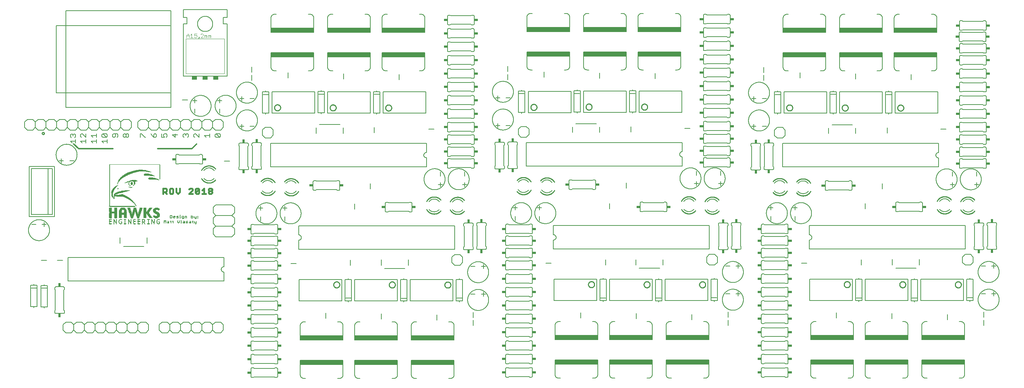
<source format=gto>
G75*
%MOIN*%
%OFA0B0*%
%FSLAX25Y25*%
%IPPOS*%
%LPD*%
%AMOC8*
5,1,8,0,0,1.08239X$1,22.5*
%
%ADD10C,0.01200*%
%ADD11C,0.01000*%
%ADD12C,0.00700*%
%ADD13C,0.00800*%
%ADD14C,0.01700*%
%ADD15C,0.00600*%
%ADD16C,0.00500*%
%ADD17C,0.00200*%
%ADD18C,0.00400*%
%ADD19R,0.05000X0.03500*%
%ADD20R,0.02400X0.03400*%
%ADD21R,0.03400X0.02400*%
%ADD22R,0.40000X0.04000*%
%ADD23R,0.47598X0.00197*%
%ADD24R,0.47598X0.00157*%
%ADD25R,0.00551X0.00236*%
%ADD26R,0.00551X0.00197*%
%ADD27R,0.00551X0.00157*%
%ADD28R,0.03740X0.00197*%
%ADD29R,0.07087X0.00197*%
%ADD30R,0.09252X0.00197*%
%ADD31R,0.11024X0.00157*%
%ADD32R,0.12638X0.00197*%
%ADD33R,0.14173X0.00197*%
%ADD34R,0.15551X0.00197*%
%ADD35R,0.08071X0.00197*%
%ADD36R,0.05512X0.00197*%
%ADD37R,0.07087X0.00157*%
%ADD38R,0.03937X0.00157*%
%ADD39R,0.06693X0.00197*%
%ADD40R,0.02756X0.00197*%
%ADD41R,0.06535X0.00197*%
%ADD42R,0.01772X0.00197*%
%ADD43R,0.06339X0.00197*%
%ADD44R,0.00197X0.00197*%
%ADD45R,0.06299X0.00197*%
%ADD46R,0.06142X0.00157*%
%ADD47R,0.06063X0.00197*%
%ADD48R,0.05748X0.00197*%
%ADD49R,0.05551X0.00197*%
%ADD50R,0.05315X0.00157*%
%ADD51R,0.05079X0.00197*%
%ADD52R,0.03937X0.00197*%
%ADD53R,0.04921X0.00197*%
%ADD54R,0.05315X0.00197*%
%ADD55R,0.04685X0.00197*%
%ADD56R,0.04488X0.00197*%
%ADD57R,0.04291X0.00157*%
%ADD58R,0.07677X0.00157*%
%ADD59R,0.04094X0.00197*%
%ADD60R,0.08465X0.00197*%
%ADD61R,0.08661X0.00197*%
%ADD62R,0.08858X0.00197*%
%ADD63R,0.03780X0.00157*%
%ADD64R,0.03740X0.00157*%
%ADD65R,0.03504X0.00197*%
%ADD66R,0.01969X0.00197*%
%ADD67R,0.03307X0.00197*%
%ADD68R,0.00984X0.00197*%
%ADD69R,0.03150X0.00197*%
%ADD70R,0.02953X0.00197*%
%ADD71R,0.03110X0.00157*%
%ADD72R,0.02717X0.00197*%
%ADD73R,0.02598X0.00197*%
%ADD74R,0.02559X0.00157*%
%ADD75R,0.02126X0.00197*%
%ADD76R,0.02165X0.00197*%
%ADD77R,0.07677X0.00197*%
%ADD78R,0.08268X0.00197*%
%ADD79R,0.01732X0.00157*%
%ADD80R,0.08465X0.00157*%
%ADD81R,0.01811X0.00197*%
%ADD82R,0.03543X0.00197*%
%ADD83R,0.01575X0.00197*%
%ADD84R,0.01535X0.00157*%
%ADD85R,0.01378X0.00157*%
%ADD86R,0.00787X0.00157*%
%ADD87R,0.01378X0.00197*%
%ADD88R,0.05157X0.00197*%
%ADD89R,0.01181X0.00197*%
%ADD90R,0.06142X0.00197*%
%ADD91R,0.01220X0.00197*%
%ADD92R,0.01220X0.00157*%
%ADD93R,0.01142X0.00197*%
%ADD94R,0.02323X0.00197*%
%ADD95R,0.04134X0.00197*%
%ADD96R,0.02362X0.00197*%
%ADD97R,0.00787X0.00197*%
%ADD98R,0.02559X0.00197*%
%ADD99R,0.00591X0.00197*%
%ADD100R,0.00433X0.00157*%
%ADD101R,0.01181X0.00157*%
%ADD102R,0.01024X0.00197*%
%ADD103R,0.00630X0.00197*%
%ADD104R,0.01614X0.00197*%
%ADD105R,0.00591X0.00157*%
%ADD106R,0.00630X0.00157*%
%ADD107R,0.02323X0.00157*%
%ADD108R,0.00394X0.00197*%
%ADD109R,0.00748X0.00197*%
%ADD110R,0.00748X0.00157*%
%ADD111R,0.00827X0.00157*%
%ADD112R,0.00827X0.00197*%
%ADD113R,0.00787X0.00236*%
%ADD114R,0.00394X0.00236*%
%ADD115R,0.00433X0.00197*%
%ADD116R,0.01220X0.00236*%
%ADD117R,0.00354X0.00236*%
%ADD118R,0.01339X0.00197*%
%ADD119R,0.01378X0.00236*%
%ADD120R,0.01575X0.00236*%
%ADD121R,0.00827X0.00236*%
%ADD122R,0.01535X0.00197*%
%ADD123R,0.01811X0.00236*%
%ADD124R,0.02205X0.00236*%
%ADD125R,0.00236X0.00197*%
%ADD126R,0.01772X0.00236*%
%ADD127R,0.01969X0.00236*%
%ADD128R,0.01181X0.00236*%
%ADD129R,0.01417X0.00197*%
%ADD130R,0.00984X0.00236*%
%ADD131R,0.01732X0.00236*%
%ADD132R,0.03110X0.00197*%
%ADD133R,0.05866X0.00236*%
%ADD134R,0.06496X0.00197*%
%ADD135R,0.06654X0.00236*%
%ADD136R,0.06850X0.00197*%
%ADD137R,0.06890X0.00197*%
%ADD138R,0.06732X0.00236*%
%ADD139R,0.06457X0.00197*%
%ADD140R,0.05906X0.00197*%
%ADD141R,0.01535X0.00236*%
%ADD142R,0.05118X0.00236*%
%ADD143R,0.04173X0.00197*%
%ADD144R,0.02756X0.00236*%
%ADD145R,0.09488X0.00197*%
%ADD146R,0.10079X0.00197*%
%ADD147R,0.10276X0.00197*%
%ADD148R,0.10984X0.00197*%
%ADD149R,0.11220X0.00197*%
%ADD150R,0.11614X0.00197*%
%ADD151R,0.11969X0.00197*%
%ADD152R,0.09803X0.00197*%
%ADD153R,0.04331X0.00197*%
%ADD154R,0.04291X0.00197*%
%ADD155R,0.03346X0.00197*%
%ADD156R,0.03189X0.00197*%
%ADD157R,0.02795X0.00197*%
%ADD158R,0.02205X0.00197*%
%ADD159R,0.02008X0.00197*%
%ADD160R,0.01732X0.00197*%
%ADD161R,0.24213X0.00197*%
%ADD162R,0.24409X0.00197*%
%ADD163R,0.02520X0.00197*%
%ADD164R,0.04528X0.00197*%
%ADD165R,0.05709X0.00197*%
%ADD166R,0.05866X0.00197*%
%ADD167R,0.06102X0.00197*%
%ADD168R,0.02402X0.00197*%
%ADD169R,0.03780X0.00197*%
%ADD170R,0.03976X0.00197*%
%ADD171R,0.07441X0.00197*%
%ADD172R,0.05118X0.00197*%
%ADD173R,0.07283X0.00197*%
%ADD174R,0.03701X0.00197*%
%ADD175R,0.03386X0.00197*%
%ADD176R,0.00354X0.00197*%
%ADD177R,0.00748X0.00236*%
%ADD178R,0.00630X0.00236*%
%ADD179R,0.00591X0.00236*%
%ADD180R,0.01339X0.00236*%
%ADD181R,0.02362X0.00236*%
%ADD182R,0.00197X0.00236*%
%ADD183R,0.02165X0.00236*%
%ADD184R,0.00157X0.00236*%
D10*
X0207900Y0320550D02*
X0203400Y0325050D01*
X0207900Y0320550D02*
X0239900Y0320550D01*
X0281900Y0320550D02*
X0313900Y0320550D01*
X0318400Y0325050D01*
D11*
X0322954Y0292581D02*
X0323053Y0292412D01*
X0323157Y0292246D01*
X0323264Y0292082D01*
X0323375Y0291921D01*
X0323490Y0291763D01*
X0323609Y0291608D01*
X0323732Y0291455D01*
X0323858Y0291306D01*
X0323988Y0291160D01*
X0324122Y0291017D01*
X0324259Y0290877D01*
X0324399Y0290741D01*
X0324543Y0290608D01*
X0324690Y0290479D01*
X0324840Y0290353D01*
X0324993Y0290232D01*
X0325149Y0290113D01*
X0325308Y0289999D01*
X0325469Y0289889D01*
X0325634Y0289783D01*
X0325800Y0289680D01*
X0325970Y0289582D01*
X0326141Y0289488D01*
X0326315Y0289398D01*
X0326491Y0289313D01*
X0326669Y0289231D01*
X0326849Y0289155D01*
X0327031Y0289082D01*
X0327214Y0289014D01*
X0327399Y0288951D01*
X0327586Y0288892D01*
X0327774Y0288838D01*
X0327963Y0288788D01*
X0328153Y0288743D01*
X0328345Y0288703D01*
X0328537Y0288667D01*
X0328730Y0288636D01*
X0328924Y0288610D01*
X0329119Y0288588D01*
X0329314Y0288572D01*
X0329509Y0288560D01*
X0329705Y0288552D01*
X0329900Y0288550D01*
X0322841Y0300315D02*
X0322934Y0300483D01*
X0323030Y0300649D01*
X0323130Y0300813D01*
X0323235Y0300974D01*
X0323343Y0301133D01*
X0323455Y0301289D01*
X0323571Y0301443D01*
X0323690Y0301593D01*
X0323813Y0301741D01*
X0323939Y0301886D01*
X0324069Y0302027D01*
X0324202Y0302166D01*
X0324339Y0302301D01*
X0324479Y0302433D01*
X0324621Y0302561D01*
X0324767Y0302686D01*
X0324916Y0302808D01*
X0325068Y0302926D01*
X0325222Y0303040D01*
X0325380Y0303150D01*
X0325539Y0303257D01*
X0325702Y0303360D01*
X0325867Y0303459D01*
X0326034Y0303554D01*
X0326203Y0303644D01*
X0326374Y0303731D01*
X0326548Y0303814D01*
X0326723Y0303892D01*
X0326901Y0303966D01*
X0327080Y0304036D01*
X0327260Y0304102D01*
X0327442Y0304163D01*
X0327626Y0304220D01*
X0327811Y0304272D01*
X0327997Y0304320D01*
X0328184Y0304364D01*
X0328372Y0304403D01*
X0328561Y0304437D01*
X0328751Y0304467D01*
X0328941Y0304492D01*
X0329132Y0304513D01*
X0329324Y0304529D01*
X0329516Y0304541D01*
X0329708Y0304548D01*
X0329900Y0304550D01*
X0336007Y0291382D02*
X0335880Y0291236D01*
X0335751Y0291094D01*
X0335617Y0290954D01*
X0335481Y0290818D01*
X0335341Y0290685D01*
X0335198Y0290555D01*
X0335051Y0290429D01*
X0334902Y0290307D01*
X0334750Y0290188D01*
X0334595Y0290073D01*
X0334438Y0289961D01*
X0334278Y0289854D01*
X0334115Y0289750D01*
X0333949Y0289651D01*
X0333782Y0289555D01*
X0333612Y0289463D01*
X0333440Y0289376D01*
X0333266Y0289292D01*
X0333090Y0289213D01*
X0332912Y0289139D01*
X0332732Y0289068D01*
X0332551Y0289002D01*
X0332368Y0288940D01*
X0332184Y0288883D01*
X0331998Y0288830D01*
X0331811Y0288782D01*
X0331623Y0288738D01*
X0331434Y0288699D01*
X0331244Y0288664D01*
X0331054Y0288634D01*
X0330863Y0288608D01*
X0330671Y0288587D01*
X0330478Y0288571D01*
X0330286Y0288559D01*
X0330093Y0288552D01*
X0329900Y0288550D01*
X0336046Y0301672D02*
X0335919Y0301820D01*
X0335789Y0301965D01*
X0335656Y0302106D01*
X0335519Y0302245D01*
X0335379Y0302380D01*
X0335235Y0302511D01*
X0335088Y0302639D01*
X0334939Y0302764D01*
X0334786Y0302885D01*
X0334631Y0303002D01*
X0334472Y0303115D01*
X0334311Y0303224D01*
X0334147Y0303329D01*
X0333981Y0303431D01*
X0333812Y0303528D01*
X0333642Y0303621D01*
X0333468Y0303710D01*
X0333293Y0303795D01*
X0333116Y0303875D01*
X0332937Y0303951D01*
X0332756Y0304023D01*
X0332573Y0304090D01*
X0332389Y0304153D01*
X0332203Y0304211D01*
X0332016Y0304265D01*
X0331828Y0304314D01*
X0331638Y0304359D01*
X0331448Y0304399D01*
X0331256Y0304434D01*
X0331064Y0304465D01*
X0330871Y0304491D01*
X0330677Y0304512D01*
X0330483Y0304529D01*
X0330289Y0304541D01*
X0330095Y0304548D01*
X0329900Y0304550D01*
X0384700Y0276850D02*
X0384892Y0276852D01*
X0385084Y0276859D01*
X0385276Y0276871D01*
X0385468Y0276887D01*
X0385659Y0276908D01*
X0385849Y0276933D01*
X0386039Y0276963D01*
X0386228Y0276997D01*
X0386416Y0277036D01*
X0386603Y0277080D01*
X0386789Y0277128D01*
X0386974Y0277180D01*
X0387158Y0277237D01*
X0387340Y0277298D01*
X0387520Y0277364D01*
X0387699Y0277434D01*
X0387877Y0277508D01*
X0388052Y0277586D01*
X0388226Y0277669D01*
X0388397Y0277756D01*
X0388566Y0277846D01*
X0388733Y0277941D01*
X0388898Y0278040D01*
X0389061Y0278143D01*
X0389220Y0278250D01*
X0389378Y0278360D01*
X0389532Y0278474D01*
X0389684Y0278592D01*
X0389833Y0278714D01*
X0389979Y0278839D01*
X0390121Y0278967D01*
X0390261Y0279099D01*
X0390398Y0279234D01*
X0390531Y0279373D01*
X0390661Y0279514D01*
X0390787Y0279659D01*
X0390910Y0279807D01*
X0391029Y0279957D01*
X0391145Y0280111D01*
X0391257Y0280267D01*
X0391365Y0280426D01*
X0391470Y0280587D01*
X0391570Y0280751D01*
X0391666Y0280917D01*
X0391759Y0281085D01*
X0391646Y0288819D02*
X0391547Y0288988D01*
X0391443Y0289154D01*
X0391336Y0289318D01*
X0391225Y0289479D01*
X0391110Y0289637D01*
X0390991Y0289792D01*
X0390868Y0289945D01*
X0390742Y0290094D01*
X0390612Y0290240D01*
X0390478Y0290383D01*
X0390341Y0290523D01*
X0390201Y0290659D01*
X0390057Y0290792D01*
X0389910Y0290921D01*
X0389760Y0291047D01*
X0389607Y0291168D01*
X0389451Y0291287D01*
X0389292Y0291401D01*
X0389131Y0291511D01*
X0388966Y0291617D01*
X0388800Y0291720D01*
X0388630Y0291818D01*
X0388459Y0291912D01*
X0388285Y0292002D01*
X0388109Y0292087D01*
X0387931Y0292169D01*
X0387751Y0292245D01*
X0387569Y0292318D01*
X0387386Y0292386D01*
X0387201Y0292449D01*
X0387014Y0292508D01*
X0386826Y0292562D01*
X0386637Y0292612D01*
X0386447Y0292657D01*
X0386255Y0292697D01*
X0386063Y0292733D01*
X0385870Y0292764D01*
X0385676Y0292790D01*
X0385481Y0292812D01*
X0385286Y0292828D01*
X0385091Y0292840D01*
X0384895Y0292848D01*
X0384700Y0292850D01*
X0384507Y0292848D01*
X0384314Y0292841D01*
X0384122Y0292829D01*
X0383929Y0292813D01*
X0383737Y0292792D01*
X0383546Y0292766D01*
X0383356Y0292736D01*
X0383166Y0292701D01*
X0382977Y0292662D01*
X0382789Y0292618D01*
X0382602Y0292570D01*
X0382416Y0292517D01*
X0382232Y0292460D01*
X0382049Y0292398D01*
X0381868Y0292332D01*
X0381688Y0292261D01*
X0381510Y0292187D01*
X0381334Y0292108D01*
X0381160Y0292024D01*
X0380988Y0291937D01*
X0380818Y0291845D01*
X0380651Y0291749D01*
X0380485Y0291650D01*
X0380322Y0291546D01*
X0380162Y0291439D01*
X0380005Y0291327D01*
X0379850Y0291212D01*
X0379698Y0291093D01*
X0379549Y0290971D01*
X0379402Y0290845D01*
X0379259Y0290715D01*
X0379119Y0290582D01*
X0378983Y0290446D01*
X0378849Y0290306D01*
X0378720Y0290164D01*
X0378593Y0290018D01*
X0378554Y0279728D02*
X0378681Y0279580D01*
X0378811Y0279435D01*
X0378944Y0279294D01*
X0379081Y0279155D01*
X0379221Y0279020D01*
X0379365Y0278889D01*
X0379512Y0278761D01*
X0379661Y0278636D01*
X0379814Y0278515D01*
X0379969Y0278398D01*
X0380128Y0278285D01*
X0380289Y0278176D01*
X0380453Y0278071D01*
X0380619Y0277969D01*
X0380788Y0277872D01*
X0380958Y0277779D01*
X0381132Y0277690D01*
X0381307Y0277605D01*
X0381484Y0277525D01*
X0381663Y0277449D01*
X0381844Y0277377D01*
X0382027Y0277310D01*
X0382211Y0277247D01*
X0382397Y0277189D01*
X0382584Y0277135D01*
X0382772Y0277086D01*
X0382962Y0277041D01*
X0383152Y0277001D01*
X0383344Y0276966D01*
X0383536Y0276935D01*
X0383729Y0276909D01*
X0383923Y0276888D01*
X0384117Y0276871D01*
X0384311Y0276859D01*
X0384505Y0276852D01*
X0384700Y0276850D01*
X0406700Y0276550D02*
X0406892Y0276552D01*
X0407084Y0276559D01*
X0407276Y0276571D01*
X0407468Y0276587D01*
X0407659Y0276608D01*
X0407849Y0276633D01*
X0408039Y0276663D01*
X0408228Y0276697D01*
X0408416Y0276736D01*
X0408603Y0276780D01*
X0408789Y0276828D01*
X0408974Y0276880D01*
X0409158Y0276937D01*
X0409340Y0276998D01*
X0409520Y0277064D01*
X0409699Y0277134D01*
X0409877Y0277208D01*
X0410052Y0277286D01*
X0410226Y0277369D01*
X0410397Y0277456D01*
X0410566Y0277546D01*
X0410733Y0277641D01*
X0410898Y0277740D01*
X0411061Y0277843D01*
X0411220Y0277950D01*
X0411378Y0278060D01*
X0411532Y0278174D01*
X0411684Y0278292D01*
X0411833Y0278414D01*
X0411979Y0278539D01*
X0412121Y0278667D01*
X0412261Y0278799D01*
X0412398Y0278934D01*
X0412531Y0279073D01*
X0412661Y0279214D01*
X0412787Y0279359D01*
X0412910Y0279507D01*
X0413029Y0279657D01*
X0413145Y0279811D01*
X0413257Y0279967D01*
X0413365Y0280126D01*
X0413470Y0280287D01*
X0413570Y0280451D01*
X0413666Y0280617D01*
X0413759Y0280785D01*
X0413646Y0288519D02*
X0413547Y0288688D01*
X0413443Y0288854D01*
X0413336Y0289018D01*
X0413225Y0289179D01*
X0413110Y0289337D01*
X0412991Y0289492D01*
X0412868Y0289645D01*
X0412742Y0289794D01*
X0412612Y0289940D01*
X0412478Y0290083D01*
X0412341Y0290223D01*
X0412201Y0290359D01*
X0412057Y0290492D01*
X0411910Y0290621D01*
X0411760Y0290747D01*
X0411607Y0290868D01*
X0411451Y0290987D01*
X0411292Y0291101D01*
X0411131Y0291211D01*
X0410966Y0291317D01*
X0410800Y0291420D01*
X0410630Y0291518D01*
X0410459Y0291612D01*
X0410285Y0291702D01*
X0410109Y0291787D01*
X0409931Y0291869D01*
X0409751Y0291945D01*
X0409569Y0292018D01*
X0409386Y0292086D01*
X0409201Y0292149D01*
X0409014Y0292208D01*
X0408826Y0292262D01*
X0408637Y0292312D01*
X0408447Y0292357D01*
X0408255Y0292397D01*
X0408063Y0292433D01*
X0407870Y0292464D01*
X0407676Y0292490D01*
X0407481Y0292512D01*
X0407286Y0292528D01*
X0407091Y0292540D01*
X0406895Y0292548D01*
X0406700Y0292550D01*
X0406507Y0292548D01*
X0406314Y0292541D01*
X0406122Y0292529D01*
X0405929Y0292513D01*
X0405737Y0292492D01*
X0405546Y0292466D01*
X0405356Y0292436D01*
X0405166Y0292401D01*
X0404977Y0292362D01*
X0404789Y0292318D01*
X0404602Y0292270D01*
X0404416Y0292217D01*
X0404232Y0292160D01*
X0404049Y0292098D01*
X0403868Y0292032D01*
X0403688Y0291961D01*
X0403510Y0291887D01*
X0403334Y0291808D01*
X0403160Y0291724D01*
X0402988Y0291637D01*
X0402818Y0291545D01*
X0402651Y0291449D01*
X0402485Y0291350D01*
X0402322Y0291246D01*
X0402162Y0291139D01*
X0402005Y0291027D01*
X0401850Y0290912D01*
X0401698Y0290793D01*
X0401549Y0290671D01*
X0401402Y0290545D01*
X0401259Y0290415D01*
X0401119Y0290282D01*
X0400983Y0290146D01*
X0400849Y0290006D01*
X0400720Y0289864D01*
X0400593Y0289718D01*
X0400554Y0279428D02*
X0400681Y0279280D01*
X0400811Y0279135D01*
X0400944Y0278994D01*
X0401081Y0278855D01*
X0401221Y0278720D01*
X0401365Y0278589D01*
X0401512Y0278461D01*
X0401661Y0278336D01*
X0401814Y0278215D01*
X0401969Y0278098D01*
X0402128Y0277985D01*
X0402289Y0277876D01*
X0402453Y0277771D01*
X0402619Y0277669D01*
X0402788Y0277572D01*
X0402958Y0277479D01*
X0403132Y0277390D01*
X0403307Y0277305D01*
X0403484Y0277225D01*
X0403663Y0277149D01*
X0403844Y0277077D01*
X0404027Y0277010D01*
X0404211Y0276947D01*
X0404397Y0276889D01*
X0404584Y0276835D01*
X0404772Y0276786D01*
X0404962Y0276741D01*
X0405152Y0276701D01*
X0405344Y0276666D01*
X0405536Y0276635D01*
X0405729Y0276609D01*
X0405923Y0276588D01*
X0406117Y0276571D01*
X0406311Y0276559D01*
X0406505Y0276552D01*
X0406700Y0276550D01*
X0533754Y0263481D02*
X0533853Y0263312D01*
X0533957Y0263146D01*
X0534064Y0262982D01*
X0534175Y0262821D01*
X0534290Y0262663D01*
X0534409Y0262508D01*
X0534532Y0262355D01*
X0534658Y0262206D01*
X0534788Y0262060D01*
X0534922Y0261917D01*
X0535059Y0261777D01*
X0535199Y0261641D01*
X0535343Y0261508D01*
X0535490Y0261379D01*
X0535640Y0261253D01*
X0535793Y0261132D01*
X0535949Y0261013D01*
X0536108Y0260899D01*
X0536269Y0260789D01*
X0536434Y0260683D01*
X0536600Y0260580D01*
X0536770Y0260482D01*
X0536941Y0260388D01*
X0537115Y0260298D01*
X0537291Y0260213D01*
X0537469Y0260131D01*
X0537649Y0260055D01*
X0537831Y0259982D01*
X0538014Y0259914D01*
X0538199Y0259851D01*
X0538386Y0259792D01*
X0538574Y0259738D01*
X0538763Y0259688D01*
X0538953Y0259643D01*
X0539145Y0259603D01*
X0539337Y0259567D01*
X0539530Y0259536D01*
X0539724Y0259510D01*
X0539919Y0259488D01*
X0540114Y0259472D01*
X0540309Y0259460D01*
X0540505Y0259452D01*
X0540700Y0259450D01*
X0533641Y0271215D02*
X0533734Y0271383D01*
X0533830Y0271549D01*
X0533930Y0271713D01*
X0534035Y0271874D01*
X0534143Y0272033D01*
X0534255Y0272189D01*
X0534371Y0272343D01*
X0534490Y0272493D01*
X0534613Y0272641D01*
X0534739Y0272786D01*
X0534869Y0272927D01*
X0535002Y0273066D01*
X0535139Y0273201D01*
X0535279Y0273333D01*
X0535421Y0273461D01*
X0535567Y0273586D01*
X0535716Y0273708D01*
X0535868Y0273826D01*
X0536022Y0273940D01*
X0536180Y0274050D01*
X0536339Y0274157D01*
X0536502Y0274260D01*
X0536667Y0274359D01*
X0536834Y0274454D01*
X0537003Y0274544D01*
X0537174Y0274631D01*
X0537348Y0274714D01*
X0537523Y0274792D01*
X0537701Y0274866D01*
X0537880Y0274936D01*
X0538060Y0275002D01*
X0538242Y0275063D01*
X0538426Y0275120D01*
X0538611Y0275172D01*
X0538797Y0275220D01*
X0538984Y0275264D01*
X0539172Y0275303D01*
X0539361Y0275337D01*
X0539551Y0275367D01*
X0539741Y0275392D01*
X0539932Y0275413D01*
X0540124Y0275429D01*
X0540316Y0275441D01*
X0540508Y0275448D01*
X0540700Y0275450D01*
X0546807Y0262282D02*
X0546680Y0262136D01*
X0546551Y0261994D01*
X0546417Y0261854D01*
X0546281Y0261718D01*
X0546141Y0261585D01*
X0545998Y0261455D01*
X0545851Y0261329D01*
X0545702Y0261207D01*
X0545550Y0261088D01*
X0545395Y0260973D01*
X0545238Y0260861D01*
X0545078Y0260754D01*
X0544915Y0260650D01*
X0544749Y0260551D01*
X0544582Y0260455D01*
X0544412Y0260363D01*
X0544240Y0260276D01*
X0544066Y0260192D01*
X0543890Y0260113D01*
X0543712Y0260039D01*
X0543532Y0259968D01*
X0543351Y0259902D01*
X0543168Y0259840D01*
X0542984Y0259783D01*
X0542798Y0259730D01*
X0542611Y0259682D01*
X0542423Y0259638D01*
X0542234Y0259599D01*
X0542044Y0259564D01*
X0541854Y0259534D01*
X0541663Y0259508D01*
X0541471Y0259487D01*
X0541278Y0259471D01*
X0541086Y0259459D01*
X0540893Y0259452D01*
X0540700Y0259450D01*
X0546846Y0272572D02*
X0546719Y0272720D01*
X0546589Y0272865D01*
X0546456Y0273006D01*
X0546319Y0273145D01*
X0546179Y0273280D01*
X0546035Y0273411D01*
X0545888Y0273539D01*
X0545739Y0273664D01*
X0545586Y0273785D01*
X0545431Y0273902D01*
X0545272Y0274015D01*
X0545111Y0274124D01*
X0544947Y0274229D01*
X0544781Y0274331D01*
X0544612Y0274428D01*
X0544442Y0274521D01*
X0544268Y0274610D01*
X0544093Y0274695D01*
X0543916Y0274775D01*
X0543737Y0274851D01*
X0543556Y0274923D01*
X0543373Y0274990D01*
X0543189Y0275053D01*
X0543003Y0275111D01*
X0542816Y0275165D01*
X0542628Y0275214D01*
X0542438Y0275259D01*
X0542248Y0275299D01*
X0542056Y0275334D01*
X0541864Y0275365D01*
X0541671Y0275391D01*
X0541477Y0275412D01*
X0541283Y0275429D01*
X0541089Y0275441D01*
X0540895Y0275448D01*
X0540700Y0275450D01*
X0555754Y0263181D02*
X0555853Y0263012D01*
X0555957Y0262846D01*
X0556064Y0262682D01*
X0556175Y0262521D01*
X0556290Y0262363D01*
X0556409Y0262208D01*
X0556532Y0262055D01*
X0556658Y0261906D01*
X0556788Y0261760D01*
X0556922Y0261617D01*
X0557059Y0261477D01*
X0557199Y0261341D01*
X0557343Y0261208D01*
X0557490Y0261079D01*
X0557640Y0260953D01*
X0557793Y0260832D01*
X0557949Y0260713D01*
X0558108Y0260599D01*
X0558269Y0260489D01*
X0558434Y0260383D01*
X0558600Y0260280D01*
X0558770Y0260182D01*
X0558941Y0260088D01*
X0559115Y0259998D01*
X0559291Y0259913D01*
X0559469Y0259831D01*
X0559649Y0259755D01*
X0559831Y0259682D01*
X0560014Y0259614D01*
X0560199Y0259551D01*
X0560386Y0259492D01*
X0560574Y0259438D01*
X0560763Y0259388D01*
X0560953Y0259343D01*
X0561145Y0259303D01*
X0561337Y0259267D01*
X0561530Y0259236D01*
X0561724Y0259210D01*
X0561919Y0259188D01*
X0562114Y0259172D01*
X0562309Y0259160D01*
X0562505Y0259152D01*
X0562700Y0259150D01*
X0555641Y0270915D02*
X0555734Y0271083D01*
X0555830Y0271249D01*
X0555930Y0271413D01*
X0556035Y0271574D01*
X0556143Y0271733D01*
X0556255Y0271889D01*
X0556371Y0272043D01*
X0556490Y0272193D01*
X0556613Y0272341D01*
X0556739Y0272486D01*
X0556869Y0272627D01*
X0557002Y0272766D01*
X0557139Y0272901D01*
X0557279Y0273033D01*
X0557421Y0273161D01*
X0557567Y0273286D01*
X0557716Y0273408D01*
X0557868Y0273526D01*
X0558022Y0273640D01*
X0558180Y0273750D01*
X0558339Y0273857D01*
X0558502Y0273960D01*
X0558667Y0274059D01*
X0558834Y0274154D01*
X0559003Y0274244D01*
X0559174Y0274331D01*
X0559348Y0274414D01*
X0559523Y0274492D01*
X0559701Y0274566D01*
X0559880Y0274636D01*
X0560060Y0274702D01*
X0560242Y0274763D01*
X0560426Y0274820D01*
X0560611Y0274872D01*
X0560797Y0274920D01*
X0560984Y0274964D01*
X0561172Y0275003D01*
X0561361Y0275037D01*
X0561551Y0275067D01*
X0561741Y0275092D01*
X0561932Y0275113D01*
X0562124Y0275129D01*
X0562316Y0275141D01*
X0562508Y0275148D01*
X0562700Y0275150D01*
X0568807Y0261982D02*
X0568680Y0261836D01*
X0568551Y0261694D01*
X0568417Y0261554D01*
X0568281Y0261418D01*
X0568141Y0261285D01*
X0567998Y0261155D01*
X0567851Y0261029D01*
X0567702Y0260907D01*
X0567550Y0260788D01*
X0567395Y0260673D01*
X0567238Y0260561D01*
X0567078Y0260454D01*
X0566915Y0260350D01*
X0566749Y0260251D01*
X0566582Y0260155D01*
X0566412Y0260063D01*
X0566240Y0259976D01*
X0566066Y0259892D01*
X0565890Y0259813D01*
X0565712Y0259739D01*
X0565532Y0259668D01*
X0565351Y0259602D01*
X0565168Y0259540D01*
X0564984Y0259483D01*
X0564798Y0259430D01*
X0564611Y0259382D01*
X0564423Y0259338D01*
X0564234Y0259299D01*
X0564044Y0259264D01*
X0563854Y0259234D01*
X0563663Y0259208D01*
X0563471Y0259187D01*
X0563278Y0259171D01*
X0563086Y0259159D01*
X0562893Y0259152D01*
X0562700Y0259150D01*
X0568846Y0272272D02*
X0568719Y0272420D01*
X0568589Y0272565D01*
X0568456Y0272706D01*
X0568319Y0272845D01*
X0568179Y0272980D01*
X0568035Y0273111D01*
X0567888Y0273239D01*
X0567739Y0273364D01*
X0567586Y0273485D01*
X0567431Y0273602D01*
X0567272Y0273715D01*
X0567111Y0273824D01*
X0566947Y0273929D01*
X0566781Y0274031D01*
X0566612Y0274128D01*
X0566442Y0274221D01*
X0566268Y0274310D01*
X0566093Y0274395D01*
X0565916Y0274475D01*
X0565737Y0274551D01*
X0565556Y0274623D01*
X0565373Y0274690D01*
X0565189Y0274753D01*
X0565003Y0274811D01*
X0564816Y0274865D01*
X0564628Y0274914D01*
X0564438Y0274959D01*
X0564248Y0274999D01*
X0564056Y0275034D01*
X0563864Y0275065D01*
X0563671Y0275091D01*
X0563477Y0275112D01*
X0563283Y0275129D01*
X0563089Y0275141D01*
X0562895Y0275148D01*
X0562700Y0275150D01*
X0624300Y0277650D02*
X0624492Y0277652D01*
X0624684Y0277659D01*
X0624876Y0277671D01*
X0625068Y0277687D01*
X0625259Y0277708D01*
X0625449Y0277733D01*
X0625639Y0277763D01*
X0625828Y0277797D01*
X0626016Y0277836D01*
X0626203Y0277880D01*
X0626389Y0277928D01*
X0626574Y0277980D01*
X0626758Y0278037D01*
X0626940Y0278098D01*
X0627120Y0278164D01*
X0627299Y0278234D01*
X0627477Y0278308D01*
X0627652Y0278386D01*
X0627826Y0278469D01*
X0627997Y0278556D01*
X0628166Y0278646D01*
X0628333Y0278741D01*
X0628498Y0278840D01*
X0628661Y0278943D01*
X0628820Y0279050D01*
X0628978Y0279160D01*
X0629132Y0279274D01*
X0629284Y0279392D01*
X0629433Y0279514D01*
X0629579Y0279639D01*
X0629721Y0279767D01*
X0629861Y0279899D01*
X0629998Y0280034D01*
X0630131Y0280173D01*
X0630261Y0280314D01*
X0630387Y0280459D01*
X0630510Y0280607D01*
X0630629Y0280757D01*
X0630745Y0280911D01*
X0630857Y0281067D01*
X0630965Y0281226D01*
X0631070Y0281387D01*
X0631170Y0281551D01*
X0631266Y0281717D01*
X0631359Y0281885D01*
X0631246Y0289619D02*
X0631147Y0289788D01*
X0631043Y0289954D01*
X0630936Y0290118D01*
X0630825Y0290279D01*
X0630710Y0290437D01*
X0630591Y0290592D01*
X0630468Y0290745D01*
X0630342Y0290894D01*
X0630212Y0291040D01*
X0630078Y0291183D01*
X0629941Y0291323D01*
X0629801Y0291459D01*
X0629657Y0291592D01*
X0629510Y0291721D01*
X0629360Y0291847D01*
X0629207Y0291968D01*
X0629051Y0292087D01*
X0628892Y0292201D01*
X0628731Y0292311D01*
X0628566Y0292417D01*
X0628400Y0292520D01*
X0628230Y0292618D01*
X0628059Y0292712D01*
X0627885Y0292802D01*
X0627709Y0292887D01*
X0627531Y0292969D01*
X0627351Y0293045D01*
X0627169Y0293118D01*
X0626986Y0293186D01*
X0626801Y0293249D01*
X0626614Y0293308D01*
X0626426Y0293362D01*
X0626237Y0293412D01*
X0626047Y0293457D01*
X0625855Y0293497D01*
X0625663Y0293533D01*
X0625470Y0293564D01*
X0625276Y0293590D01*
X0625081Y0293612D01*
X0624886Y0293628D01*
X0624691Y0293640D01*
X0624495Y0293648D01*
X0624300Y0293650D01*
X0624107Y0293648D01*
X0623914Y0293641D01*
X0623722Y0293629D01*
X0623529Y0293613D01*
X0623337Y0293592D01*
X0623146Y0293566D01*
X0622956Y0293536D01*
X0622766Y0293501D01*
X0622577Y0293462D01*
X0622389Y0293418D01*
X0622202Y0293370D01*
X0622016Y0293317D01*
X0621832Y0293260D01*
X0621649Y0293198D01*
X0621468Y0293132D01*
X0621288Y0293061D01*
X0621110Y0292987D01*
X0620934Y0292908D01*
X0620760Y0292824D01*
X0620588Y0292737D01*
X0620418Y0292645D01*
X0620251Y0292549D01*
X0620085Y0292450D01*
X0619922Y0292346D01*
X0619762Y0292239D01*
X0619605Y0292127D01*
X0619450Y0292012D01*
X0619298Y0291893D01*
X0619149Y0291771D01*
X0619002Y0291645D01*
X0618859Y0291515D01*
X0618719Y0291382D01*
X0618583Y0291246D01*
X0618449Y0291106D01*
X0618320Y0290964D01*
X0618193Y0290818D01*
X0618154Y0280528D02*
X0618281Y0280380D01*
X0618411Y0280235D01*
X0618544Y0280094D01*
X0618681Y0279955D01*
X0618821Y0279820D01*
X0618965Y0279689D01*
X0619112Y0279561D01*
X0619261Y0279436D01*
X0619414Y0279315D01*
X0619569Y0279198D01*
X0619728Y0279085D01*
X0619889Y0278976D01*
X0620053Y0278871D01*
X0620219Y0278769D01*
X0620388Y0278672D01*
X0620558Y0278579D01*
X0620732Y0278490D01*
X0620907Y0278405D01*
X0621084Y0278325D01*
X0621263Y0278249D01*
X0621444Y0278177D01*
X0621627Y0278110D01*
X0621811Y0278047D01*
X0621997Y0277989D01*
X0622184Y0277935D01*
X0622372Y0277886D01*
X0622562Y0277841D01*
X0622752Y0277801D01*
X0622944Y0277766D01*
X0623136Y0277735D01*
X0623329Y0277709D01*
X0623523Y0277688D01*
X0623717Y0277671D01*
X0623911Y0277659D01*
X0624105Y0277652D01*
X0624300Y0277650D01*
X0646300Y0277350D02*
X0646492Y0277352D01*
X0646684Y0277359D01*
X0646876Y0277371D01*
X0647068Y0277387D01*
X0647259Y0277408D01*
X0647449Y0277433D01*
X0647639Y0277463D01*
X0647828Y0277497D01*
X0648016Y0277536D01*
X0648203Y0277580D01*
X0648389Y0277628D01*
X0648574Y0277680D01*
X0648758Y0277737D01*
X0648940Y0277798D01*
X0649120Y0277864D01*
X0649299Y0277934D01*
X0649477Y0278008D01*
X0649652Y0278086D01*
X0649826Y0278169D01*
X0649997Y0278256D01*
X0650166Y0278346D01*
X0650333Y0278441D01*
X0650498Y0278540D01*
X0650661Y0278643D01*
X0650820Y0278750D01*
X0650978Y0278860D01*
X0651132Y0278974D01*
X0651284Y0279092D01*
X0651433Y0279214D01*
X0651579Y0279339D01*
X0651721Y0279467D01*
X0651861Y0279599D01*
X0651998Y0279734D01*
X0652131Y0279873D01*
X0652261Y0280014D01*
X0652387Y0280159D01*
X0652510Y0280307D01*
X0652629Y0280457D01*
X0652745Y0280611D01*
X0652857Y0280767D01*
X0652965Y0280926D01*
X0653070Y0281087D01*
X0653170Y0281251D01*
X0653266Y0281417D01*
X0653359Y0281585D01*
X0653246Y0289319D02*
X0653147Y0289488D01*
X0653043Y0289654D01*
X0652936Y0289818D01*
X0652825Y0289979D01*
X0652710Y0290137D01*
X0652591Y0290292D01*
X0652468Y0290445D01*
X0652342Y0290594D01*
X0652212Y0290740D01*
X0652078Y0290883D01*
X0651941Y0291023D01*
X0651801Y0291159D01*
X0651657Y0291292D01*
X0651510Y0291421D01*
X0651360Y0291547D01*
X0651207Y0291668D01*
X0651051Y0291787D01*
X0650892Y0291901D01*
X0650731Y0292011D01*
X0650566Y0292117D01*
X0650400Y0292220D01*
X0650230Y0292318D01*
X0650059Y0292412D01*
X0649885Y0292502D01*
X0649709Y0292587D01*
X0649531Y0292669D01*
X0649351Y0292745D01*
X0649169Y0292818D01*
X0648986Y0292886D01*
X0648801Y0292949D01*
X0648614Y0293008D01*
X0648426Y0293062D01*
X0648237Y0293112D01*
X0648047Y0293157D01*
X0647855Y0293197D01*
X0647663Y0293233D01*
X0647470Y0293264D01*
X0647276Y0293290D01*
X0647081Y0293312D01*
X0646886Y0293328D01*
X0646691Y0293340D01*
X0646495Y0293348D01*
X0646300Y0293350D01*
X0646107Y0293348D01*
X0645914Y0293341D01*
X0645722Y0293329D01*
X0645529Y0293313D01*
X0645337Y0293292D01*
X0645146Y0293266D01*
X0644956Y0293236D01*
X0644766Y0293201D01*
X0644577Y0293162D01*
X0644389Y0293118D01*
X0644202Y0293070D01*
X0644016Y0293017D01*
X0643832Y0292960D01*
X0643649Y0292898D01*
X0643468Y0292832D01*
X0643288Y0292761D01*
X0643110Y0292687D01*
X0642934Y0292608D01*
X0642760Y0292524D01*
X0642588Y0292437D01*
X0642418Y0292345D01*
X0642251Y0292249D01*
X0642085Y0292150D01*
X0641922Y0292046D01*
X0641762Y0291939D01*
X0641605Y0291827D01*
X0641450Y0291712D01*
X0641298Y0291593D01*
X0641149Y0291471D01*
X0641002Y0291345D01*
X0640859Y0291215D01*
X0640719Y0291082D01*
X0640583Y0290946D01*
X0640449Y0290806D01*
X0640320Y0290664D01*
X0640193Y0290518D01*
X0640154Y0280228D02*
X0640281Y0280080D01*
X0640411Y0279935D01*
X0640544Y0279794D01*
X0640681Y0279655D01*
X0640821Y0279520D01*
X0640965Y0279389D01*
X0641112Y0279261D01*
X0641261Y0279136D01*
X0641414Y0279015D01*
X0641569Y0278898D01*
X0641728Y0278785D01*
X0641889Y0278676D01*
X0642053Y0278571D01*
X0642219Y0278469D01*
X0642388Y0278372D01*
X0642558Y0278279D01*
X0642732Y0278190D01*
X0642907Y0278105D01*
X0643084Y0278025D01*
X0643263Y0277949D01*
X0643444Y0277877D01*
X0643627Y0277810D01*
X0643811Y0277747D01*
X0643997Y0277689D01*
X0644184Y0277635D01*
X0644372Y0277586D01*
X0644562Y0277541D01*
X0644752Y0277501D01*
X0644944Y0277466D01*
X0645136Y0277435D01*
X0645329Y0277409D01*
X0645523Y0277388D01*
X0645717Y0277371D01*
X0645911Y0277359D01*
X0646105Y0277352D01*
X0646300Y0277350D01*
X0772254Y0263681D02*
X0772353Y0263512D01*
X0772457Y0263346D01*
X0772564Y0263182D01*
X0772675Y0263021D01*
X0772790Y0262863D01*
X0772909Y0262708D01*
X0773032Y0262555D01*
X0773158Y0262406D01*
X0773288Y0262260D01*
X0773422Y0262117D01*
X0773559Y0261977D01*
X0773699Y0261841D01*
X0773843Y0261708D01*
X0773990Y0261579D01*
X0774140Y0261453D01*
X0774293Y0261332D01*
X0774449Y0261213D01*
X0774608Y0261099D01*
X0774769Y0260989D01*
X0774934Y0260883D01*
X0775100Y0260780D01*
X0775270Y0260682D01*
X0775441Y0260588D01*
X0775615Y0260498D01*
X0775791Y0260413D01*
X0775969Y0260331D01*
X0776149Y0260255D01*
X0776331Y0260182D01*
X0776514Y0260114D01*
X0776699Y0260051D01*
X0776886Y0259992D01*
X0777074Y0259938D01*
X0777263Y0259888D01*
X0777453Y0259843D01*
X0777645Y0259803D01*
X0777837Y0259767D01*
X0778030Y0259736D01*
X0778224Y0259710D01*
X0778419Y0259688D01*
X0778614Y0259672D01*
X0778809Y0259660D01*
X0779005Y0259652D01*
X0779200Y0259650D01*
X0772141Y0271415D02*
X0772234Y0271583D01*
X0772330Y0271749D01*
X0772430Y0271913D01*
X0772535Y0272074D01*
X0772643Y0272233D01*
X0772755Y0272389D01*
X0772871Y0272543D01*
X0772990Y0272693D01*
X0773113Y0272841D01*
X0773239Y0272986D01*
X0773369Y0273127D01*
X0773502Y0273266D01*
X0773639Y0273401D01*
X0773779Y0273533D01*
X0773921Y0273661D01*
X0774067Y0273786D01*
X0774216Y0273908D01*
X0774368Y0274026D01*
X0774522Y0274140D01*
X0774680Y0274250D01*
X0774839Y0274357D01*
X0775002Y0274460D01*
X0775167Y0274559D01*
X0775334Y0274654D01*
X0775503Y0274744D01*
X0775674Y0274831D01*
X0775848Y0274914D01*
X0776023Y0274992D01*
X0776201Y0275066D01*
X0776380Y0275136D01*
X0776560Y0275202D01*
X0776742Y0275263D01*
X0776926Y0275320D01*
X0777111Y0275372D01*
X0777297Y0275420D01*
X0777484Y0275464D01*
X0777672Y0275503D01*
X0777861Y0275537D01*
X0778051Y0275567D01*
X0778241Y0275592D01*
X0778432Y0275613D01*
X0778624Y0275629D01*
X0778816Y0275641D01*
X0779008Y0275648D01*
X0779200Y0275650D01*
X0785307Y0262482D02*
X0785180Y0262336D01*
X0785051Y0262194D01*
X0784917Y0262054D01*
X0784781Y0261918D01*
X0784641Y0261785D01*
X0784498Y0261655D01*
X0784351Y0261529D01*
X0784202Y0261407D01*
X0784050Y0261288D01*
X0783895Y0261173D01*
X0783738Y0261061D01*
X0783578Y0260954D01*
X0783415Y0260850D01*
X0783249Y0260751D01*
X0783082Y0260655D01*
X0782912Y0260563D01*
X0782740Y0260476D01*
X0782566Y0260392D01*
X0782390Y0260313D01*
X0782212Y0260239D01*
X0782032Y0260168D01*
X0781851Y0260102D01*
X0781668Y0260040D01*
X0781484Y0259983D01*
X0781298Y0259930D01*
X0781111Y0259882D01*
X0780923Y0259838D01*
X0780734Y0259799D01*
X0780544Y0259764D01*
X0780354Y0259734D01*
X0780163Y0259708D01*
X0779971Y0259687D01*
X0779778Y0259671D01*
X0779586Y0259659D01*
X0779393Y0259652D01*
X0779200Y0259650D01*
X0785346Y0272772D02*
X0785219Y0272920D01*
X0785089Y0273065D01*
X0784956Y0273206D01*
X0784819Y0273345D01*
X0784679Y0273480D01*
X0784535Y0273611D01*
X0784388Y0273739D01*
X0784239Y0273864D01*
X0784086Y0273985D01*
X0783931Y0274102D01*
X0783772Y0274215D01*
X0783611Y0274324D01*
X0783447Y0274429D01*
X0783281Y0274531D01*
X0783112Y0274628D01*
X0782942Y0274721D01*
X0782768Y0274810D01*
X0782593Y0274895D01*
X0782416Y0274975D01*
X0782237Y0275051D01*
X0782056Y0275123D01*
X0781873Y0275190D01*
X0781689Y0275253D01*
X0781503Y0275311D01*
X0781316Y0275365D01*
X0781128Y0275414D01*
X0780938Y0275459D01*
X0780748Y0275499D01*
X0780556Y0275534D01*
X0780364Y0275565D01*
X0780171Y0275591D01*
X0779977Y0275612D01*
X0779783Y0275629D01*
X0779589Y0275641D01*
X0779395Y0275648D01*
X0779200Y0275650D01*
X0794254Y0263381D02*
X0794353Y0263212D01*
X0794457Y0263046D01*
X0794564Y0262882D01*
X0794675Y0262721D01*
X0794790Y0262563D01*
X0794909Y0262408D01*
X0795032Y0262255D01*
X0795158Y0262106D01*
X0795288Y0261960D01*
X0795422Y0261817D01*
X0795559Y0261677D01*
X0795699Y0261541D01*
X0795843Y0261408D01*
X0795990Y0261279D01*
X0796140Y0261153D01*
X0796293Y0261032D01*
X0796449Y0260913D01*
X0796608Y0260799D01*
X0796769Y0260689D01*
X0796934Y0260583D01*
X0797100Y0260480D01*
X0797270Y0260382D01*
X0797441Y0260288D01*
X0797615Y0260198D01*
X0797791Y0260113D01*
X0797969Y0260031D01*
X0798149Y0259955D01*
X0798331Y0259882D01*
X0798514Y0259814D01*
X0798699Y0259751D01*
X0798886Y0259692D01*
X0799074Y0259638D01*
X0799263Y0259588D01*
X0799453Y0259543D01*
X0799645Y0259503D01*
X0799837Y0259467D01*
X0800030Y0259436D01*
X0800224Y0259410D01*
X0800419Y0259388D01*
X0800614Y0259372D01*
X0800809Y0259360D01*
X0801005Y0259352D01*
X0801200Y0259350D01*
X0794141Y0271115D02*
X0794234Y0271283D01*
X0794330Y0271449D01*
X0794430Y0271613D01*
X0794535Y0271774D01*
X0794643Y0271933D01*
X0794755Y0272089D01*
X0794871Y0272243D01*
X0794990Y0272393D01*
X0795113Y0272541D01*
X0795239Y0272686D01*
X0795369Y0272827D01*
X0795502Y0272966D01*
X0795639Y0273101D01*
X0795779Y0273233D01*
X0795921Y0273361D01*
X0796067Y0273486D01*
X0796216Y0273608D01*
X0796368Y0273726D01*
X0796522Y0273840D01*
X0796680Y0273950D01*
X0796839Y0274057D01*
X0797002Y0274160D01*
X0797167Y0274259D01*
X0797334Y0274354D01*
X0797503Y0274444D01*
X0797674Y0274531D01*
X0797848Y0274614D01*
X0798023Y0274692D01*
X0798201Y0274766D01*
X0798380Y0274836D01*
X0798560Y0274902D01*
X0798742Y0274963D01*
X0798926Y0275020D01*
X0799111Y0275072D01*
X0799297Y0275120D01*
X0799484Y0275164D01*
X0799672Y0275203D01*
X0799861Y0275237D01*
X0800051Y0275267D01*
X0800241Y0275292D01*
X0800432Y0275313D01*
X0800624Y0275329D01*
X0800816Y0275341D01*
X0801008Y0275348D01*
X0801200Y0275350D01*
X0807307Y0262182D02*
X0807180Y0262036D01*
X0807051Y0261894D01*
X0806917Y0261754D01*
X0806781Y0261618D01*
X0806641Y0261485D01*
X0806498Y0261355D01*
X0806351Y0261229D01*
X0806202Y0261107D01*
X0806050Y0260988D01*
X0805895Y0260873D01*
X0805738Y0260761D01*
X0805578Y0260654D01*
X0805415Y0260550D01*
X0805249Y0260451D01*
X0805082Y0260355D01*
X0804912Y0260263D01*
X0804740Y0260176D01*
X0804566Y0260092D01*
X0804390Y0260013D01*
X0804212Y0259939D01*
X0804032Y0259868D01*
X0803851Y0259802D01*
X0803668Y0259740D01*
X0803484Y0259683D01*
X0803298Y0259630D01*
X0803111Y0259582D01*
X0802923Y0259538D01*
X0802734Y0259499D01*
X0802544Y0259464D01*
X0802354Y0259434D01*
X0802163Y0259408D01*
X0801971Y0259387D01*
X0801778Y0259371D01*
X0801586Y0259359D01*
X0801393Y0259352D01*
X0801200Y0259350D01*
X0807346Y0272472D02*
X0807219Y0272620D01*
X0807089Y0272765D01*
X0806956Y0272906D01*
X0806819Y0273045D01*
X0806679Y0273180D01*
X0806535Y0273311D01*
X0806388Y0273439D01*
X0806239Y0273564D01*
X0806086Y0273685D01*
X0805931Y0273802D01*
X0805772Y0273915D01*
X0805611Y0274024D01*
X0805447Y0274129D01*
X0805281Y0274231D01*
X0805112Y0274328D01*
X0804942Y0274421D01*
X0804768Y0274510D01*
X0804593Y0274595D01*
X0804416Y0274675D01*
X0804237Y0274751D01*
X0804056Y0274823D01*
X0803873Y0274890D01*
X0803689Y0274953D01*
X0803503Y0275011D01*
X0803316Y0275065D01*
X0803128Y0275114D01*
X0802938Y0275159D01*
X0802748Y0275199D01*
X0802556Y0275234D01*
X0802364Y0275265D01*
X0802171Y0275291D01*
X0801977Y0275312D01*
X0801783Y0275329D01*
X0801589Y0275341D01*
X0801395Y0275348D01*
X0801200Y0275350D01*
X0864100Y0276750D02*
X0864292Y0276752D01*
X0864484Y0276759D01*
X0864676Y0276771D01*
X0864868Y0276787D01*
X0865059Y0276808D01*
X0865249Y0276833D01*
X0865439Y0276863D01*
X0865628Y0276897D01*
X0865816Y0276936D01*
X0866003Y0276980D01*
X0866189Y0277028D01*
X0866374Y0277080D01*
X0866558Y0277137D01*
X0866740Y0277198D01*
X0866920Y0277264D01*
X0867099Y0277334D01*
X0867277Y0277408D01*
X0867452Y0277486D01*
X0867626Y0277569D01*
X0867797Y0277656D01*
X0867966Y0277746D01*
X0868133Y0277841D01*
X0868298Y0277940D01*
X0868461Y0278043D01*
X0868620Y0278150D01*
X0868778Y0278260D01*
X0868932Y0278374D01*
X0869084Y0278492D01*
X0869233Y0278614D01*
X0869379Y0278739D01*
X0869521Y0278867D01*
X0869661Y0278999D01*
X0869798Y0279134D01*
X0869931Y0279273D01*
X0870061Y0279414D01*
X0870187Y0279559D01*
X0870310Y0279707D01*
X0870429Y0279857D01*
X0870545Y0280011D01*
X0870657Y0280167D01*
X0870765Y0280326D01*
X0870870Y0280487D01*
X0870970Y0280651D01*
X0871066Y0280817D01*
X0871159Y0280985D01*
X0871046Y0288719D02*
X0870947Y0288888D01*
X0870843Y0289054D01*
X0870736Y0289218D01*
X0870625Y0289379D01*
X0870510Y0289537D01*
X0870391Y0289692D01*
X0870268Y0289845D01*
X0870142Y0289994D01*
X0870012Y0290140D01*
X0869878Y0290283D01*
X0869741Y0290423D01*
X0869601Y0290559D01*
X0869457Y0290692D01*
X0869310Y0290821D01*
X0869160Y0290947D01*
X0869007Y0291068D01*
X0868851Y0291187D01*
X0868692Y0291301D01*
X0868531Y0291411D01*
X0868366Y0291517D01*
X0868200Y0291620D01*
X0868030Y0291718D01*
X0867859Y0291812D01*
X0867685Y0291902D01*
X0867509Y0291987D01*
X0867331Y0292069D01*
X0867151Y0292145D01*
X0866969Y0292218D01*
X0866786Y0292286D01*
X0866601Y0292349D01*
X0866414Y0292408D01*
X0866226Y0292462D01*
X0866037Y0292512D01*
X0865847Y0292557D01*
X0865655Y0292597D01*
X0865463Y0292633D01*
X0865270Y0292664D01*
X0865076Y0292690D01*
X0864881Y0292712D01*
X0864686Y0292728D01*
X0864491Y0292740D01*
X0864295Y0292748D01*
X0864100Y0292750D01*
X0863907Y0292748D01*
X0863714Y0292741D01*
X0863522Y0292729D01*
X0863329Y0292713D01*
X0863137Y0292692D01*
X0862946Y0292666D01*
X0862756Y0292636D01*
X0862566Y0292601D01*
X0862377Y0292562D01*
X0862189Y0292518D01*
X0862002Y0292470D01*
X0861816Y0292417D01*
X0861632Y0292360D01*
X0861449Y0292298D01*
X0861268Y0292232D01*
X0861088Y0292161D01*
X0860910Y0292087D01*
X0860734Y0292008D01*
X0860560Y0291924D01*
X0860388Y0291837D01*
X0860218Y0291745D01*
X0860051Y0291649D01*
X0859885Y0291550D01*
X0859722Y0291446D01*
X0859562Y0291339D01*
X0859405Y0291227D01*
X0859250Y0291112D01*
X0859098Y0290993D01*
X0858949Y0290871D01*
X0858802Y0290745D01*
X0858659Y0290615D01*
X0858519Y0290482D01*
X0858383Y0290346D01*
X0858249Y0290206D01*
X0858120Y0290064D01*
X0857993Y0289918D01*
X0857954Y0279628D02*
X0858081Y0279480D01*
X0858211Y0279335D01*
X0858344Y0279194D01*
X0858481Y0279055D01*
X0858621Y0278920D01*
X0858765Y0278789D01*
X0858912Y0278661D01*
X0859061Y0278536D01*
X0859214Y0278415D01*
X0859369Y0278298D01*
X0859528Y0278185D01*
X0859689Y0278076D01*
X0859853Y0277971D01*
X0860019Y0277869D01*
X0860188Y0277772D01*
X0860358Y0277679D01*
X0860532Y0277590D01*
X0860707Y0277505D01*
X0860884Y0277425D01*
X0861063Y0277349D01*
X0861244Y0277277D01*
X0861427Y0277210D01*
X0861611Y0277147D01*
X0861797Y0277089D01*
X0861984Y0277035D01*
X0862172Y0276986D01*
X0862362Y0276941D01*
X0862552Y0276901D01*
X0862744Y0276866D01*
X0862936Y0276835D01*
X0863129Y0276809D01*
X0863323Y0276788D01*
X0863517Y0276771D01*
X0863711Y0276759D01*
X0863905Y0276752D01*
X0864100Y0276750D01*
X0886100Y0276450D02*
X0886292Y0276452D01*
X0886484Y0276459D01*
X0886676Y0276471D01*
X0886868Y0276487D01*
X0887059Y0276508D01*
X0887249Y0276533D01*
X0887439Y0276563D01*
X0887628Y0276597D01*
X0887816Y0276636D01*
X0888003Y0276680D01*
X0888189Y0276728D01*
X0888374Y0276780D01*
X0888558Y0276837D01*
X0888740Y0276898D01*
X0888920Y0276964D01*
X0889099Y0277034D01*
X0889277Y0277108D01*
X0889452Y0277186D01*
X0889626Y0277269D01*
X0889797Y0277356D01*
X0889966Y0277446D01*
X0890133Y0277541D01*
X0890298Y0277640D01*
X0890461Y0277743D01*
X0890620Y0277850D01*
X0890778Y0277960D01*
X0890932Y0278074D01*
X0891084Y0278192D01*
X0891233Y0278314D01*
X0891379Y0278439D01*
X0891521Y0278567D01*
X0891661Y0278699D01*
X0891798Y0278834D01*
X0891931Y0278973D01*
X0892061Y0279114D01*
X0892187Y0279259D01*
X0892310Y0279407D01*
X0892429Y0279557D01*
X0892545Y0279711D01*
X0892657Y0279867D01*
X0892765Y0280026D01*
X0892870Y0280187D01*
X0892970Y0280351D01*
X0893066Y0280517D01*
X0893159Y0280685D01*
X0893046Y0288419D02*
X0892947Y0288588D01*
X0892843Y0288754D01*
X0892736Y0288918D01*
X0892625Y0289079D01*
X0892510Y0289237D01*
X0892391Y0289392D01*
X0892268Y0289545D01*
X0892142Y0289694D01*
X0892012Y0289840D01*
X0891878Y0289983D01*
X0891741Y0290123D01*
X0891601Y0290259D01*
X0891457Y0290392D01*
X0891310Y0290521D01*
X0891160Y0290647D01*
X0891007Y0290768D01*
X0890851Y0290887D01*
X0890692Y0291001D01*
X0890531Y0291111D01*
X0890366Y0291217D01*
X0890200Y0291320D01*
X0890030Y0291418D01*
X0889859Y0291512D01*
X0889685Y0291602D01*
X0889509Y0291687D01*
X0889331Y0291769D01*
X0889151Y0291845D01*
X0888969Y0291918D01*
X0888786Y0291986D01*
X0888601Y0292049D01*
X0888414Y0292108D01*
X0888226Y0292162D01*
X0888037Y0292212D01*
X0887847Y0292257D01*
X0887655Y0292297D01*
X0887463Y0292333D01*
X0887270Y0292364D01*
X0887076Y0292390D01*
X0886881Y0292412D01*
X0886686Y0292428D01*
X0886491Y0292440D01*
X0886295Y0292448D01*
X0886100Y0292450D01*
X0885907Y0292448D01*
X0885714Y0292441D01*
X0885522Y0292429D01*
X0885329Y0292413D01*
X0885137Y0292392D01*
X0884946Y0292366D01*
X0884756Y0292336D01*
X0884566Y0292301D01*
X0884377Y0292262D01*
X0884189Y0292218D01*
X0884002Y0292170D01*
X0883816Y0292117D01*
X0883632Y0292060D01*
X0883449Y0291998D01*
X0883268Y0291932D01*
X0883088Y0291861D01*
X0882910Y0291787D01*
X0882734Y0291708D01*
X0882560Y0291624D01*
X0882388Y0291537D01*
X0882218Y0291445D01*
X0882051Y0291349D01*
X0881885Y0291250D01*
X0881722Y0291146D01*
X0881562Y0291039D01*
X0881405Y0290927D01*
X0881250Y0290812D01*
X0881098Y0290693D01*
X0880949Y0290571D01*
X0880802Y0290445D01*
X0880659Y0290315D01*
X0880519Y0290182D01*
X0880383Y0290046D01*
X0880249Y0289906D01*
X0880120Y0289764D01*
X0879993Y0289618D01*
X0879954Y0279328D02*
X0880081Y0279180D01*
X0880211Y0279035D01*
X0880344Y0278894D01*
X0880481Y0278755D01*
X0880621Y0278620D01*
X0880765Y0278489D01*
X0880912Y0278361D01*
X0881061Y0278236D01*
X0881214Y0278115D01*
X0881369Y0277998D01*
X0881528Y0277885D01*
X0881689Y0277776D01*
X0881853Y0277671D01*
X0882019Y0277569D01*
X0882188Y0277472D01*
X0882358Y0277379D01*
X0882532Y0277290D01*
X0882707Y0277205D01*
X0882884Y0277125D01*
X0883063Y0277049D01*
X0883244Y0276977D01*
X0883427Y0276910D01*
X0883611Y0276847D01*
X0883797Y0276789D01*
X0883984Y0276735D01*
X0884172Y0276686D01*
X0884362Y0276641D01*
X0884552Y0276601D01*
X0884744Y0276566D01*
X0884936Y0276535D01*
X0885129Y0276509D01*
X0885323Y0276488D01*
X0885517Y0276471D01*
X0885711Y0276459D01*
X0885905Y0276452D01*
X0886100Y0276450D01*
X1011654Y0263681D02*
X1011753Y0263512D01*
X1011857Y0263346D01*
X1011964Y0263182D01*
X1012075Y0263021D01*
X1012190Y0262863D01*
X1012309Y0262708D01*
X1012432Y0262555D01*
X1012558Y0262406D01*
X1012688Y0262260D01*
X1012822Y0262117D01*
X1012959Y0261977D01*
X1013099Y0261841D01*
X1013243Y0261708D01*
X1013390Y0261579D01*
X1013540Y0261453D01*
X1013693Y0261332D01*
X1013849Y0261213D01*
X1014008Y0261099D01*
X1014169Y0260989D01*
X1014334Y0260883D01*
X1014500Y0260780D01*
X1014670Y0260682D01*
X1014841Y0260588D01*
X1015015Y0260498D01*
X1015191Y0260413D01*
X1015369Y0260331D01*
X1015549Y0260255D01*
X1015731Y0260182D01*
X1015914Y0260114D01*
X1016099Y0260051D01*
X1016286Y0259992D01*
X1016474Y0259938D01*
X1016663Y0259888D01*
X1016853Y0259843D01*
X1017045Y0259803D01*
X1017237Y0259767D01*
X1017430Y0259736D01*
X1017624Y0259710D01*
X1017819Y0259688D01*
X1018014Y0259672D01*
X1018209Y0259660D01*
X1018405Y0259652D01*
X1018600Y0259650D01*
X1011541Y0271415D02*
X1011634Y0271583D01*
X1011730Y0271749D01*
X1011830Y0271913D01*
X1011935Y0272074D01*
X1012043Y0272233D01*
X1012155Y0272389D01*
X1012271Y0272543D01*
X1012390Y0272693D01*
X1012513Y0272841D01*
X1012639Y0272986D01*
X1012769Y0273127D01*
X1012902Y0273266D01*
X1013039Y0273401D01*
X1013179Y0273533D01*
X1013321Y0273661D01*
X1013467Y0273786D01*
X1013616Y0273908D01*
X1013768Y0274026D01*
X1013922Y0274140D01*
X1014080Y0274250D01*
X1014239Y0274357D01*
X1014402Y0274460D01*
X1014567Y0274559D01*
X1014734Y0274654D01*
X1014903Y0274744D01*
X1015074Y0274831D01*
X1015248Y0274914D01*
X1015423Y0274992D01*
X1015601Y0275066D01*
X1015780Y0275136D01*
X1015960Y0275202D01*
X1016142Y0275263D01*
X1016326Y0275320D01*
X1016511Y0275372D01*
X1016697Y0275420D01*
X1016884Y0275464D01*
X1017072Y0275503D01*
X1017261Y0275537D01*
X1017451Y0275567D01*
X1017641Y0275592D01*
X1017832Y0275613D01*
X1018024Y0275629D01*
X1018216Y0275641D01*
X1018408Y0275648D01*
X1018600Y0275650D01*
X1024707Y0262482D02*
X1024580Y0262336D01*
X1024451Y0262194D01*
X1024317Y0262054D01*
X1024181Y0261918D01*
X1024041Y0261785D01*
X1023898Y0261655D01*
X1023751Y0261529D01*
X1023602Y0261407D01*
X1023450Y0261288D01*
X1023295Y0261173D01*
X1023138Y0261061D01*
X1022978Y0260954D01*
X1022815Y0260850D01*
X1022649Y0260751D01*
X1022482Y0260655D01*
X1022312Y0260563D01*
X1022140Y0260476D01*
X1021966Y0260392D01*
X1021790Y0260313D01*
X1021612Y0260239D01*
X1021432Y0260168D01*
X1021251Y0260102D01*
X1021068Y0260040D01*
X1020884Y0259983D01*
X1020698Y0259930D01*
X1020511Y0259882D01*
X1020323Y0259838D01*
X1020134Y0259799D01*
X1019944Y0259764D01*
X1019754Y0259734D01*
X1019563Y0259708D01*
X1019371Y0259687D01*
X1019178Y0259671D01*
X1018986Y0259659D01*
X1018793Y0259652D01*
X1018600Y0259650D01*
X1024746Y0272772D02*
X1024619Y0272920D01*
X1024489Y0273065D01*
X1024356Y0273206D01*
X1024219Y0273345D01*
X1024079Y0273480D01*
X1023935Y0273611D01*
X1023788Y0273739D01*
X1023639Y0273864D01*
X1023486Y0273985D01*
X1023331Y0274102D01*
X1023172Y0274215D01*
X1023011Y0274324D01*
X1022847Y0274429D01*
X1022681Y0274531D01*
X1022512Y0274628D01*
X1022342Y0274721D01*
X1022168Y0274810D01*
X1021993Y0274895D01*
X1021816Y0274975D01*
X1021637Y0275051D01*
X1021456Y0275123D01*
X1021273Y0275190D01*
X1021089Y0275253D01*
X1020903Y0275311D01*
X1020716Y0275365D01*
X1020528Y0275414D01*
X1020338Y0275459D01*
X1020148Y0275499D01*
X1019956Y0275534D01*
X1019764Y0275565D01*
X1019571Y0275591D01*
X1019377Y0275612D01*
X1019183Y0275629D01*
X1018989Y0275641D01*
X1018795Y0275648D01*
X1018600Y0275650D01*
X1033654Y0263381D02*
X1033753Y0263212D01*
X1033857Y0263046D01*
X1033964Y0262882D01*
X1034075Y0262721D01*
X1034190Y0262563D01*
X1034309Y0262408D01*
X1034432Y0262255D01*
X1034558Y0262106D01*
X1034688Y0261960D01*
X1034822Y0261817D01*
X1034959Y0261677D01*
X1035099Y0261541D01*
X1035243Y0261408D01*
X1035390Y0261279D01*
X1035540Y0261153D01*
X1035693Y0261032D01*
X1035849Y0260913D01*
X1036008Y0260799D01*
X1036169Y0260689D01*
X1036334Y0260583D01*
X1036500Y0260480D01*
X1036670Y0260382D01*
X1036841Y0260288D01*
X1037015Y0260198D01*
X1037191Y0260113D01*
X1037369Y0260031D01*
X1037549Y0259955D01*
X1037731Y0259882D01*
X1037914Y0259814D01*
X1038099Y0259751D01*
X1038286Y0259692D01*
X1038474Y0259638D01*
X1038663Y0259588D01*
X1038853Y0259543D01*
X1039045Y0259503D01*
X1039237Y0259467D01*
X1039430Y0259436D01*
X1039624Y0259410D01*
X1039819Y0259388D01*
X1040014Y0259372D01*
X1040209Y0259360D01*
X1040405Y0259352D01*
X1040600Y0259350D01*
X1033541Y0271115D02*
X1033634Y0271283D01*
X1033730Y0271449D01*
X1033830Y0271613D01*
X1033935Y0271774D01*
X1034043Y0271933D01*
X1034155Y0272089D01*
X1034271Y0272243D01*
X1034390Y0272393D01*
X1034513Y0272541D01*
X1034639Y0272686D01*
X1034769Y0272827D01*
X1034902Y0272966D01*
X1035039Y0273101D01*
X1035179Y0273233D01*
X1035321Y0273361D01*
X1035467Y0273486D01*
X1035616Y0273608D01*
X1035768Y0273726D01*
X1035922Y0273840D01*
X1036080Y0273950D01*
X1036239Y0274057D01*
X1036402Y0274160D01*
X1036567Y0274259D01*
X1036734Y0274354D01*
X1036903Y0274444D01*
X1037074Y0274531D01*
X1037248Y0274614D01*
X1037423Y0274692D01*
X1037601Y0274766D01*
X1037780Y0274836D01*
X1037960Y0274902D01*
X1038142Y0274963D01*
X1038326Y0275020D01*
X1038511Y0275072D01*
X1038697Y0275120D01*
X1038884Y0275164D01*
X1039072Y0275203D01*
X1039261Y0275237D01*
X1039451Y0275267D01*
X1039641Y0275292D01*
X1039832Y0275313D01*
X1040024Y0275329D01*
X1040216Y0275341D01*
X1040408Y0275348D01*
X1040600Y0275350D01*
X1046707Y0262182D02*
X1046580Y0262036D01*
X1046451Y0261894D01*
X1046317Y0261754D01*
X1046181Y0261618D01*
X1046041Y0261485D01*
X1045898Y0261355D01*
X1045751Y0261229D01*
X1045602Y0261107D01*
X1045450Y0260988D01*
X1045295Y0260873D01*
X1045138Y0260761D01*
X1044978Y0260654D01*
X1044815Y0260550D01*
X1044649Y0260451D01*
X1044482Y0260355D01*
X1044312Y0260263D01*
X1044140Y0260176D01*
X1043966Y0260092D01*
X1043790Y0260013D01*
X1043612Y0259939D01*
X1043432Y0259868D01*
X1043251Y0259802D01*
X1043068Y0259740D01*
X1042884Y0259683D01*
X1042698Y0259630D01*
X1042511Y0259582D01*
X1042323Y0259538D01*
X1042134Y0259499D01*
X1041944Y0259464D01*
X1041754Y0259434D01*
X1041563Y0259408D01*
X1041371Y0259387D01*
X1041178Y0259371D01*
X1040986Y0259359D01*
X1040793Y0259352D01*
X1040600Y0259350D01*
X1046746Y0272472D02*
X1046619Y0272620D01*
X1046489Y0272765D01*
X1046356Y0272906D01*
X1046219Y0273045D01*
X1046079Y0273180D01*
X1045935Y0273311D01*
X1045788Y0273439D01*
X1045639Y0273564D01*
X1045486Y0273685D01*
X1045331Y0273802D01*
X1045172Y0273915D01*
X1045011Y0274024D01*
X1044847Y0274129D01*
X1044681Y0274231D01*
X1044512Y0274328D01*
X1044342Y0274421D01*
X1044168Y0274510D01*
X1043993Y0274595D01*
X1043816Y0274675D01*
X1043637Y0274751D01*
X1043456Y0274823D01*
X1043273Y0274890D01*
X1043089Y0274953D01*
X1042903Y0275011D01*
X1042716Y0275065D01*
X1042528Y0275114D01*
X1042338Y0275159D01*
X1042148Y0275199D01*
X1041956Y0275234D01*
X1041764Y0275265D01*
X1041571Y0275291D01*
X1041377Y0275312D01*
X1041183Y0275329D01*
X1040989Y0275341D01*
X1040795Y0275348D01*
X1040600Y0275350D01*
X1028472Y0193150D02*
X1028474Y0193256D01*
X1028480Y0193361D01*
X1028490Y0193467D01*
X1028504Y0193571D01*
X1028521Y0193676D01*
X1028543Y0193779D01*
X1028568Y0193882D01*
X1028598Y0193984D01*
X1028631Y0194084D01*
X1028667Y0194183D01*
X1028708Y0194281D01*
X1028752Y0194377D01*
X1028800Y0194471D01*
X1028851Y0194564D01*
X1028905Y0194655D01*
X1028963Y0194743D01*
X1029025Y0194829D01*
X1029089Y0194913D01*
X1029156Y0194995D01*
X1029227Y0195074D01*
X1029300Y0195150D01*
X1029376Y0195223D01*
X1029455Y0195294D01*
X1029537Y0195361D01*
X1029621Y0195425D01*
X1029707Y0195487D01*
X1029795Y0195545D01*
X1029886Y0195599D01*
X1029979Y0195650D01*
X1030073Y0195698D01*
X1030169Y0195742D01*
X1030267Y0195783D01*
X1030366Y0195819D01*
X1030466Y0195852D01*
X1030568Y0195882D01*
X1030671Y0195907D01*
X1030774Y0195929D01*
X1030879Y0195946D01*
X1030983Y0195960D01*
X1031089Y0195970D01*
X1031194Y0195976D01*
X1031300Y0195978D01*
X1031406Y0195976D01*
X1031511Y0195970D01*
X1031617Y0195960D01*
X1031721Y0195946D01*
X1031826Y0195929D01*
X1031929Y0195907D01*
X1032032Y0195882D01*
X1032134Y0195852D01*
X1032234Y0195819D01*
X1032333Y0195783D01*
X1032431Y0195742D01*
X1032527Y0195698D01*
X1032621Y0195650D01*
X1032714Y0195599D01*
X1032805Y0195545D01*
X1032893Y0195487D01*
X1032979Y0195425D01*
X1033063Y0195361D01*
X1033145Y0195294D01*
X1033224Y0195223D01*
X1033300Y0195150D01*
X1033373Y0195074D01*
X1033444Y0194995D01*
X1033511Y0194913D01*
X1033575Y0194829D01*
X1033637Y0194743D01*
X1033695Y0194655D01*
X1033749Y0194564D01*
X1033800Y0194471D01*
X1033848Y0194377D01*
X1033892Y0194281D01*
X1033933Y0194183D01*
X1033969Y0194084D01*
X1034002Y0193984D01*
X1034032Y0193882D01*
X1034057Y0193779D01*
X1034079Y0193676D01*
X1034096Y0193571D01*
X1034110Y0193467D01*
X1034120Y0193361D01*
X1034126Y0193256D01*
X1034128Y0193150D01*
X1034126Y0193044D01*
X1034120Y0192939D01*
X1034110Y0192833D01*
X1034096Y0192729D01*
X1034079Y0192624D01*
X1034057Y0192521D01*
X1034032Y0192418D01*
X1034002Y0192316D01*
X1033969Y0192216D01*
X1033933Y0192117D01*
X1033892Y0192019D01*
X1033848Y0191923D01*
X1033800Y0191829D01*
X1033749Y0191736D01*
X1033695Y0191645D01*
X1033637Y0191557D01*
X1033575Y0191471D01*
X1033511Y0191387D01*
X1033444Y0191305D01*
X1033373Y0191226D01*
X1033300Y0191150D01*
X1033224Y0191077D01*
X1033145Y0191006D01*
X1033063Y0190939D01*
X1032979Y0190875D01*
X1032893Y0190813D01*
X1032805Y0190755D01*
X1032714Y0190701D01*
X1032621Y0190650D01*
X1032527Y0190602D01*
X1032431Y0190558D01*
X1032333Y0190517D01*
X1032234Y0190481D01*
X1032134Y0190448D01*
X1032032Y0190418D01*
X1031929Y0190393D01*
X1031826Y0190371D01*
X1031721Y0190354D01*
X1031617Y0190340D01*
X1031511Y0190330D01*
X1031406Y0190324D01*
X1031300Y0190322D01*
X1031194Y0190324D01*
X1031089Y0190330D01*
X1030983Y0190340D01*
X1030879Y0190354D01*
X1030774Y0190371D01*
X1030671Y0190393D01*
X1030568Y0190418D01*
X1030466Y0190448D01*
X1030366Y0190481D01*
X1030267Y0190517D01*
X1030169Y0190558D01*
X1030073Y0190602D01*
X1029979Y0190650D01*
X1029886Y0190701D01*
X1029795Y0190755D01*
X1029707Y0190813D01*
X1029621Y0190875D01*
X1029537Y0190939D01*
X1029455Y0191006D01*
X1029376Y0191077D01*
X1029300Y0191150D01*
X1029227Y0191226D01*
X1029156Y0191305D01*
X1029089Y0191387D01*
X1029025Y0191471D01*
X1028963Y0191557D01*
X1028905Y0191645D01*
X1028851Y0191736D01*
X1028800Y0191829D01*
X1028752Y0191923D01*
X1028708Y0192019D01*
X1028667Y0192117D01*
X1028631Y0192216D01*
X1028598Y0192316D01*
X1028568Y0192418D01*
X1028543Y0192521D01*
X1028521Y0192624D01*
X1028504Y0192729D01*
X1028490Y0192833D01*
X1028480Y0192939D01*
X1028474Y0193044D01*
X1028472Y0193150D01*
X0976472Y0193230D02*
X0976474Y0193336D01*
X0976480Y0193441D01*
X0976490Y0193547D01*
X0976504Y0193651D01*
X0976521Y0193756D01*
X0976543Y0193859D01*
X0976568Y0193962D01*
X0976598Y0194064D01*
X0976631Y0194164D01*
X0976667Y0194263D01*
X0976708Y0194361D01*
X0976752Y0194457D01*
X0976800Y0194551D01*
X0976851Y0194644D01*
X0976905Y0194735D01*
X0976963Y0194823D01*
X0977025Y0194909D01*
X0977089Y0194993D01*
X0977156Y0195075D01*
X0977227Y0195154D01*
X0977300Y0195230D01*
X0977376Y0195303D01*
X0977455Y0195374D01*
X0977537Y0195441D01*
X0977621Y0195505D01*
X0977707Y0195567D01*
X0977795Y0195625D01*
X0977886Y0195679D01*
X0977979Y0195730D01*
X0978073Y0195778D01*
X0978169Y0195822D01*
X0978267Y0195863D01*
X0978366Y0195899D01*
X0978466Y0195932D01*
X0978568Y0195962D01*
X0978671Y0195987D01*
X0978774Y0196009D01*
X0978879Y0196026D01*
X0978983Y0196040D01*
X0979089Y0196050D01*
X0979194Y0196056D01*
X0979300Y0196058D01*
X0979406Y0196056D01*
X0979511Y0196050D01*
X0979617Y0196040D01*
X0979721Y0196026D01*
X0979826Y0196009D01*
X0979929Y0195987D01*
X0980032Y0195962D01*
X0980134Y0195932D01*
X0980234Y0195899D01*
X0980333Y0195863D01*
X0980431Y0195822D01*
X0980527Y0195778D01*
X0980621Y0195730D01*
X0980714Y0195679D01*
X0980805Y0195625D01*
X0980893Y0195567D01*
X0980979Y0195505D01*
X0981063Y0195441D01*
X0981145Y0195374D01*
X0981224Y0195303D01*
X0981300Y0195230D01*
X0981373Y0195154D01*
X0981444Y0195075D01*
X0981511Y0194993D01*
X0981575Y0194909D01*
X0981637Y0194823D01*
X0981695Y0194735D01*
X0981749Y0194644D01*
X0981800Y0194551D01*
X0981848Y0194457D01*
X0981892Y0194361D01*
X0981933Y0194263D01*
X0981969Y0194164D01*
X0982002Y0194064D01*
X0982032Y0193962D01*
X0982057Y0193859D01*
X0982079Y0193756D01*
X0982096Y0193651D01*
X0982110Y0193547D01*
X0982120Y0193441D01*
X0982126Y0193336D01*
X0982128Y0193230D01*
X0982126Y0193124D01*
X0982120Y0193019D01*
X0982110Y0192913D01*
X0982096Y0192809D01*
X0982079Y0192704D01*
X0982057Y0192601D01*
X0982032Y0192498D01*
X0982002Y0192396D01*
X0981969Y0192296D01*
X0981933Y0192197D01*
X0981892Y0192099D01*
X0981848Y0192003D01*
X0981800Y0191909D01*
X0981749Y0191816D01*
X0981695Y0191725D01*
X0981637Y0191637D01*
X0981575Y0191551D01*
X0981511Y0191467D01*
X0981444Y0191385D01*
X0981373Y0191306D01*
X0981300Y0191230D01*
X0981224Y0191157D01*
X0981145Y0191086D01*
X0981063Y0191019D01*
X0980979Y0190955D01*
X0980893Y0190893D01*
X0980805Y0190835D01*
X0980714Y0190781D01*
X0980621Y0190730D01*
X0980527Y0190682D01*
X0980431Y0190638D01*
X0980333Y0190597D01*
X0980234Y0190561D01*
X0980134Y0190528D01*
X0980032Y0190498D01*
X0979929Y0190473D01*
X0979826Y0190451D01*
X0979721Y0190434D01*
X0979617Y0190420D01*
X0979511Y0190410D01*
X0979406Y0190404D01*
X0979300Y0190402D01*
X0979194Y0190404D01*
X0979089Y0190410D01*
X0978983Y0190420D01*
X0978879Y0190434D01*
X0978774Y0190451D01*
X0978671Y0190473D01*
X0978568Y0190498D01*
X0978466Y0190528D01*
X0978366Y0190561D01*
X0978267Y0190597D01*
X0978169Y0190638D01*
X0978073Y0190682D01*
X0977979Y0190730D01*
X0977886Y0190781D01*
X0977795Y0190835D01*
X0977707Y0190893D01*
X0977621Y0190955D01*
X0977537Y0191019D01*
X0977455Y0191086D01*
X0977376Y0191157D01*
X0977300Y0191230D01*
X0977227Y0191306D01*
X0977156Y0191385D01*
X0977089Y0191467D01*
X0977025Y0191551D01*
X0976963Y0191637D01*
X0976905Y0191725D01*
X0976851Y0191816D01*
X0976800Y0191909D01*
X0976752Y0192003D01*
X0976708Y0192099D01*
X0976667Y0192197D01*
X0976631Y0192296D01*
X0976598Y0192396D01*
X0976568Y0192498D01*
X0976543Y0192601D01*
X0976521Y0192704D01*
X0976504Y0192809D01*
X0976490Y0192913D01*
X0976480Y0193019D01*
X0976474Y0193124D01*
X0976472Y0193230D01*
X0924472Y0193310D02*
X0924474Y0193416D01*
X0924480Y0193521D01*
X0924490Y0193627D01*
X0924504Y0193731D01*
X0924521Y0193836D01*
X0924543Y0193939D01*
X0924568Y0194042D01*
X0924598Y0194144D01*
X0924631Y0194244D01*
X0924667Y0194343D01*
X0924708Y0194441D01*
X0924752Y0194537D01*
X0924800Y0194631D01*
X0924851Y0194724D01*
X0924905Y0194815D01*
X0924963Y0194903D01*
X0925025Y0194989D01*
X0925089Y0195073D01*
X0925156Y0195155D01*
X0925227Y0195234D01*
X0925300Y0195310D01*
X0925376Y0195383D01*
X0925455Y0195454D01*
X0925537Y0195521D01*
X0925621Y0195585D01*
X0925707Y0195647D01*
X0925795Y0195705D01*
X0925886Y0195759D01*
X0925979Y0195810D01*
X0926073Y0195858D01*
X0926169Y0195902D01*
X0926267Y0195943D01*
X0926366Y0195979D01*
X0926466Y0196012D01*
X0926568Y0196042D01*
X0926671Y0196067D01*
X0926774Y0196089D01*
X0926879Y0196106D01*
X0926983Y0196120D01*
X0927089Y0196130D01*
X0927194Y0196136D01*
X0927300Y0196138D01*
X0927406Y0196136D01*
X0927511Y0196130D01*
X0927617Y0196120D01*
X0927721Y0196106D01*
X0927826Y0196089D01*
X0927929Y0196067D01*
X0928032Y0196042D01*
X0928134Y0196012D01*
X0928234Y0195979D01*
X0928333Y0195943D01*
X0928431Y0195902D01*
X0928527Y0195858D01*
X0928621Y0195810D01*
X0928714Y0195759D01*
X0928805Y0195705D01*
X0928893Y0195647D01*
X0928979Y0195585D01*
X0929063Y0195521D01*
X0929145Y0195454D01*
X0929224Y0195383D01*
X0929300Y0195310D01*
X0929373Y0195234D01*
X0929444Y0195155D01*
X0929511Y0195073D01*
X0929575Y0194989D01*
X0929637Y0194903D01*
X0929695Y0194815D01*
X0929749Y0194724D01*
X0929800Y0194631D01*
X0929848Y0194537D01*
X0929892Y0194441D01*
X0929933Y0194343D01*
X0929969Y0194244D01*
X0930002Y0194144D01*
X0930032Y0194042D01*
X0930057Y0193939D01*
X0930079Y0193836D01*
X0930096Y0193731D01*
X0930110Y0193627D01*
X0930120Y0193521D01*
X0930126Y0193416D01*
X0930128Y0193310D01*
X0930126Y0193204D01*
X0930120Y0193099D01*
X0930110Y0192993D01*
X0930096Y0192889D01*
X0930079Y0192784D01*
X0930057Y0192681D01*
X0930032Y0192578D01*
X0930002Y0192476D01*
X0929969Y0192376D01*
X0929933Y0192277D01*
X0929892Y0192179D01*
X0929848Y0192083D01*
X0929800Y0191989D01*
X0929749Y0191896D01*
X0929695Y0191805D01*
X0929637Y0191717D01*
X0929575Y0191631D01*
X0929511Y0191547D01*
X0929444Y0191465D01*
X0929373Y0191386D01*
X0929300Y0191310D01*
X0929224Y0191237D01*
X0929145Y0191166D01*
X0929063Y0191099D01*
X0928979Y0191035D01*
X0928893Y0190973D01*
X0928805Y0190915D01*
X0928714Y0190861D01*
X0928621Y0190810D01*
X0928527Y0190762D01*
X0928431Y0190718D01*
X0928333Y0190677D01*
X0928234Y0190641D01*
X0928134Y0190608D01*
X0928032Y0190578D01*
X0927929Y0190553D01*
X0927826Y0190531D01*
X0927721Y0190514D01*
X0927617Y0190500D01*
X0927511Y0190490D01*
X0927406Y0190484D01*
X0927300Y0190482D01*
X0927194Y0190484D01*
X0927089Y0190490D01*
X0926983Y0190500D01*
X0926879Y0190514D01*
X0926774Y0190531D01*
X0926671Y0190553D01*
X0926568Y0190578D01*
X0926466Y0190608D01*
X0926366Y0190641D01*
X0926267Y0190677D01*
X0926169Y0190718D01*
X0926073Y0190762D01*
X0925979Y0190810D01*
X0925886Y0190861D01*
X0925795Y0190915D01*
X0925707Y0190973D01*
X0925621Y0191035D01*
X0925537Y0191099D01*
X0925455Y0191166D01*
X0925376Y0191237D01*
X0925300Y0191310D01*
X0925227Y0191386D01*
X0925156Y0191465D01*
X0925089Y0191547D01*
X0925025Y0191631D01*
X0924963Y0191717D01*
X0924905Y0191805D01*
X0924851Y0191896D01*
X0924800Y0191989D01*
X0924752Y0192083D01*
X0924708Y0192179D01*
X0924667Y0192277D01*
X0924631Y0192376D01*
X0924598Y0192476D01*
X0924568Y0192578D01*
X0924543Y0192681D01*
X0924521Y0192784D01*
X0924504Y0192889D01*
X0924490Y0192993D01*
X0924480Y0193099D01*
X0924474Y0193204D01*
X0924472Y0193310D01*
X0789072Y0193150D02*
X0789074Y0193256D01*
X0789080Y0193361D01*
X0789090Y0193467D01*
X0789104Y0193571D01*
X0789121Y0193676D01*
X0789143Y0193779D01*
X0789168Y0193882D01*
X0789198Y0193984D01*
X0789231Y0194084D01*
X0789267Y0194183D01*
X0789308Y0194281D01*
X0789352Y0194377D01*
X0789400Y0194471D01*
X0789451Y0194564D01*
X0789505Y0194655D01*
X0789563Y0194743D01*
X0789625Y0194829D01*
X0789689Y0194913D01*
X0789756Y0194995D01*
X0789827Y0195074D01*
X0789900Y0195150D01*
X0789976Y0195223D01*
X0790055Y0195294D01*
X0790137Y0195361D01*
X0790221Y0195425D01*
X0790307Y0195487D01*
X0790395Y0195545D01*
X0790486Y0195599D01*
X0790579Y0195650D01*
X0790673Y0195698D01*
X0790769Y0195742D01*
X0790867Y0195783D01*
X0790966Y0195819D01*
X0791066Y0195852D01*
X0791168Y0195882D01*
X0791271Y0195907D01*
X0791374Y0195929D01*
X0791479Y0195946D01*
X0791583Y0195960D01*
X0791689Y0195970D01*
X0791794Y0195976D01*
X0791900Y0195978D01*
X0792006Y0195976D01*
X0792111Y0195970D01*
X0792217Y0195960D01*
X0792321Y0195946D01*
X0792426Y0195929D01*
X0792529Y0195907D01*
X0792632Y0195882D01*
X0792734Y0195852D01*
X0792834Y0195819D01*
X0792933Y0195783D01*
X0793031Y0195742D01*
X0793127Y0195698D01*
X0793221Y0195650D01*
X0793314Y0195599D01*
X0793405Y0195545D01*
X0793493Y0195487D01*
X0793579Y0195425D01*
X0793663Y0195361D01*
X0793745Y0195294D01*
X0793824Y0195223D01*
X0793900Y0195150D01*
X0793973Y0195074D01*
X0794044Y0194995D01*
X0794111Y0194913D01*
X0794175Y0194829D01*
X0794237Y0194743D01*
X0794295Y0194655D01*
X0794349Y0194564D01*
X0794400Y0194471D01*
X0794448Y0194377D01*
X0794492Y0194281D01*
X0794533Y0194183D01*
X0794569Y0194084D01*
X0794602Y0193984D01*
X0794632Y0193882D01*
X0794657Y0193779D01*
X0794679Y0193676D01*
X0794696Y0193571D01*
X0794710Y0193467D01*
X0794720Y0193361D01*
X0794726Y0193256D01*
X0794728Y0193150D01*
X0794726Y0193044D01*
X0794720Y0192939D01*
X0794710Y0192833D01*
X0794696Y0192729D01*
X0794679Y0192624D01*
X0794657Y0192521D01*
X0794632Y0192418D01*
X0794602Y0192316D01*
X0794569Y0192216D01*
X0794533Y0192117D01*
X0794492Y0192019D01*
X0794448Y0191923D01*
X0794400Y0191829D01*
X0794349Y0191736D01*
X0794295Y0191645D01*
X0794237Y0191557D01*
X0794175Y0191471D01*
X0794111Y0191387D01*
X0794044Y0191305D01*
X0793973Y0191226D01*
X0793900Y0191150D01*
X0793824Y0191077D01*
X0793745Y0191006D01*
X0793663Y0190939D01*
X0793579Y0190875D01*
X0793493Y0190813D01*
X0793405Y0190755D01*
X0793314Y0190701D01*
X0793221Y0190650D01*
X0793127Y0190602D01*
X0793031Y0190558D01*
X0792933Y0190517D01*
X0792834Y0190481D01*
X0792734Y0190448D01*
X0792632Y0190418D01*
X0792529Y0190393D01*
X0792426Y0190371D01*
X0792321Y0190354D01*
X0792217Y0190340D01*
X0792111Y0190330D01*
X0792006Y0190324D01*
X0791900Y0190322D01*
X0791794Y0190324D01*
X0791689Y0190330D01*
X0791583Y0190340D01*
X0791479Y0190354D01*
X0791374Y0190371D01*
X0791271Y0190393D01*
X0791168Y0190418D01*
X0791066Y0190448D01*
X0790966Y0190481D01*
X0790867Y0190517D01*
X0790769Y0190558D01*
X0790673Y0190602D01*
X0790579Y0190650D01*
X0790486Y0190701D01*
X0790395Y0190755D01*
X0790307Y0190813D01*
X0790221Y0190875D01*
X0790137Y0190939D01*
X0790055Y0191006D01*
X0789976Y0191077D01*
X0789900Y0191150D01*
X0789827Y0191226D01*
X0789756Y0191305D01*
X0789689Y0191387D01*
X0789625Y0191471D01*
X0789563Y0191557D01*
X0789505Y0191645D01*
X0789451Y0191736D01*
X0789400Y0191829D01*
X0789352Y0191923D01*
X0789308Y0192019D01*
X0789267Y0192117D01*
X0789231Y0192216D01*
X0789198Y0192316D01*
X0789168Y0192418D01*
X0789143Y0192521D01*
X0789121Y0192624D01*
X0789104Y0192729D01*
X0789090Y0192833D01*
X0789080Y0192939D01*
X0789074Y0193044D01*
X0789072Y0193150D01*
X0737072Y0193230D02*
X0737074Y0193336D01*
X0737080Y0193441D01*
X0737090Y0193547D01*
X0737104Y0193651D01*
X0737121Y0193756D01*
X0737143Y0193859D01*
X0737168Y0193962D01*
X0737198Y0194064D01*
X0737231Y0194164D01*
X0737267Y0194263D01*
X0737308Y0194361D01*
X0737352Y0194457D01*
X0737400Y0194551D01*
X0737451Y0194644D01*
X0737505Y0194735D01*
X0737563Y0194823D01*
X0737625Y0194909D01*
X0737689Y0194993D01*
X0737756Y0195075D01*
X0737827Y0195154D01*
X0737900Y0195230D01*
X0737976Y0195303D01*
X0738055Y0195374D01*
X0738137Y0195441D01*
X0738221Y0195505D01*
X0738307Y0195567D01*
X0738395Y0195625D01*
X0738486Y0195679D01*
X0738579Y0195730D01*
X0738673Y0195778D01*
X0738769Y0195822D01*
X0738867Y0195863D01*
X0738966Y0195899D01*
X0739066Y0195932D01*
X0739168Y0195962D01*
X0739271Y0195987D01*
X0739374Y0196009D01*
X0739479Y0196026D01*
X0739583Y0196040D01*
X0739689Y0196050D01*
X0739794Y0196056D01*
X0739900Y0196058D01*
X0740006Y0196056D01*
X0740111Y0196050D01*
X0740217Y0196040D01*
X0740321Y0196026D01*
X0740426Y0196009D01*
X0740529Y0195987D01*
X0740632Y0195962D01*
X0740734Y0195932D01*
X0740834Y0195899D01*
X0740933Y0195863D01*
X0741031Y0195822D01*
X0741127Y0195778D01*
X0741221Y0195730D01*
X0741314Y0195679D01*
X0741405Y0195625D01*
X0741493Y0195567D01*
X0741579Y0195505D01*
X0741663Y0195441D01*
X0741745Y0195374D01*
X0741824Y0195303D01*
X0741900Y0195230D01*
X0741973Y0195154D01*
X0742044Y0195075D01*
X0742111Y0194993D01*
X0742175Y0194909D01*
X0742237Y0194823D01*
X0742295Y0194735D01*
X0742349Y0194644D01*
X0742400Y0194551D01*
X0742448Y0194457D01*
X0742492Y0194361D01*
X0742533Y0194263D01*
X0742569Y0194164D01*
X0742602Y0194064D01*
X0742632Y0193962D01*
X0742657Y0193859D01*
X0742679Y0193756D01*
X0742696Y0193651D01*
X0742710Y0193547D01*
X0742720Y0193441D01*
X0742726Y0193336D01*
X0742728Y0193230D01*
X0742726Y0193124D01*
X0742720Y0193019D01*
X0742710Y0192913D01*
X0742696Y0192809D01*
X0742679Y0192704D01*
X0742657Y0192601D01*
X0742632Y0192498D01*
X0742602Y0192396D01*
X0742569Y0192296D01*
X0742533Y0192197D01*
X0742492Y0192099D01*
X0742448Y0192003D01*
X0742400Y0191909D01*
X0742349Y0191816D01*
X0742295Y0191725D01*
X0742237Y0191637D01*
X0742175Y0191551D01*
X0742111Y0191467D01*
X0742044Y0191385D01*
X0741973Y0191306D01*
X0741900Y0191230D01*
X0741824Y0191157D01*
X0741745Y0191086D01*
X0741663Y0191019D01*
X0741579Y0190955D01*
X0741493Y0190893D01*
X0741405Y0190835D01*
X0741314Y0190781D01*
X0741221Y0190730D01*
X0741127Y0190682D01*
X0741031Y0190638D01*
X0740933Y0190597D01*
X0740834Y0190561D01*
X0740734Y0190528D01*
X0740632Y0190498D01*
X0740529Y0190473D01*
X0740426Y0190451D01*
X0740321Y0190434D01*
X0740217Y0190420D01*
X0740111Y0190410D01*
X0740006Y0190404D01*
X0739900Y0190402D01*
X0739794Y0190404D01*
X0739689Y0190410D01*
X0739583Y0190420D01*
X0739479Y0190434D01*
X0739374Y0190451D01*
X0739271Y0190473D01*
X0739168Y0190498D01*
X0739066Y0190528D01*
X0738966Y0190561D01*
X0738867Y0190597D01*
X0738769Y0190638D01*
X0738673Y0190682D01*
X0738579Y0190730D01*
X0738486Y0190781D01*
X0738395Y0190835D01*
X0738307Y0190893D01*
X0738221Y0190955D01*
X0738137Y0191019D01*
X0738055Y0191086D01*
X0737976Y0191157D01*
X0737900Y0191230D01*
X0737827Y0191306D01*
X0737756Y0191385D01*
X0737689Y0191467D01*
X0737625Y0191551D01*
X0737563Y0191637D01*
X0737505Y0191725D01*
X0737451Y0191816D01*
X0737400Y0191909D01*
X0737352Y0192003D01*
X0737308Y0192099D01*
X0737267Y0192197D01*
X0737231Y0192296D01*
X0737198Y0192396D01*
X0737168Y0192498D01*
X0737143Y0192601D01*
X0737121Y0192704D01*
X0737104Y0192809D01*
X0737090Y0192913D01*
X0737080Y0193019D01*
X0737074Y0193124D01*
X0737072Y0193230D01*
X0685072Y0193310D02*
X0685074Y0193416D01*
X0685080Y0193521D01*
X0685090Y0193627D01*
X0685104Y0193731D01*
X0685121Y0193836D01*
X0685143Y0193939D01*
X0685168Y0194042D01*
X0685198Y0194144D01*
X0685231Y0194244D01*
X0685267Y0194343D01*
X0685308Y0194441D01*
X0685352Y0194537D01*
X0685400Y0194631D01*
X0685451Y0194724D01*
X0685505Y0194815D01*
X0685563Y0194903D01*
X0685625Y0194989D01*
X0685689Y0195073D01*
X0685756Y0195155D01*
X0685827Y0195234D01*
X0685900Y0195310D01*
X0685976Y0195383D01*
X0686055Y0195454D01*
X0686137Y0195521D01*
X0686221Y0195585D01*
X0686307Y0195647D01*
X0686395Y0195705D01*
X0686486Y0195759D01*
X0686579Y0195810D01*
X0686673Y0195858D01*
X0686769Y0195902D01*
X0686867Y0195943D01*
X0686966Y0195979D01*
X0687066Y0196012D01*
X0687168Y0196042D01*
X0687271Y0196067D01*
X0687374Y0196089D01*
X0687479Y0196106D01*
X0687583Y0196120D01*
X0687689Y0196130D01*
X0687794Y0196136D01*
X0687900Y0196138D01*
X0688006Y0196136D01*
X0688111Y0196130D01*
X0688217Y0196120D01*
X0688321Y0196106D01*
X0688426Y0196089D01*
X0688529Y0196067D01*
X0688632Y0196042D01*
X0688734Y0196012D01*
X0688834Y0195979D01*
X0688933Y0195943D01*
X0689031Y0195902D01*
X0689127Y0195858D01*
X0689221Y0195810D01*
X0689314Y0195759D01*
X0689405Y0195705D01*
X0689493Y0195647D01*
X0689579Y0195585D01*
X0689663Y0195521D01*
X0689745Y0195454D01*
X0689824Y0195383D01*
X0689900Y0195310D01*
X0689973Y0195234D01*
X0690044Y0195155D01*
X0690111Y0195073D01*
X0690175Y0194989D01*
X0690237Y0194903D01*
X0690295Y0194815D01*
X0690349Y0194724D01*
X0690400Y0194631D01*
X0690448Y0194537D01*
X0690492Y0194441D01*
X0690533Y0194343D01*
X0690569Y0194244D01*
X0690602Y0194144D01*
X0690632Y0194042D01*
X0690657Y0193939D01*
X0690679Y0193836D01*
X0690696Y0193731D01*
X0690710Y0193627D01*
X0690720Y0193521D01*
X0690726Y0193416D01*
X0690728Y0193310D01*
X0690726Y0193204D01*
X0690720Y0193099D01*
X0690710Y0192993D01*
X0690696Y0192889D01*
X0690679Y0192784D01*
X0690657Y0192681D01*
X0690632Y0192578D01*
X0690602Y0192476D01*
X0690569Y0192376D01*
X0690533Y0192277D01*
X0690492Y0192179D01*
X0690448Y0192083D01*
X0690400Y0191989D01*
X0690349Y0191896D01*
X0690295Y0191805D01*
X0690237Y0191717D01*
X0690175Y0191631D01*
X0690111Y0191547D01*
X0690044Y0191465D01*
X0689973Y0191386D01*
X0689900Y0191310D01*
X0689824Y0191237D01*
X0689745Y0191166D01*
X0689663Y0191099D01*
X0689579Y0191035D01*
X0689493Y0190973D01*
X0689405Y0190915D01*
X0689314Y0190861D01*
X0689221Y0190810D01*
X0689127Y0190762D01*
X0689031Y0190718D01*
X0688933Y0190677D01*
X0688834Y0190641D01*
X0688734Y0190608D01*
X0688632Y0190578D01*
X0688529Y0190553D01*
X0688426Y0190531D01*
X0688321Y0190514D01*
X0688217Y0190500D01*
X0688111Y0190490D01*
X0688006Y0190484D01*
X0687900Y0190482D01*
X0687794Y0190484D01*
X0687689Y0190490D01*
X0687583Y0190500D01*
X0687479Y0190514D01*
X0687374Y0190531D01*
X0687271Y0190553D01*
X0687168Y0190578D01*
X0687066Y0190608D01*
X0686966Y0190641D01*
X0686867Y0190677D01*
X0686769Y0190718D01*
X0686673Y0190762D01*
X0686579Y0190810D01*
X0686486Y0190861D01*
X0686395Y0190915D01*
X0686307Y0190973D01*
X0686221Y0191035D01*
X0686137Y0191099D01*
X0686055Y0191166D01*
X0685976Y0191237D01*
X0685900Y0191310D01*
X0685827Y0191386D01*
X0685756Y0191465D01*
X0685689Y0191547D01*
X0685625Y0191631D01*
X0685563Y0191717D01*
X0685505Y0191805D01*
X0685451Y0191896D01*
X0685400Y0191989D01*
X0685352Y0192083D01*
X0685308Y0192179D01*
X0685267Y0192277D01*
X0685231Y0192376D01*
X0685198Y0192476D01*
X0685168Y0192578D01*
X0685143Y0192681D01*
X0685121Y0192784D01*
X0685104Y0192889D01*
X0685090Y0192993D01*
X0685080Y0193099D01*
X0685074Y0193204D01*
X0685072Y0193310D01*
X0550572Y0192950D02*
X0550574Y0193056D01*
X0550580Y0193161D01*
X0550590Y0193267D01*
X0550604Y0193371D01*
X0550621Y0193476D01*
X0550643Y0193579D01*
X0550668Y0193682D01*
X0550698Y0193784D01*
X0550731Y0193884D01*
X0550767Y0193983D01*
X0550808Y0194081D01*
X0550852Y0194177D01*
X0550900Y0194271D01*
X0550951Y0194364D01*
X0551005Y0194455D01*
X0551063Y0194543D01*
X0551125Y0194629D01*
X0551189Y0194713D01*
X0551256Y0194795D01*
X0551327Y0194874D01*
X0551400Y0194950D01*
X0551476Y0195023D01*
X0551555Y0195094D01*
X0551637Y0195161D01*
X0551721Y0195225D01*
X0551807Y0195287D01*
X0551895Y0195345D01*
X0551986Y0195399D01*
X0552079Y0195450D01*
X0552173Y0195498D01*
X0552269Y0195542D01*
X0552367Y0195583D01*
X0552466Y0195619D01*
X0552566Y0195652D01*
X0552668Y0195682D01*
X0552771Y0195707D01*
X0552874Y0195729D01*
X0552979Y0195746D01*
X0553083Y0195760D01*
X0553189Y0195770D01*
X0553294Y0195776D01*
X0553400Y0195778D01*
X0553506Y0195776D01*
X0553611Y0195770D01*
X0553717Y0195760D01*
X0553821Y0195746D01*
X0553926Y0195729D01*
X0554029Y0195707D01*
X0554132Y0195682D01*
X0554234Y0195652D01*
X0554334Y0195619D01*
X0554433Y0195583D01*
X0554531Y0195542D01*
X0554627Y0195498D01*
X0554721Y0195450D01*
X0554814Y0195399D01*
X0554905Y0195345D01*
X0554993Y0195287D01*
X0555079Y0195225D01*
X0555163Y0195161D01*
X0555245Y0195094D01*
X0555324Y0195023D01*
X0555400Y0194950D01*
X0555473Y0194874D01*
X0555544Y0194795D01*
X0555611Y0194713D01*
X0555675Y0194629D01*
X0555737Y0194543D01*
X0555795Y0194455D01*
X0555849Y0194364D01*
X0555900Y0194271D01*
X0555948Y0194177D01*
X0555992Y0194081D01*
X0556033Y0193983D01*
X0556069Y0193884D01*
X0556102Y0193784D01*
X0556132Y0193682D01*
X0556157Y0193579D01*
X0556179Y0193476D01*
X0556196Y0193371D01*
X0556210Y0193267D01*
X0556220Y0193161D01*
X0556226Y0193056D01*
X0556228Y0192950D01*
X0556226Y0192844D01*
X0556220Y0192739D01*
X0556210Y0192633D01*
X0556196Y0192529D01*
X0556179Y0192424D01*
X0556157Y0192321D01*
X0556132Y0192218D01*
X0556102Y0192116D01*
X0556069Y0192016D01*
X0556033Y0191917D01*
X0555992Y0191819D01*
X0555948Y0191723D01*
X0555900Y0191629D01*
X0555849Y0191536D01*
X0555795Y0191445D01*
X0555737Y0191357D01*
X0555675Y0191271D01*
X0555611Y0191187D01*
X0555544Y0191105D01*
X0555473Y0191026D01*
X0555400Y0190950D01*
X0555324Y0190877D01*
X0555245Y0190806D01*
X0555163Y0190739D01*
X0555079Y0190675D01*
X0554993Y0190613D01*
X0554905Y0190555D01*
X0554814Y0190501D01*
X0554721Y0190450D01*
X0554627Y0190402D01*
X0554531Y0190358D01*
X0554433Y0190317D01*
X0554334Y0190281D01*
X0554234Y0190248D01*
X0554132Y0190218D01*
X0554029Y0190193D01*
X0553926Y0190171D01*
X0553821Y0190154D01*
X0553717Y0190140D01*
X0553611Y0190130D01*
X0553506Y0190124D01*
X0553400Y0190122D01*
X0553294Y0190124D01*
X0553189Y0190130D01*
X0553083Y0190140D01*
X0552979Y0190154D01*
X0552874Y0190171D01*
X0552771Y0190193D01*
X0552668Y0190218D01*
X0552566Y0190248D01*
X0552466Y0190281D01*
X0552367Y0190317D01*
X0552269Y0190358D01*
X0552173Y0190402D01*
X0552079Y0190450D01*
X0551986Y0190501D01*
X0551895Y0190555D01*
X0551807Y0190613D01*
X0551721Y0190675D01*
X0551637Y0190739D01*
X0551555Y0190806D01*
X0551476Y0190877D01*
X0551400Y0190950D01*
X0551327Y0191026D01*
X0551256Y0191105D01*
X0551189Y0191187D01*
X0551125Y0191271D01*
X0551063Y0191357D01*
X0551005Y0191445D01*
X0550951Y0191536D01*
X0550900Y0191629D01*
X0550852Y0191723D01*
X0550808Y0191819D01*
X0550767Y0191917D01*
X0550731Y0192016D01*
X0550698Y0192116D01*
X0550668Y0192218D01*
X0550643Y0192321D01*
X0550621Y0192424D01*
X0550604Y0192529D01*
X0550590Y0192633D01*
X0550580Y0192739D01*
X0550574Y0192844D01*
X0550572Y0192950D01*
X0498572Y0193030D02*
X0498574Y0193136D01*
X0498580Y0193241D01*
X0498590Y0193347D01*
X0498604Y0193451D01*
X0498621Y0193556D01*
X0498643Y0193659D01*
X0498668Y0193762D01*
X0498698Y0193864D01*
X0498731Y0193964D01*
X0498767Y0194063D01*
X0498808Y0194161D01*
X0498852Y0194257D01*
X0498900Y0194351D01*
X0498951Y0194444D01*
X0499005Y0194535D01*
X0499063Y0194623D01*
X0499125Y0194709D01*
X0499189Y0194793D01*
X0499256Y0194875D01*
X0499327Y0194954D01*
X0499400Y0195030D01*
X0499476Y0195103D01*
X0499555Y0195174D01*
X0499637Y0195241D01*
X0499721Y0195305D01*
X0499807Y0195367D01*
X0499895Y0195425D01*
X0499986Y0195479D01*
X0500079Y0195530D01*
X0500173Y0195578D01*
X0500269Y0195622D01*
X0500367Y0195663D01*
X0500466Y0195699D01*
X0500566Y0195732D01*
X0500668Y0195762D01*
X0500771Y0195787D01*
X0500874Y0195809D01*
X0500979Y0195826D01*
X0501083Y0195840D01*
X0501189Y0195850D01*
X0501294Y0195856D01*
X0501400Y0195858D01*
X0501506Y0195856D01*
X0501611Y0195850D01*
X0501717Y0195840D01*
X0501821Y0195826D01*
X0501926Y0195809D01*
X0502029Y0195787D01*
X0502132Y0195762D01*
X0502234Y0195732D01*
X0502334Y0195699D01*
X0502433Y0195663D01*
X0502531Y0195622D01*
X0502627Y0195578D01*
X0502721Y0195530D01*
X0502814Y0195479D01*
X0502905Y0195425D01*
X0502993Y0195367D01*
X0503079Y0195305D01*
X0503163Y0195241D01*
X0503245Y0195174D01*
X0503324Y0195103D01*
X0503400Y0195030D01*
X0503473Y0194954D01*
X0503544Y0194875D01*
X0503611Y0194793D01*
X0503675Y0194709D01*
X0503737Y0194623D01*
X0503795Y0194535D01*
X0503849Y0194444D01*
X0503900Y0194351D01*
X0503948Y0194257D01*
X0503992Y0194161D01*
X0504033Y0194063D01*
X0504069Y0193964D01*
X0504102Y0193864D01*
X0504132Y0193762D01*
X0504157Y0193659D01*
X0504179Y0193556D01*
X0504196Y0193451D01*
X0504210Y0193347D01*
X0504220Y0193241D01*
X0504226Y0193136D01*
X0504228Y0193030D01*
X0504226Y0192924D01*
X0504220Y0192819D01*
X0504210Y0192713D01*
X0504196Y0192609D01*
X0504179Y0192504D01*
X0504157Y0192401D01*
X0504132Y0192298D01*
X0504102Y0192196D01*
X0504069Y0192096D01*
X0504033Y0191997D01*
X0503992Y0191899D01*
X0503948Y0191803D01*
X0503900Y0191709D01*
X0503849Y0191616D01*
X0503795Y0191525D01*
X0503737Y0191437D01*
X0503675Y0191351D01*
X0503611Y0191267D01*
X0503544Y0191185D01*
X0503473Y0191106D01*
X0503400Y0191030D01*
X0503324Y0190957D01*
X0503245Y0190886D01*
X0503163Y0190819D01*
X0503079Y0190755D01*
X0502993Y0190693D01*
X0502905Y0190635D01*
X0502814Y0190581D01*
X0502721Y0190530D01*
X0502627Y0190482D01*
X0502531Y0190438D01*
X0502433Y0190397D01*
X0502334Y0190361D01*
X0502234Y0190328D01*
X0502132Y0190298D01*
X0502029Y0190273D01*
X0501926Y0190251D01*
X0501821Y0190234D01*
X0501717Y0190220D01*
X0501611Y0190210D01*
X0501506Y0190204D01*
X0501400Y0190202D01*
X0501294Y0190204D01*
X0501189Y0190210D01*
X0501083Y0190220D01*
X0500979Y0190234D01*
X0500874Y0190251D01*
X0500771Y0190273D01*
X0500668Y0190298D01*
X0500566Y0190328D01*
X0500466Y0190361D01*
X0500367Y0190397D01*
X0500269Y0190438D01*
X0500173Y0190482D01*
X0500079Y0190530D01*
X0499986Y0190581D01*
X0499895Y0190635D01*
X0499807Y0190693D01*
X0499721Y0190755D01*
X0499637Y0190819D01*
X0499555Y0190886D01*
X0499476Y0190957D01*
X0499400Y0191030D01*
X0499327Y0191106D01*
X0499256Y0191185D01*
X0499189Y0191267D01*
X0499125Y0191351D01*
X0499063Y0191437D01*
X0499005Y0191525D01*
X0498951Y0191616D01*
X0498900Y0191709D01*
X0498852Y0191803D01*
X0498808Y0191899D01*
X0498767Y0191997D01*
X0498731Y0192096D01*
X0498698Y0192196D01*
X0498668Y0192298D01*
X0498643Y0192401D01*
X0498621Y0192504D01*
X0498604Y0192609D01*
X0498590Y0192713D01*
X0498580Y0192819D01*
X0498574Y0192924D01*
X0498572Y0193030D01*
X0446572Y0193110D02*
X0446574Y0193216D01*
X0446580Y0193321D01*
X0446590Y0193427D01*
X0446604Y0193531D01*
X0446621Y0193636D01*
X0446643Y0193739D01*
X0446668Y0193842D01*
X0446698Y0193944D01*
X0446731Y0194044D01*
X0446767Y0194143D01*
X0446808Y0194241D01*
X0446852Y0194337D01*
X0446900Y0194431D01*
X0446951Y0194524D01*
X0447005Y0194615D01*
X0447063Y0194703D01*
X0447125Y0194789D01*
X0447189Y0194873D01*
X0447256Y0194955D01*
X0447327Y0195034D01*
X0447400Y0195110D01*
X0447476Y0195183D01*
X0447555Y0195254D01*
X0447637Y0195321D01*
X0447721Y0195385D01*
X0447807Y0195447D01*
X0447895Y0195505D01*
X0447986Y0195559D01*
X0448079Y0195610D01*
X0448173Y0195658D01*
X0448269Y0195702D01*
X0448367Y0195743D01*
X0448466Y0195779D01*
X0448566Y0195812D01*
X0448668Y0195842D01*
X0448771Y0195867D01*
X0448874Y0195889D01*
X0448979Y0195906D01*
X0449083Y0195920D01*
X0449189Y0195930D01*
X0449294Y0195936D01*
X0449400Y0195938D01*
X0449506Y0195936D01*
X0449611Y0195930D01*
X0449717Y0195920D01*
X0449821Y0195906D01*
X0449926Y0195889D01*
X0450029Y0195867D01*
X0450132Y0195842D01*
X0450234Y0195812D01*
X0450334Y0195779D01*
X0450433Y0195743D01*
X0450531Y0195702D01*
X0450627Y0195658D01*
X0450721Y0195610D01*
X0450814Y0195559D01*
X0450905Y0195505D01*
X0450993Y0195447D01*
X0451079Y0195385D01*
X0451163Y0195321D01*
X0451245Y0195254D01*
X0451324Y0195183D01*
X0451400Y0195110D01*
X0451473Y0195034D01*
X0451544Y0194955D01*
X0451611Y0194873D01*
X0451675Y0194789D01*
X0451737Y0194703D01*
X0451795Y0194615D01*
X0451849Y0194524D01*
X0451900Y0194431D01*
X0451948Y0194337D01*
X0451992Y0194241D01*
X0452033Y0194143D01*
X0452069Y0194044D01*
X0452102Y0193944D01*
X0452132Y0193842D01*
X0452157Y0193739D01*
X0452179Y0193636D01*
X0452196Y0193531D01*
X0452210Y0193427D01*
X0452220Y0193321D01*
X0452226Y0193216D01*
X0452228Y0193110D01*
X0452226Y0193004D01*
X0452220Y0192899D01*
X0452210Y0192793D01*
X0452196Y0192689D01*
X0452179Y0192584D01*
X0452157Y0192481D01*
X0452132Y0192378D01*
X0452102Y0192276D01*
X0452069Y0192176D01*
X0452033Y0192077D01*
X0451992Y0191979D01*
X0451948Y0191883D01*
X0451900Y0191789D01*
X0451849Y0191696D01*
X0451795Y0191605D01*
X0451737Y0191517D01*
X0451675Y0191431D01*
X0451611Y0191347D01*
X0451544Y0191265D01*
X0451473Y0191186D01*
X0451400Y0191110D01*
X0451324Y0191037D01*
X0451245Y0190966D01*
X0451163Y0190899D01*
X0451079Y0190835D01*
X0450993Y0190773D01*
X0450905Y0190715D01*
X0450814Y0190661D01*
X0450721Y0190610D01*
X0450627Y0190562D01*
X0450531Y0190518D01*
X0450433Y0190477D01*
X0450334Y0190441D01*
X0450234Y0190408D01*
X0450132Y0190378D01*
X0450029Y0190353D01*
X0449926Y0190331D01*
X0449821Y0190314D01*
X0449717Y0190300D01*
X0449611Y0190290D01*
X0449506Y0190284D01*
X0449400Y0190282D01*
X0449294Y0190284D01*
X0449189Y0190290D01*
X0449083Y0190300D01*
X0448979Y0190314D01*
X0448874Y0190331D01*
X0448771Y0190353D01*
X0448668Y0190378D01*
X0448566Y0190408D01*
X0448466Y0190441D01*
X0448367Y0190477D01*
X0448269Y0190518D01*
X0448173Y0190562D01*
X0448079Y0190610D01*
X0447986Y0190661D01*
X0447895Y0190715D01*
X0447807Y0190773D01*
X0447721Y0190835D01*
X0447637Y0190899D01*
X0447555Y0190966D01*
X0447476Y0191037D01*
X0447400Y0191110D01*
X0447327Y0191186D01*
X0447256Y0191265D01*
X0447189Y0191347D01*
X0447125Y0191431D01*
X0447063Y0191517D01*
X0447005Y0191605D01*
X0446951Y0191696D01*
X0446900Y0191789D01*
X0446852Y0191883D01*
X0446808Y0191979D01*
X0446767Y0192077D01*
X0446731Y0192176D01*
X0446698Y0192276D01*
X0446668Y0192378D01*
X0446643Y0192481D01*
X0446621Y0192584D01*
X0446604Y0192689D01*
X0446590Y0192793D01*
X0446580Y0192899D01*
X0446574Y0193004D01*
X0446572Y0193110D01*
X0173700Y0335050D02*
X0173702Y0335113D01*
X0173708Y0335175D01*
X0173718Y0335237D01*
X0173731Y0335299D01*
X0173749Y0335359D01*
X0173770Y0335418D01*
X0173795Y0335476D01*
X0173824Y0335532D01*
X0173856Y0335586D01*
X0173891Y0335638D01*
X0173929Y0335687D01*
X0173971Y0335735D01*
X0174015Y0335779D01*
X0174063Y0335821D01*
X0174112Y0335859D01*
X0174164Y0335894D01*
X0174218Y0335926D01*
X0174274Y0335955D01*
X0174332Y0335980D01*
X0174391Y0336001D01*
X0174451Y0336019D01*
X0174513Y0336032D01*
X0174575Y0336042D01*
X0174637Y0336048D01*
X0174700Y0336050D01*
X0174763Y0336048D01*
X0174825Y0336042D01*
X0174887Y0336032D01*
X0174949Y0336019D01*
X0175009Y0336001D01*
X0175068Y0335980D01*
X0175126Y0335955D01*
X0175182Y0335926D01*
X0175236Y0335894D01*
X0175288Y0335859D01*
X0175337Y0335821D01*
X0175385Y0335779D01*
X0175429Y0335735D01*
X0175471Y0335687D01*
X0175509Y0335638D01*
X0175544Y0335586D01*
X0175576Y0335532D01*
X0175605Y0335476D01*
X0175630Y0335418D01*
X0175651Y0335359D01*
X0175669Y0335299D01*
X0175682Y0335237D01*
X0175692Y0335175D01*
X0175698Y0335113D01*
X0175700Y0335050D01*
X0175698Y0334987D01*
X0175692Y0334925D01*
X0175682Y0334863D01*
X0175669Y0334801D01*
X0175651Y0334741D01*
X0175630Y0334682D01*
X0175605Y0334624D01*
X0175576Y0334568D01*
X0175544Y0334514D01*
X0175509Y0334462D01*
X0175471Y0334413D01*
X0175429Y0334365D01*
X0175385Y0334321D01*
X0175337Y0334279D01*
X0175288Y0334241D01*
X0175236Y0334206D01*
X0175182Y0334174D01*
X0175126Y0334145D01*
X0175068Y0334120D01*
X0175009Y0334099D01*
X0174949Y0334081D01*
X0174887Y0334068D01*
X0174825Y0334058D01*
X0174763Y0334052D01*
X0174700Y0334050D01*
X0174637Y0334052D01*
X0174575Y0334058D01*
X0174513Y0334068D01*
X0174451Y0334081D01*
X0174391Y0334099D01*
X0174332Y0334120D01*
X0174274Y0334145D01*
X0174218Y0334174D01*
X0174164Y0334206D01*
X0174112Y0334241D01*
X0174063Y0334279D01*
X0174015Y0334321D01*
X0173971Y0334365D01*
X0173929Y0334413D01*
X0173891Y0334462D01*
X0173856Y0334514D01*
X0173824Y0334568D01*
X0173795Y0334624D01*
X0173770Y0334682D01*
X0173749Y0334741D01*
X0173731Y0334801D01*
X0173718Y0334863D01*
X0173708Y0334925D01*
X0173702Y0334987D01*
X0173700Y0335050D01*
X0391172Y0359050D02*
X0391174Y0359156D01*
X0391180Y0359261D01*
X0391190Y0359367D01*
X0391204Y0359471D01*
X0391221Y0359576D01*
X0391243Y0359679D01*
X0391268Y0359782D01*
X0391298Y0359884D01*
X0391331Y0359984D01*
X0391367Y0360083D01*
X0391408Y0360181D01*
X0391452Y0360277D01*
X0391500Y0360371D01*
X0391551Y0360464D01*
X0391605Y0360555D01*
X0391663Y0360643D01*
X0391725Y0360729D01*
X0391789Y0360813D01*
X0391856Y0360895D01*
X0391927Y0360974D01*
X0392000Y0361050D01*
X0392076Y0361123D01*
X0392155Y0361194D01*
X0392237Y0361261D01*
X0392321Y0361325D01*
X0392407Y0361387D01*
X0392495Y0361445D01*
X0392586Y0361499D01*
X0392679Y0361550D01*
X0392773Y0361598D01*
X0392869Y0361642D01*
X0392967Y0361683D01*
X0393066Y0361719D01*
X0393166Y0361752D01*
X0393268Y0361782D01*
X0393371Y0361807D01*
X0393474Y0361829D01*
X0393579Y0361846D01*
X0393683Y0361860D01*
X0393789Y0361870D01*
X0393894Y0361876D01*
X0394000Y0361878D01*
X0394106Y0361876D01*
X0394211Y0361870D01*
X0394317Y0361860D01*
X0394421Y0361846D01*
X0394526Y0361829D01*
X0394629Y0361807D01*
X0394732Y0361782D01*
X0394834Y0361752D01*
X0394934Y0361719D01*
X0395033Y0361683D01*
X0395131Y0361642D01*
X0395227Y0361598D01*
X0395321Y0361550D01*
X0395414Y0361499D01*
X0395505Y0361445D01*
X0395593Y0361387D01*
X0395679Y0361325D01*
X0395763Y0361261D01*
X0395845Y0361194D01*
X0395924Y0361123D01*
X0396000Y0361050D01*
X0396073Y0360974D01*
X0396144Y0360895D01*
X0396211Y0360813D01*
X0396275Y0360729D01*
X0396337Y0360643D01*
X0396395Y0360555D01*
X0396449Y0360464D01*
X0396500Y0360371D01*
X0396548Y0360277D01*
X0396592Y0360181D01*
X0396633Y0360083D01*
X0396669Y0359984D01*
X0396702Y0359884D01*
X0396732Y0359782D01*
X0396757Y0359679D01*
X0396779Y0359576D01*
X0396796Y0359471D01*
X0396810Y0359367D01*
X0396820Y0359261D01*
X0396826Y0359156D01*
X0396828Y0359050D01*
X0396826Y0358944D01*
X0396820Y0358839D01*
X0396810Y0358733D01*
X0396796Y0358629D01*
X0396779Y0358524D01*
X0396757Y0358421D01*
X0396732Y0358318D01*
X0396702Y0358216D01*
X0396669Y0358116D01*
X0396633Y0358017D01*
X0396592Y0357919D01*
X0396548Y0357823D01*
X0396500Y0357729D01*
X0396449Y0357636D01*
X0396395Y0357545D01*
X0396337Y0357457D01*
X0396275Y0357371D01*
X0396211Y0357287D01*
X0396144Y0357205D01*
X0396073Y0357126D01*
X0396000Y0357050D01*
X0395924Y0356977D01*
X0395845Y0356906D01*
X0395763Y0356839D01*
X0395679Y0356775D01*
X0395593Y0356713D01*
X0395505Y0356655D01*
X0395414Y0356601D01*
X0395321Y0356550D01*
X0395227Y0356502D01*
X0395131Y0356458D01*
X0395033Y0356417D01*
X0394934Y0356381D01*
X0394834Y0356348D01*
X0394732Y0356318D01*
X0394629Y0356293D01*
X0394526Y0356271D01*
X0394421Y0356254D01*
X0394317Y0356240D01*
X0394211Y0356230D01*
X0394106Y0356224D01*
X0394000Y0356222D01*
X0393894Y0356224D01*
X0393789Y0356230D01*
X0393683Y0356240D01*
X0393579Y0356254D01*
X0393474Y0356271D01*
X0393371Y0356293D01*
X0393268Y0356318D01*
X0393166Y0356348D01*
X0393066Y0356381D01*
X0392967Y0356417D01*
X0392869Y0356458D01*
X0392773Y0356502D01*
X0392679Y0356550D01*
X0392586Y0356601D01*
X0392495Y0356655D01*
X0392407Y0356713D01*
X0392321Y0356775D01*
X0392237Y0356839D01*
X0392155Y0356906D01*
X0392076Y0356977D01*
X0392000Y0357050D01*
X0391927Y0357126D01*
X0391856Y0357205D01*
X0391789Y0357287D01*
X0391725Y0357371D01*
X0391663Y0357457D01*
X0391605Y0357545D01*
X0391551Y0357636D01*
X0391500Y0357729D01*
X0391452Y0357823D01*
X0391408Y0357919D01*
X0391367Y0358017D01*
X0391331Y0358116D01*
X0391298Y0358216D01*
X0391268Y0358318D01*
X0391243Y0358421D01*
X0391221Y0358524D01*
X0391204Y0358629D01*
X0391190Y0358733D01*
X0391180Y0358839D01*
X0391174Y0358944D01*
X0391172Y0359050D01*
X0443172Y0358970D02*
X0443174Y0359076D01*
X0443180Y0359181D01*
X0443190Y0359287D01*
X0443204Y0359391D01*
X0443221Y0359496D01*
X0443243Y0359599D01*
X0443268Y0359702D01*
X0443298Y0359804D01*
X0443331Y0359904D01*
X0443367Y0360003D01*
X0443408Y0360101D01*
X0443452Y0360197D01*
X0443500Y0360291D01*
X0443551Y0360384D01*
X0443605Y0360475D01*
X0443663Y0360563D01*
X0443725Y0360649D01*
X0443789Y0360733D01*
X0443856Y0360815D01*
X0443927Y0360894D01*
X0444000Y0360970D01*
X0444076Y0361043D01*
X0444155Y0361114D01*
X0444237Y0361181D01*
X0444321Y0361245D01*
X0444407Y0361307D01*
X0444495Y0361365D01*
X0444586Y0361419D01*
X0444679Y0361470D01*
X0444773Y0361518D01*
X0444869Y0361562D01*
X0444967Y0361603D01*
X0445066Y0361639D01*
X0445166Y0361672D01*
X0445268Y0361702D01*
X0445371Y0361727D01*
X0445474Y0361749D01*
X0445579Y0361766D01*
X0445683Y0361780D01*
X0445789Y0361790D01*
X0445894Y0361796D01*
X0446000Y0361798D01*
X0446106Y0361796D01*
X0446211Y0361790D01*
X0446317Y0361780D01*
X0446421Y0361766D01*
X0446526Y0361749D01*
X0446629Y0361727D01*
X0446732Y0361702D01*
X0446834Y0361672D01*
X0446934Y0361639D01*
X0447033Y0361603D01*
X0447131Y0361562D01*
X0447227Y0361518D01*
X0447321Y0361470D01*
X0447414Y0361419D01*
X0447505Y0361365D01*
X0447593Y0361307D01*
X0447679Y0361245D01*
X0447763Y0361181D01*
X0447845Y0361114D01*
X0447924Y0361043D01*
X0448000Y0360970D01*
X0448073Y0360894D01*
X0448144Y0360815D01*
X0448211Y0360733D01*
X0448275Y0360649D01*
X0448337Y0360563D01*
X0448395Y0360475D01*
X0448449Y0360384D01*
X0448500Y0360291D01*
X0448548Y0360197D01*
X0448592Y0360101D01*
X0448633Y0360003D01*
X0448669Y0359904D01*
X0448702Y0359804D01*
X0448732Y0359702D01*
X0448757Y0359599D01*
X0448779Y0359496D01*
X0448796Y0359391D01*
X0448810Y0359287D01*
X0448820Y0359181D01*
X0448826Y0359076D01*
X0448828Y0358970D01*
X0448826Y0358864D01*
X0448820Y0358759D01*
X0448810Y0358653D01*
X0448796Y0358549D01*
X0448779Y0358444D01*
X0448757Y0358341D01*
X0448732Y0358238D01*
X0448702Y0358136D01*
X0448669Y0358036D01*
X0448633Y0357937D01*
X0448592Y0357839D01*
X0448548Y0357743D01*
X0448500Y0357649D01*
X0448449Y0357556D01*
X0448395Y0357465D01*
X0448337Y0357377D01*
X0448275Y0357291D01*
X0448211Y0357207D01*
X0448144Y0357125D01*
X0448073Y0357046D01*
X0448000Y0356970D01*
X0447924Y0356897D01*
X0447845Y0356826D01*
X0447763Y0356759D01*
X0447679Y0356695D01*
X0447593Y0356633D01*
X0447505Y0356575D01*
X0447414Y0356521D01*
X0447321Y0356470D01*
X0447227Y0356422D01*
X0447131Y0356378D01*
X0447033Y0356337D01*
X0446934Y0356301D01*
X0446834Y0356268D01*
X0446732Y0356238D01*
X0446629Y0356213D01*
X0446526Y0356191D01*
X0446421Y0356174D01*
X0446317Y0356160D01*
X0446211Y0356150D01*
X0446106Y0356144D01*
X0446000Y0356142D01*
X0445894Y0356144D01*
X0445789Y0356150D01*
X0445683Y0356160D01*
X0445579Y0356174D01*
X0445474Y0356191D01*
X0445371Y0356213D01*
X0445268Y0356238D01*
X0445166Y0356268D01*
X0445066Y0356301D01*
X0444967Y0356337D01*
X0444869Y0356378D01*
X0444773Y0356422D01*
X0444679Y0356470D01*
X0444586Y0356521D01*
X0444495Y0356575D01*
X0444407Y0356633D01*
X0444321Y0356695D01*
X0444237Y0356759D01*
X0444155Y0356826D01*
X0444076Y0356897D01*
X0444000Y0356970D01*
X0443927Y0357046D01*
X0443856Y0357125D01*
X0443789Y0357207D01*
X0443725Y0357291D01*
X0443663Y0357377D01*
X0443605Y0357465D01*
X0443551Y0357556D01*
X0443500Y0357649D01*
X0443452Y0357743D01*
X0443408Y0357839D01*
X0443367Y0357937D01*
X0443331Y0358036D01*
X0443298Y0358136D01*
X0443268Y0358238D01*
X0443243Y0358341D01*
X0443221Y0358444D01*
X0443204Y0358549D01*
X0443190Y0358653D01*
X0443180Y0358759D01*
X0443174Y0358864D01*
X0443172Y0358970D01*
X0495172Y0358890D02*
X0495174Y0358996D01*
X0495180Y0359101D01*
X0495190Y0359207D01*
X0495204Y0359311D01*
X0495221Y0359416D01*
X0495243Y0359519D01*
X0495268Y0359622D01*
X0495298Y0359724D01*
X0495331Y0359824D01*
X0495367Y0359923D01*
X0495408Y0360021D01*
X0495452Y0360117D01*
X0495500Y0360211D01*
X0495551Y0360304D01*
X0495605Y0360395D01*
X0495663Y0360483D01*
X0495725Y0360569D01*
X0495789Y0360653D01*
X0495856Y0360735D01*
X0495927Y0360814D01*
X0496000Y0360890D01*
X0496076Y0360963D01*
X0496155Y0361034D01*
X0496237Y0361101D01*
X0496321Y0361165D01*
X0496407Y0361227D01*
X0496495Y0361285D01*
X0496586Y0361339D01*
X0496679Y0361390D01*
X0496773Y0361438D01*
X0496869Y0361482D01*
X0496967Y0361523D01*
X0497066Y0361559D01*
X0497166Y0361592D01*
X0497268Y0361622D01*
X0497371Y0361647D01*
X0497474Y0361669D01*
X0497579Y0361686D01*
X0497683Y0361700D01*
X0497789Y0361710D01*
X0497894Y0361716D01*
X0498000Y0361718D01*
X0498106Y0361716D01*
X0498211Y0361710D01*
X0498317Y0361700D01*
X0498421Y0361686D01*
X0498526Y0361669D01*
X0498629Y0361647D01*
X0498732Y0361622D01*
X0498834Y0361592D01*
X0498934Y0361559D01*
X0499033Y0361523D01*
X0499131Y0361482D01*
X0499227Y0361438D01*
X0499321Y0361390D01*
X0499414Y0361339D01*
X0499505Y0361285D01*
X0499593Y0361227D01*
X0499679Y0361165D01*
X0499763Y0361101D01*
X0499845Y0361034D01*
X0499924Y0360963D01*
X0500000Y0360890D01*
X0500073Y0360814D01*
X0500144Y0360735D01*
X0500211Y0360653D01*
X0500275Y0360569D01*
X0500337Y0360483D01*
X0500395Y0360395D01*
X0500449Y0360304D01*
X0500500Y0360211D01*
X0500548Y0360117D01*
X0500592Y0360021D01*
X0500633Y0359923D01*
X0500669Y0359824D01*
X0500702Y0359724D01*
X0500732Y0359622D01*
X0500757Y0359519D01*
X0500779Y0359416D01*
X0500796Y0359311D01*
X0500810Y0359207D01*
X0500820Y0359101D01*
X0500826Y0358996D01*
X0500828Y0358890D01*
X0500826Y0358784D01*
X0500820Y0358679D01*
X0500810Y0358573D01*
X0500796Y0358469D01*
X0500779Y0358364D01*
X0500757Y0358261D01*
X0500732Y0358158D01*
X0500702Y0358056D01*
X0500669Y0357956D01*
X0500633Y0357857D01*
X0500592Y0357759D01*
X0500548Y0357663D01*
X0500500Y0357569D01*
X0500449Y0357476D01*
X0500395Y0357385D01*
X0500337Y0357297D01*
X0500275Y0357211D01*
X0500211Y0357127D01*
X0500144Y0357045D01*
X0500073Y0356966D01*
X0500000Y0356890D01*
X0499924Y0356817D01*
X0499845Y0356746D01*
X0499763Y0356679D01*
X0499679Y0356615D01*
X0499593Y0356553D01*
X0499505Y0356495D01*
X0499414Y0356441D01*
X0499321Y0356390D01*
X0499227Y0356342D01*
X0499131Y0356298D01*
X0499033Y0356257D01*
X0498934Y0356221D01*
X0498834Y0356188D01*
X0498732Y0356158D01*
X0498629Y0356133D01*
X0498526Y0356111D01*
X0498421Y0356094D01*
X0498317Y0356080D01*
X0498211Y0356070D01*
X0498106Y0356064D01*
X0498000Y0356062D01*
X0497894Y0356064D01*
X0497789Y0356070D01*
X0497683Y0356080D01*
X0497579Y0356094D01*
X0497474Y0356111D01*
X0497371Y0356133D01*
X0497268Y0356158D01*
X0497166Y0356188D01*
X0497066Y0356221D01*
X0496967Y0356257D01*
X0496869Y0356298D01*
X0496773Y0356342D01*
X0496679Y0356390D01*
X0496586Y0356441D01*
X0496495Y0356495D01*
X0496407Y0356553D01*
X0496321Y0356615D01*
X0496237Y0356679D01*
X0496155Y0356746D01*
X0496076Y0356817D01*
X0496000Y0356890D01*
X0495927Y0356966D01*
X0495856Y0357045D01*
X0495789Y0357127D01*
X0495725Y0357211D01*
X0495663Y0357297D01*
X0495605Y0357385D01*
X0495551Y0357476D01*
X0495500Y0357569D01*
X0495452Y0357663D01*
X0495408Y0357759D01*
X0495367Y0357857D01*
X0495331Y0357956D01*
X0495298Y0358056D01*
X0495268Y0358158D01*
X0495243Y0358261D01*
X0495221Y0358364D01*
X0495204Y0358469D01*
X0495190Y0358573D01*
X0495180Y0358679D01*
X0495174Y0358784D01*
X0495172Y0358890D01*
X0631172Y0359450D02*
X0631174Y0359556D01*
X0631180Y0359661D01*
X0631190Y0359767D01*
X0631204Y0359871D01*
X0631221Y0359976D01*
X0631243Y0360079D01*
X0631268Y0360182D01*
X0631298Y0360284D01*
X0631331Y0360384D01*
X0631367Y0360483D01*
X0631408Y0360581D01*
X0631452Y0360677D01*
X0631500Y0360771D01*
X0631551Y0360864D01*
X0631605Y0360955D01*
X0631663Y0361043D01*
X0631725Y0361129D01*
X0631789Y0361213D01*
X0631856Y0361295D01*
X0631927Y0361374D01*
X0632000Y0361450D01*
X0632076Y0361523D01*
X0632155Y0361594D01*
X0632237Y0361661D01*
X0632321Y0361725D01*
X0632407Y0361787D01*
X0632495Y0361845D01*
X0632586Y0361899D01*
X0632679Y0361950D01*
X0632773Y0361998D01*
X0632869Y0362042D01*
X0632967Y0362083D01*
X0633066Y0362119D01*
X0633166Y0362152D01*
X0633268Y0362182D01*
X0633371Y0362207D01*
X0633474Y0362229D01*
X0633579Y0362246D01*
X0633683Y0362260D01*
X0633789Y0362270D01*
X0633894Y0362276D01*
X0634000Y0362278D01*
X0634106Y0362276D01*
X0634211Y0362270D01*
X0634317Y0362260D01*
X0634421Y0362246D01*
X0634526Y0362229D01*
X0634629Y0362207D01*
X0634732Y0362182D01*
X0634834Y0362152D01*
X0634934Y0362119D01*
X0635033Y0362083D01*
X0635131Y0362042D01*
X0635227Y0361998D01*
X0635321Y0361950D01*
X0635414Y0361899D01*
X0635505Y0361845D01*
X0635593Y0361787D01*
X0635679Y0361725D01*
X0635763Y0361661D01*
X0635845Y0361594D01*
X0635924Y0361523D01*
X0636000Y0361450D01*
X0636073Y0361374D01*
X0636144Y0361295D01*
X0636211Y0361213D01*
X0636275Y0361129D01*
X0636337Y0361043D01*
X0636395Y0360955D01*
X0636449Y0360864D01*
X0636500Y0360771D01*
X0636548Y0360677D01*
X0636592Y0360581D01*
X0636633Y0360483D01*
X0636669Y0360384D01*
X0636702Y0360284D01*
X0636732Y0360182D01*
X0636757Y0360079D01*
X0636779Y0359976D01*
X0636796Y0359871D01*
X0636810Y0359767D01*
X0636820Y0359661D01*
X0636826Y0359556D01*
X0636828Y0359450D01*
X0636826Y0359344D01*
X0636820Y0359239D01*
X0636810Y0359133D01*
X0636796Y0359029D01*
X0636779Y0358924D01*
X0636757Y0358821D01*
X0636732Y0358718D01*
X0636702Y0358616D01*
X0636669Y0358516D01*
X0636633Y0358417D01*
X0636592Y0358319D01*
X0636548Y0358223D01*
X0636500Y0358129D01*
X0636449Y0358036D01*
X0636395Y0357945D01*
X0636337Y0357857D01*
X0636275Y0357771D01*
X0636211Y0357687D01*
X0636144Y0357605D01*
X0636073Y0357526D01*
X0636000Y0357450D01*
X0635924Y0357377D01*
X0635845Y0357306D01*
X0635763Y0357239D01*
X0635679Y0357175D01*
X0635593Y0357113D01*
X0635505Y0357055D01*
X0635414Y0357001D01*
X0635321Y0356950D01*
X0635227Y0356902D01*
X0635131Y0356858D01*
X0635033Y0356817D01*
X0634934Y0356781D01*
X0634834Y0356748D01*
X0634732Y0356718D01*
X0634629Y0356693D01*
X0634526Y0356671D01*
X0634421Y0356654D01*
X0634317Y0356640D01*
X0634211Y0356630D01*
X0634106Y0356624D01*
X0634000Y0356622D01*
X0633894Y0356624D01*
X0633789Y0356630D01*
X0633683Y0356640D01*
X0633579Y0356654D01*
X0633474Y0356671D01*
X0633371Y0356693D01*
X0633268Y0356718D01*
X0633166Y0356748D01*
X0633066Y0356781D01*
X0632967Y0356817D01*
X0632869Y0356858D01*
X0632773Y0356902D01*
X0632679Y0356950D01*
X0632586Y0357001D01*
X0632495Y0357055D01*
X0632407Y0357113D01*
X0632321Y0357175D01*
X0632237Y0357239D01*
X0632155Y0357306D01*
X0632076Y0357377D01*
X0632000Y0357450D01*
X0631927Y0357526D01*
X0631856Y0357605D01*
X0631789Y0357687D01*
X0631725Y0357771D01*
X0631663Y0357857D01*
X0631605Y0357945D01*
X0631551Y0358036D01*
X0631500Y0358129D01*
X0631452Y0358223D01*
X0631408Y0358319D01*
X0631367Y0358417D01*
X0631331Y0358516D01*
X0631298Y0358616D01*
X0631268Y0358718D01*
X0631243Y0358821D01*
X0631221Y0358924D01*
X0631204Y0359029D01*
X0631190Y0359133D01*
X0631180Y0359239D01*
X0631174Y0359344D01*
X0631172Y0359450D01*
X0682772Y0359770D02*
X0682774Y0359876D01*
X0682780Y0359981D01*
X0682790Y0360087D01*
X0682804Y0360191D01*
X0682821Y0360296D01*
X0682843Y0360399D01*
X0682868Y0360502D01*
X0682898Y0360604D01*
X0682931Y0360704D01*
X0682967Y0360803D01*
X0683008Y0360901D01*
X0683052Y0360997D01*
X0683100Y0361091D01*
X0683151Y0361184D01*
X0683205Y0361275D01*
X0683263Y0361363D01*
X0683325Y0361449D01*
X0683389Y0361533D01*
X0683456Y0361615D01*
X0683527Y0361694D01*
X0683600Y0361770D01*
X0683676Y0361843D01*
X0683755Y0361914D01*
X0683837Y0361981D01*
X0683921Y0362045D01*
X0684007Y0362107D01*
X0684095Y0362165D01*
X0684186Y0362219D01*
X0684279Y0362270D01*
X0684373Y0362318D01*
X0684469Y0362362D01*
X0684567Y0362403D01*
X0684666Y0362439D01*
X0684766Y0362472D01*
X0684868Y0362502D01*
X0684971Y0362527D01*
X0685074Y0362549D01*
X0685179Y0362566D01*
X0685283Y0362580D01*
X0685389Y0362590D01*
X0685494Y0362596D01*
X0685600Y0362598D01*
X0685706Y0362596D01*
X0685811Y0362590D01*
X0685917Y0362580D01*
X0686021Y0362566D01*
X0686126Y0362549D01*
X0686229Y0362527D01*
X0686332Y0362502D01*
X0686434Y0362472D01*
X0686534Y0362439D01*
X0686633Y0362403D01*
X0686731Y0362362D01*
X0686827Y0362318D01*
X0686921Y0362270D01*
X0687014Y0362219D01*
X0687105Y0362165D01*
X0687193Y0362107D01*
X0687279Y0362045D01*
X0687363Y0361981D01*
X0687445Y0361914D01*
X0687524Y0361843D01*
X0687600Y0361770D01*
X0687673Y0361694D01*
X0687744Y0361615D01*
X0687811Y0361533D01*
X0687875Y0361449D01*
X0687937Y0361363D01*
X0687995Y0361275D01*
X0688049Y0361184D01*
X0688100Y0361091D01*
X0688148Y0360997D01*
X0688192Y0360901D01*
X0688233Y0360803D01*
X0688269Y0360704D01*
X0688302Y0360604D01*
X0688332Y0360502D01*
X0688357Y0360399D01*
X0688379Y0360296D01*
X0688396Y0360191D01*
X0688410Y0360087D01*
X0688420Y0359981D01*
X0688426Y0359876D01*
X0688428Y0359770D01*
X0688426Y0359664D01*
X0688420Y0359559D01*
X0688410Y0359453D01*
X0688396Y0359349D01*
X0688379Y0359244D01*
X0688357Y0359141D01*
X0688332Y0359038D01*
X0688302Y0358936D01*
X0688269Y0358836D01*
X0688233Y0358737D01*
X0688192Y0358639D01*
X0688148Y0358543D01*
X0688100Y0358449D01*
X0688049Y0358356D01*
X0687995Y0358265D01*
X0687937Y0358177D01*
X0687875Y0358091D01*
X0687811Y0358007D01*
X0687744Y0357925D01*
X0687673Y0357846D01*
X0687600Y0357770D01*
X0687524Y0357697D01*
X0687445Y0357626D01*
X0687363Y0357559D01*
X0687279Y0357495D01*
X0687193Y0357433D01*
X0687105Y0357375D01*
X0687014Y0357321D01*
X0686921Y0357270D01*
X0686827Y0357222D01*
X0686731Y0357178D01*
X0686633Y0357137D01*
X0686534Y0357101D01*
X0686434Y0357068D01*
X0686332Y0357038D01*
X0686229Y0357013D01*
X0686126Y0356991D01*
X0686021Y0356974D01*
X0685917Y0356960D01*
X0685811Y0356950D01*
X0685706Y0356944D01*
X0685600Y0356942D01*
X0685494Y0356944D01*
X0685389Y0356950D01*
X0685283Y0356960D01*
X0685179Y0356974D01*
X0685074Y0356991D01*
X0684971Y0357013D01*
X0684868Y0357038D01*
X0684766Y0357068D01*
X0684666Y0357101D01*
X0684567Y0357137D01*
X0684469Y0357178D01*
X0684373Y0357222D01*
X0684279Y0357270D01*
X0684186Y0357321D01*
X0684095Y0357375D01*
X0684007Y0357433D01*
X0683921Y0357495D01*
X0683837Y0357559D01*
X0683755Y0357626D01*
X0683676Y0357697D01*
X0683600Y0357770D01*
X0683527Y0357846D01*
X0683456Y0357925D01*
X0683389Y0358007D01*
X0683325Y0358091D01*
X0683263Y0358177D01*
X0683205Y0358265D01*
X0683151Y0358356D01*
X0683100Y0358449D01*
X0683052Y0358543D01*
X0683008Y0358639D01*
X0682967Y0358737D01*
X0682931Y0358836D01*
X0682898Y0358936D01*
X0682868Y0359038D01*
X0682843Y0359141D01*
X0682821Y0359244D01*
X0682804Y0359349D01*
X0682790Y0359453D01*
X0682780Y0359559D01*
X0682774Y0359664D01*
X0682772Y0359770D01*
X0734772Y0359690D02*
X0734774Y0359796D01*
X0734780Y0359901D01*
X0734790Y0360007D01*
X0734804Y0360111D01*
X0734821Y0360216D01*
X0734843Y0360319D01*
X0734868Y0360422D01*
X0734898Y0360524D01*
X0734931Y0360624D01*
X0734967Y0360723D01*
X0735008Y0360821D01*
X0735052Y0360917D01*
X0735100Y0361011D01*
X0735151Y0361104D01*
X0735205Y0361195D01*
X0735263Y0361283D01*
X0735325Y0361369D01*
X0735389Y0361453D01*
X0735456Y0361535D01*
X0735527Y0361614D01*
X0735600Y0361690D01*
X0735676Y0361763D01*
X0735755Y0361834D01*
X0735837Y0361901D01*
X0735921Y0361965D01*
X0736007Y0362027D01*
X0736095Y0362085D01*
X0736186Y0362139D01*
X0736279Y0362190D01*
X0736373Y0362238D01*
X0736469Y0362282D01*
X0736567Y0362323D01*
X0736666Y0362359D01*
X0736766Y0362392D01*
X0736868Y0362422D01*
X0736971Y0362447D01*
X0737074Y0362469D01*
X0737179Y0362486D01*
X0737283Y0362500D01*
X0737389Y0362510D01*
X0737494Y0362516D01*
X0737600Y0362518D01*
X0737706Y0362516D01*
X0737811Y0362510D01*
X0737917Y0362500D01*
X0738021Y0362486D01*
X0738126Y0362469D01*
X0738229Y0362447D01*
X0738332Y0362422D01*
X0738434Y0362392D01*
X0738534Y0362359D01*
X0738633Y0362323D01*
X0738731Y0362282D01*
X0738827Y0362238D01*
X0738921Y0362190D01*
X0739014Y0362139D01*
X0739105Y0362085D01*
X0739193Y0362027D01*
X0739279Y0361965D01*
X0739363Y0361901D01*
X0739445Y0361834D01*
X0739524Y0361763D01*
X0739600Y0361690D01*
X0739673Y0361614D01*
X0739744Y0361535D01*
X0739811Y0361453D01*
X0739875Y0361369D01*
X0739937Y0361283D01*
X0739995Y0361195D01*
X0740049Y0361104D01*
X0740100Y0361011D01*
X0740148Y0360917D01*
X0740192Y0360821D01*
X0740233Y0360723D01*
X0740269Y0360624D01*
X0740302Y0360524D01*
X0740332Y0360422D01*
X0740357Y0360319D01*
X0740379Y0360216D01*
X0740396Y0360111D01*
X0740410Y0360007D01*
X0740420Y0359901D01*
X0740426Y0359796D01*
X0740428Y0359690D01*
X0740426Y0359584D01*
X0740420Y0359479D01*
X0740410Y0359373D01*
X0740396Y0359269D01*
X0740379Y0359164D01*
X0740357Y0359061D01*
X0740332Y0358958D01*
X0740302Y0358856D01*
X0740269Y0358756D01*
X0740233Y0358657D01*
X0740192Y0358559D01*
X0740148Y0358463D01*
X0740100Y0358369D01*
X0740049Y0358276D01*
X0739995Y0358185D01*
X0739937Y0358097D01*
X0739875Y0358011D01*
X0739811Y0357927D01*
X0739744Y0357845D01*
X0739673Y0357766D01*
X0739600Y0357690D01*
X0739524Y0357617D01*
X0739445Y0357546D01*
X0739363Y0357479D01*
X0739279Y0357415D01*
X0739193Y0357353D01*
X0739105Y0357295D01*
X0739014Y0357241D01*
X0738921Y0357190D01*
X0738827Y0357142D01*
X0738731Y0357098D01*
X0738633Y0357057D01*
X0738534Y0357021D01*
X0738434Y0356988D01*
X0738332Y0356958D01*
X0738229Y0356933D01*
X0738126Y0356911D01*
X0738021Y0356894D01*
X0737917Y0356880D01*
X0737811Y0356870D01*
X0737706Y0356864D01*
X0737600Y0356862D01*
X0737494Y0356864D01*
X0737389Y0356870D01*
X0737283Y0356880D01*
X0737179Y0356894D01*
X0737074Y0356911D01*
X0736971Y0356933D01*
X0736868Y0356958D01*
X0736766Y0356988D01*
X0736666Y0357021D01*
X0736567Y0357057D01*
X0736469Y0357098D01*
X0736373Y0357142D01*
X0736279Y0357190D01*
X0736186Y0357241D01*
X0736095Y0357295D01*
X0736007Y0357353D01*
X0735921Y0357415D01*
X0735837Y0357479D01*
X0735755Y0357546D01*
X0735676Y0357617D01*
X0735600Y0357690D01*
X0735527Y0357766D01*
X0735456Y0357845D01*
X0735389Y0357927D01*
X0735325Y0358011D01*
X0735263Y0358097D01*
X0735205Y0358185D01*
X0735151Y0358276D01*
X0735100Y0358369D01*
X0735052Y0358463D01*
X0735008Y0358559D01*
X0734967Y0358657D01*
X0734931Y0358756D01*
X0734898Y0358856D01*
X0734868Y0358958D01*
X0734843Y0359061D01*
X0734821Y0359164D01*
X0734804Y0359269D01*
X0734790Y0359373D01*
X0734780Y0359479D01*
X0734774Y0359584D01*
X0734772Y0359690D01*
X0870572Y0358950D02*
X0870574Y0359056D01*
X0870580Y0359161D01*
X0870590Y0359267D01*
X0870604Y0359371D01*
X0870621Y0359476D01*
X0870643Y0359579D01*
X0870668Y0359682D01*
X0870698Y0359784D01*
X0870731Y0359884D01*
X0870767Y0359983D01*
X0870808Y0360081D01*
X0870852Y0360177D01*
X0870900Y0360271D01*
X0870951Y0360364D01*
X0871005Y0360455D01*
X0871063Y0360543D01*
X0871125Y0360629D01*
X0871189Y0360713D01*
X0871256Y0360795D01*
X0871327Y0360874D01*
X0871400Y0360950D01*
X0871476Y0361023D01*
X0871555Y0361094D01*
X0871637Y0361161D01*
X0871721Y0361225D01*
X0871807Y0361287D01*
X0871895Y0361345D01*
X0871986Y0361399D01*
X0872079Y0361450D01*
X0872173Y0361498D01*
X0872269Y0361542D01*
X0872367Y0361583D01*
X0872466Y0361619D01*
X0872566Y0361652D01*
X0872668Y0361682D01*
X0872771Y0361707D01*
X0872874Y0361729D01*
X0872979Y0361746D01*
X0873083Y0361760D01*
X0873189Y0361770D01*
X0873294Y0361776D01*
X0873400Y0361778D01*
X0873506Y0361776D01*
X0873611Y0361770D01*
X0873717Y0361760D01*
X0873821Y0361746D01*
X0873926Y0361729D01*
X0874029Y0361707D01*
X0874132Y0361682D01*
X0874234Y0361652D01*
X0874334Y0361619D01*
X0874433Y0361583D01*
X0874531Y0361542D01*
X0874627Y0361498D01*
X0874721Y0361450D01*
X0874814Y0361399D01*
X0874905Y0361345D01*
X0874993Y0361287D01*
X0875079Y0361225D01*
X0875163Y0361161D01*
X0875245Y0361094D01*
X0875324Y0361023D01*
X0875400Y0360950D01*
X0875473Y0360874D01*
X0875544Y0360795D01*
X0875611Y0360713D01*
X0875675Y0360629D01*
X0875737Y0360543D01*
X0875795Y0360455D01*
X0875849Y0360364D01*
X0875900Y0360271D01*
X0875948Y0360177D01*
X0875992Y0360081D01*
X0876033Y0359983D01*
X0876069Y0359884D01*
X0876102Y0359784D01*
X0876132Y0359682D01*
X0876157Y0359579D01*
X0876179Y0359476D01*
X0876196Y0359371D01*
X0876210Y0359267D01*
X0876220Y0359161D01*
X0876226Y0359056D01*
X0876228Y0358950D01*
X0876226Y0358844D01*
X0876220Y0358739D01*
X0876210Y0358633D01*
X0876196Y0358529D01*
X0876179Y0358424D01*
X0876157Y0358321D01*
X0876132Y0358218D01*
X0876102Y0358116D01*
X0876069Y0358016D01*
X0876033Y0357917D01*
X0875992Y0357819D01*
X0875948Y0357723D01*
X0875900Y0357629D01*
X0875849Y0357536D01*
X0875795Y0357445D01*
X0875737Y0357357D01*
X0875675Y0357271D01*
X0875611Y0357187D01*
X0875544Y0357105D01*
X0875473Y0357026D01*
X0875400Y0356950D01*
X0875324Y0356877D01*
X0875245Y0356806D01*
X0875163Y0356739D01*
X0875079Y0356675D01*
X0874993Y0356613D01*
X0874905Y0356555D01*
X0874814Y0356501D01*
X0874721Y0356450D01*
X0874627Y0356402D01*
X0874531Y0356358D01*
X0874433Y0356317D01*
X0874334Y0356281D01*
X0874234Y0356248D01*
X0874132Y0356218D01*
X0874029Y0356193D01*
X0873926Y0356171D01*
X0873821Y0356154D01*
X0873717Y0356140D01*
X0873611Y0356130D01*
X0873506Y0356124D01*
X0873400Y0356122D01*
X0873294Y0356124D01*
X0873189Y0356130D01*
X0873083Y0356140D01*
X0872979Y0356154D01*
X0872874Y0356171D01*
X0872771Y0356193D01*
X0872668Y0356218D01*
X0872566Y0356248D01*
X0872466Y0356281D01*
X0872367Y0356317D01*
X0872269Y0356358D01*
X0872173Y0356402D01*
X0872079Y0356450D01*
X0871986Y0356501D01*
X0871895Y0356555D01*
X0871807Y0356613D01*
X0871721Y0356675D01*
X0871637Y0356739D01*
X0871555Y0356806D01*
X0871476Y0356877D01*
X0871400Y0356950D01*
X0871327Y0357026D01*
X0871256Y0357105D01*
X0871189Y0357187D01*
X0871125Y0357271D01*
X0871063Y0357357D01*
X0871005Y0357445D01*
X0870951Y0357536D01*
X0870900Y0357629D01*
X0870852Y0357723D01*
X0870808Y0357819D01*
X0870767Y0357917D01*
X0870731Y0358016D01*
X0870698Y0358116D01*
X0870668Y0358218D01*
X0870643Y0358321D01*
X0870621Y0358424D01*
X0870604Y0358529D01*
X0870590Y0358633D01*
X0870580Y0358739D01*
X0870574Y0358844D01*
X0870572Y0358950D01*
X0922572Y0358870D02*
X0922574Y0358976D01*
X0922580Y0359081D01*
X0922590Y0359187D01*
X0922604Y0359291D01*
X0922621Y0359396D01*
X0922643Y0359499D01*
X0922668Y0359602D01*
X0922698Y0359704D01*
X0922731Y0359804D01*
X0922767Y0359903D01*
X0922808Y0360001D01*
X0922852Y0360097D01*
X0922900Y0360191D01*
X0922951Y0360284D01*
X0923005Y0360375D01*
X0923063Y0360463D01*
X0923125Y0360549D01*
X0923189Y0360633D01*
X0923256Y0360715D01*
X0923327Y0360794D01*
X0923400Y0360870D01*
X0923476Y0360943D01*
X0923555Y0361014D01*
X0923637Y0361081D01*
X0923721Y0361145D01*
X0923807Y0361207D01*
X0923895Y0361265D01*
X0923986Y0361319D01*
X0924079Y0361370D01*
X0924173Y0361418D01*
X0924269Y0361462D01*
X0924367Y0361503D01*
X0924466Y0361539D01*
X0924566Y0361572D01*
X0924668Y0361602D01*
X0924771Y0361627D01*
X0924874Y0361649D01*
X0924979Y0361666D01*
X0925083Y0361680D01*
X0925189Y0361690D01*
X0925294Y0361696D01*
X0925400Y0361698D01*
X0925506Y0361696D01*
X0925611Y0361690D01*
X0925717Y0361680D01*
X0925821Y0361666D01*
X0925926Y0361649D01*
X0926029Y0361627D01*
X0926132Y0361602D01*
X0926234Y0361572D01*
X0926334Y0361539D01*
X0926433Y0361503D01*
X0926531Y0361462D01*
X0926627Y0361418D01*
X0926721Y0361370D01*
X0926814Y0361319D01*
X0926905Y0361265D01*
X0926993Y0361207D01*
X0927079Y0361145D01*
X0927163Y0361081D01*
X0927245Y0361014D01*
X0927324Y0360943D01*
X0927400Y0360870D01*
X0927473Y0360794D01*
X0927544Y0360715D01*
X0927611Y0360633D01*
X0927675Y0360549D01*
X0927737Y0360463D01*
X0927795Y0360375D01*
X0927849Y0360284D01*
X0927900Y0360191D01*
X0927948Y0360097D01*
X0927992Y0360001D01*
X0928033Y0359903D01*
X0928069Y0359804D01*
X0928102Y0359704D01*
X0928132Y0359602D01*
X0928157Y0359499D01*
X0928179Y0359396D01*
X0928196Y0359291D01*
X0928210Y0359187D01*
X0928220Y0359081D01*
X0928226Y0358976D01*
X0928228Y0358870D01*
X0928226Y0358764D01*
X0928220Y0358659D01*
X0928210Y0358553D01*
X0928196Y0358449D01*
X0928179Y0358344D01*
X0928157Y0358241D01*
X0928132Y0358138D01*
X0928102Y0358036D01*
X0928069Y0357936D01*
X0928033Y0357837D01*
X0927992Y0357739D01*
X0927948Y0357643D01*
X0927900Y0357549D01*
X0927849Y0357456D01*
X0927795Y0357365D01*
X0927737Y0357277D01*
X0927675Y0357191D01*
X0927611Y0357107D01*
X0927544Y0357025D01*
X0927473Y0356946D01*
X0927400Y0356870D01*
X0927324Y0356797D01*
X0927245Y0356726D01*
X0927163Y0356659D01*
X0927079Y0356595D01*
X0926993Y0356533D01*
X0926905Y0356475D01*
X0926814Y0356421D01*
X0926721Y0356370D01*
X0926627Y0356322D01*
X0926531Y0356278D01*
X0926433Y0356237D01*
X0926334Y0356201D01*
X0926234Y0356168D01*
X0926132Y0356138D01*
X0926029Y0356113D01*
X0925926Y0356091D01*
X0925821Y0356074D01*
X0925717Y0356060D01*
X0925611Y0356050D01*
X0925506Y0356044D01*
X0925400Y0356042D01*
X0925294Y0356044D01*
X0925189Y0356050D01*
X0925083Y0356060D01*
X0924979Y0356074D01*
X0924874Y0356091D01*
X0924771Y0356113D01*
X0924668Y0356138D01*
X0924566Y0356168D01*
X0924466Y0356201D01*
X0924367Y0356237D01*
X0924269Y0356278D01*
X0924173Y0356322D01*
X0924079Y0356370D01*
X0923986Y0356421D01*
X0923895Y0356475D01*
X0923807Y0356533D01*
X0923721Y0356595D01*
X0923637Y0356659D01*
X0923555Y0356726D01*
X0923476Y0356797D01*
X0923400Y0356870D01*
X0923327Y0356946D01*
X0923256Y0357025D01*
X0923189Y0357107D01*
X0923125Y0357191D01*
X0923063Y0357277D01*
X0923005Y0357365D01*
X0922951Y0357456D01*
X0922900Y0357549D01*
X0922852Y0357643D01*
X0922808Y0357739D01*
X0922767Y0357837D01*
X0922731Y0357936D01*
X0922698Y0358036D01*
X0922668Y0358138D01*
X0922643Y0358241D01*
X0922621Y0358344D01*
X0922604Y0358449D01*
X0922590Y0358553D01*
X0922580Y0358659D01*
X0922574Y0358764D01*
X0922572Y0358870D01*
X0974572Y0358790D02*
X0974574Y0358896D01*
X0974580Y0359001D01*
X0974590Y0359107D01*
X0974604Y0359211D01*
X0974621Y0359316D01*
X0974643Y0359419D01*
X0974668Y0359522D01*
X0974698Y0359624D01*
X0974731Y0359724D01*
X0974767Y0359823D01*
X0974808Y0359921D01*
X0974852Y0360017D01*
X0974900Y0360111D01*
X0974951Y0360204D01*
X0975005Y0360295D01*
X0975063Y0360383D01*
X0975125Y0360469D01*
X0975189Y0360553D01*
X0975256Y0360635D01*
X0975327Y0360714D01*
X0975400Y0360790D01*
X0975476Y0360863D01*
X0975555Y0360934D01*
X0975637Y0361001D01*
X0975721Y0361065D01*
X0975807Y0361127D01*
X0975895Y0361185D01*
X0975986Y0361239D01*
X0976079Y0361290D01*
X0976173Y0361338D01*
X0976269Y0361382D01*
X0976367Y0361423D01*
X0976466Y0361459D01*
X0976566Y0361492D01*
X0976668Y0361522D01*
X0976771Y0361547D01*
X0976874Y0361569D01*
X0976979Y0361586D01*
X0977083Y0361600D01*
X0977189Y0361610D01*
X0977294Y0361616D01*
X0977400Y0361618D01*
X0977506Y0361616D01*
X0977611Y0361610D01*
X0977717Y0361600D01*
X0977821Y0361586D01*
X0977926Y0361569D01*
X0978029Y0361547D01*
X0978132Y0361522D01*
X0978234Y0361492D01*
X0978334Y0361459D01*
X0978433Y0361423D01*
X0978531Y0361382D01*
X0978627Y0361338D01*
X0978721Y0361290D01*
X0978814Y0361239D01*
X0978905Y0361185D01*
X0978993Y0361127D01*
X0979079Y0361065D01*
X0979163Y0361001D01*
X0979245Y0360934D01*
X0979324Y0360863D01*
X0979400Y0360790D01*
X0979473Y0360714D01*
X0979544Y0360635D01*
X0979611Y0360553D01*
X0979675Y0360469D01*
X0979737Y0360383D01*
X0979795Y0360295D01*
X0979849Y0360204D01*
X0979900Y0360111D01*
X0979948Y0360017D01*
X0979992Y0359921D01*
X0980033Y0359823D01*
X0980069Y0359724D01*
X0980102Y0359624D01*
X0980132Y0359522D01*
X0980157Y0359419D01*
X0980179Y0359316D01*
X0980196Y0359211D01*
X0980210Y0359107D01*
X0980220Y0359001D01*
X0980226Y0358896D01*
X0980228Y0358790D01*
X0980226Y0358684D01*
X0980220Y0358579D01*
X0980210Y0358473D01*
X0980196Y0358369D01*
X0980179Y0358264D01*
X0980157Y0358161D01*
X0980132Y0358058D01*
X0980102Y0357956D01*
X0980069Y0357856D01*
X0980033Y0357757D01*
X0979992Y0357659D01*
X0979948Y0357563D01*
X0979900Y0357469D01*
X0979849Y0357376D01*
X0979795Y0357285D01*
X0979737Y0357197D01*
X0979675Y0357111D01*
X0979611Y0357027D01*
X0979544Y0356945D01*
X0979473Y0356866D01*
X0979400Y0356790D01*
X0979324Y0356717D01*
X0979245Y0356646D01*
X0979163Y0356579D01*
X0979079Y0356515D01*
X0978993Y0356453D01*
X0978905Y0356395D01*
X0978814Y0356341D01*
X0978721Y0356290D01*
X0978627Y0356242D01*
X0978531Y0356198D01*
X0978433Y0356157D01*
X0978334Y0356121D01*
X0978234Y0356088D01*
X0978132Y0356058D01*
X0978029Y0356033D01*
X0977926Y0356011D01*
X0977821Y0355994D01*
X0977717Y0355980D01*
X0977611Y0355970D01*
X0977506Y0355964D01*
X0977400Y0355962D01*
X0977294Y0355964D01*
X0977189Y0355970D01*
X0977083Y0355980D01*
X0976979Y0355994D01*
X0976874Y0356011D01*
X0976771Y0356033D01*
X0976668Y0356058D01*
X0976566Y0356088D01*
X0976466Y0356121D01*
X0976367Y0356157D01*
X0976269Y0356198D01*
X0976173Y0356242D01*
X0976079Y0356290D01*
X0975986Y0356341D01*
X0975895Y0356395D01*
X0975807Y0356453D01*
X0975721Y0356515D01*
X0975637Y0356579D01*
X0975555Y0356646D01*
X0975476Y0356717D01*
X0975400Y0356790D01*
X0975327Y0356866D01*
X0975256Y0356945D01*
X0975189Y0357027D01*
X0975125Y0357111D01*
X0975063Y0357197D01*
X0975005Y0357285D01*
X0974951Y0357376D01*
X0974900Y0357469D01*
X0974852Y0357563D01*
X0974808Y0357659D01*
X0974767Y0357757D01*
X0974731Y0357856D01*
X0974698Y0357956D01*
X0974668Y0358058D01*
X0974643Y0358161D01*
X0974621Y0358264D01*
X0974604Y0358369D01*
X0974590Y0358473D01*
X0974580Y0358579D01*
X0974574Y0358684D01*
X0974572Y0358790D01*
D12*
X0340650Y0333696D02*
X0340650Y0332061D01*
X0339833Y0331244D01*
X0336563Y0334513D01*
X0339833Y0334513D01*
X0340650Y0333696D01*
X0339833Y0331244D02*
X0336563Y0331244D01*
X0335746Y0332061D01*
X0335746Y0333696D01*
X0336563Y0334513D01*
X0330650Y0334513D02*
X0330650Y0331244D01*
X0330650Y0332878D02*
X0325746Y0332878D01*
X0327381Y0331244D01*
X0320650Y0331244D02*
X0317381Y0334513D01*
X0316563Y0334513D01*
X0315746Y0333696D01*
X0315746Y0332061D01*
X0316563Y0331244D01*
X0320650Y0331244D02*
X0320650Y0334513D01*
X0310650Y0333696D02*
X0310650Y0332061D01*
X0309833Y0331244D01*
X0308198Y0332878D02*
X0308198Y0333696D01*
X0309015Y0334513D01*
X0309833Y0334513D01*
X0310650Y0333696D01*
X0308198Y0333696D02*
X0307381Y0334513D01*
X0306563Y0334513D01*
X0305746Y0333696D01*
X0305746Y0332061D01*
X0306563Y0331244D01*
X0300650Y0333696D02*
X0295746Y0333696D01*
X0298198Y0331244D01*
X0298198Y0334513D01*
X0290650Y0333696D02*
X0290650Y0332061D01*
X0289833Y0331244D01*
X0288198Y0331244D02*
X0287381Y0332878D01*
X0287381Y0333696D01*
X0288198Y0334513D01*
X0289833Y0334513D01*
X0290650Y0333696D01*
X0288198Y0331244D02*
X0285746Y0331244D01*
X0285746Y0334513D01*
X0280650Y0333696D02*
X0279833Y0334513D01*
X0279015Y0334513D01*
X0278198Y0333696D01*
X0278198Y0331244D01*
X0279833Y0331244D01*
X0280650Y0332061D01*
X0280650Y0333696D01*
X0278198Y0331244D02*
X0276563Y0332878D01*
X0275746Y0334513D01*
X0270650Y0331244D02*
X0269833Y0331244D01*
X0266563Y0334513D01*
X0265746Y0334513D01*
X0265746Y0331244D01*
X0254650Y0332061D02*
X0253833Y0331244D01*
X0253015Y0331244D01*
X0252198Y0332061D01*
X0252198Y0333696D01*
X0253015Y0334513D01*
X0253833Y0334513D01*
X0254650Y0333696D01*
X0254650Y0332061D01*
X0252198Y0332061D02*
X0251381Y0331244D01*
X0250563Y0331244D01*
X0249746Y0332061D01*
X0249746Y0333696D01*
X0250563Y0334513D01*
X0251381Y0334513D01*
X0252198Y0333696D01*
X0244650Y0333696D02*
X0243833Y0334513D01*
X0240563Y0334513D01*
X0239746Y0333696D01*
X0239746Y0332061D01*
X0240563Y0331244D01*
X0241381Y0331244D01*
X0242198Y0332061D01*
X0242198Y0334513D01*
X0244650Y0333696D02*
X0244650Y0332061D01*
X0243833Y0331244D01*
X0234650Y0332061D02*
X0233833Y0331244D01*
X0230563Y0334513D01*
X0233833Y0334513D01*
X0234650Y0333696D01*
X0234650Y0332061D01*
X0233833Y0331244D02*
X0230563Y0331244D01*
X0229746Y0332061D01*
X0229746Y0333696D01*
X0230563Y0334513D01*
X0224650Y0334513D02*
X0224650Y0331244D01*
X0224650Y0332878D02*
X0219746Y0332878D01*
X0221381Y0331244D01*
X0224650Y0329357D02*
X0224650Y0326087D01*
X0224650Y0327722D02*
X0219746Y0327722D01*
X0221381Y0326087D01*
X0214650Y0326087D02*
X0214650Y0329357D01*
X0214650Y0327722D02*
X0209746Y0327722D01*
X0211381Y0326087D01*
X0210563Y0331244D02*
X0209746Y0332061D01*
X0209746Y0333696D01*
X0210563Y0334513D01*
X0211381Y0334513D01*
X0214650Y0331244D01*
X0214650Y0334513D01*
X0205050Y0333496D02*
X0205050Y0331861D01*
X0204233Y0331044D01*
X0205050Y0329157D02*
X0205050Y0325887D01*
X0205050Y0327522D02*
X0200146Y0327522D01*
X0201781Y0325887D01*
X0200963Y0331044D02*
X0200146Y0331861D01*
X0200146Y0333496D01*
X0200963Y0334313D01*
X0201781Y0334313D01*
X0202598Y0333496D01*
X0203415Y0334313D01*
X0204233Y0334313D01*
X0205050Y0333496D01*
X0202598Y0333496D02*
X0202598Y0332678D01*
X0229746Y0327722D02*
X0231381Y0326087D01*
X0229746Y0327722D02*
X0234650Y0327722D01*
X0234650Y0326087D02*
X0234650Y0329357D01*
D13*
X0186757Y0314950D02*
X0186760Y0315192D01*
X0186769Y0315433D01*
X0186784Y0315674D01*
X0186804Y0315915D01*
X0186831Y0316155D01*
X0186864Y0316394D01*
X0186902Y0316633D01*
X0186946Y0316870D01*
X0186996Y0317107D01*
X0187052Y0317342D01*
X0187114Y0317575D01*
X0187181Y0317807D01*
X0187254Y0318038D01*
X0187332Y0318266D01*
X0187417Y0318492D01*
X0187506Y0318717D01*
X0187601Y0318939D01*
X0187702Y0319158D01*
X0187808Y0319376D01*
X0187919Y0319590D01*
X0188036Y0319802D01*
X0188157Y0320010D01*
X0188284Y0320216D01*
X0188416Y0320418D01*
X0188553Y0320618D01*
X0188694Y0320813D01*
X0188840Y0321006D01*
X0188991Y0321194D01*
X0189147Y0321379D01*
X0189307Y0321560D01*
X0189471Y0321737D01*
X0189640Y0321910D01*
X0189813Y0322079D01*
X0189990Y0322243D01*
X0190171Y0322403D01*
X0190356Y0322559D01*
X0190544Y0322710D01*
X0190737Y0322856D01*
X0190932Y0322997D01*
X0191132Y0323134D01*
X0191334Y0323266D01*
X0191540Y0323393D01*
X0191748Y0323514D01*
X0191960Y0323631D01*
X0192174Y0323742D01*
X0192392Y0323848D01*
X0192611Y0323949D01*
X0192833Y0324044D01*
X0193058Y0324133D01*
X0193284Y0324218D01*
X0193512Y0324296D01*
X0193743Y0324369D01*
X0193975Y0324436D01*
X0194208Y0324498D01*
X0194443Y0324554D01*
X0194680Y0324604D01*
X0194917Y0324648D01*
X0195156Y0324686D01*
X0195395Y0324719D01*
X0195635Y0324746D01*
X0195876Y0324766D01*
X0196117Y0324781D01*
X0196358Y0324790D01*
X0196600Y0324793D01*
X0196842Y0324790D01*
X0197083Y0324781D01*
X0197324Y0324766D01*
X0197565Y0324746D01*
X0197805Y0324719D01*
X0198044Y0324686D01*
X0198283Y0324648D01*
X0198520Y0324604D01*
X0198757Y0324554D01*
X0198992Y0324498D01*
X0199225Y0324436D01*
X0199457Y0324369D01*
X0199688Y0324296D01*
X0199916Y0324218D01*
X0200142Y0324133D01*
X0200367Y0324044D01*
X0200589Y0323949D01*
X0200808Y0323848D01*
X0201026Y0323742D01*
X0201240Y0323631D01*
X0201452Y0323514D01*
X0201660Y0323393D01*
X0201866Y0323266D01*
X0202068Y0323134D01*
X0202268Y0322997D01*
X0202463Y0322856D01*
X0202656Y0322710D01*
X0202844Y0322559D01*
X0203029Y0322403D01*
X0203210Y0322243D01*
X0203387Y0322079D01*
X0203560Y0321910D01*
X0203729Y0321737D01*
X0203893Y0321560D01*
X0204053Y0321379D01*
X0204209Y0321194D01*
X0204360Y0321006D01*
X0204506Y0320813D01*
X0204647Y0320618D01*
X0204784Y0320418D01*
X0204916Y0320216D01*
X0205043Y0320010D01*
X0205164Y0319802D01*
X0205281Y0319590D01*
X0205392Y0319376D01*
X0205498Y0319158D01*
X0205599Y0318939D01*
X0205694Y0318717D01*
X0205783Y0318492D01*
X0205868Y0318266D01*
X0205946Y0318038D01*
X0206019Y0317807D01*
X0206086Y0317575D01*
X0206148Y0317342D01*
X0206204Y0317107D01*
X0206254Y0316870D01*
X0206298Y0316633D01*
X0206336Y0316394D01*
X0206369Y0316155D01*
X0206396Y0315915D01*
X0206416Y0315674D01*
X0206431Y0315433D01*
X0206440Y0315192D01*
X0206443Y0314950D01*
X0206440Y0314708D01*
X0206431Y0314467D01*
X0206416Y0314226D01*
X0206396Y0313985D01*
X0206369Y0313745D01*
X0206336Y0313506D01*
X0206298Y0313267D01*
X0206254Y0313030D01*
X0206204Y0312793D01*
X0206148Y0312558D01*
X0206086Y0312325D01*
X0206019Y0312093D01*
X0205946Y0311862D01*
X0205868Y0311634D01*
X0205783Y0311408D01*
X0205694Y0311183D01*
X0205599Y0310961D01*
X0205498Y0310742D01*
X0205392Y0310524D01*
X0205281Y0310310D01*
X0205164Y0310098D01*
X0205043Y0309890D01*
X0204916Y0309684D01*
X0204784Y0309482D01*
X0204647Y0309282D01*
X0204506Y0309087D01*
X0204360Y0308894D01*
X0204209Y0308706D01*
X0204053Y0308521D01*
X0203893Y0308340D01*
X0203729Y0308163D01*
X0203560Y0307990D01*
X0203387Y0307821D01*
X0203210Y0307657D01*
X0203029Y0307497D01*
X0202844Y0307341D01*
X0202656Y0307190D01*
X0202463Y0307044D01*
X0202268Y0306903D01*
X0202068Y0306766D01*
X0201866Y0306634D01*
X0201660Y0306507D01*
X0201452Y0306386D01*
X0201240Y0306269D01*
X0201026Y0306158D01*
X0200808Y0306052D01*
X0200589Y0305951D01*
X0200367Y0305856D01*
X0200142Y0305767D01*
X0199916Y0305682D01*
X0199688Y0305604D01*
X0199457Y0305531D01*
X0199225Y0305464D01*
X0198992Y0305402D01*
X0198757Y0305346D01*
X0198520Y0305296D01*
X0198283Y0305252D01*
X0198044Y0305214D01*
X0197805Y0305181D01*
X0197565Y0305154D01*
X0197324Y0305134D01*
X0197083Y0305119D01*
X0196842Y0305110D01*
X0196600Y0305107D01*
X0196358Y0305110D01*
X0196117Y0305119D01*
X0195876Y0305134D01*
X0195635Y0305154D01*
X0195395Y0305181D01*
X0195156Y0305214D01*
X0194917Y0305252D01*
X0194680Y0305296D01*
X0194443Y0305346D01*
X0194208Y0305402D01*
X0193975Y0305464D01*
X0193743Y0305531D01*
X0193512Y0305604D01*
X0193284Y0305682D01*
X0193058Y0305767D01*
X0192833Y0305856D01*
X0192611Y0305951D01*
X0192392Y0306052D01*
X0192174Y0306158D01*
X0191960Y0306269D01*
X0191748Y0306386D01*
X0191540Y0306507D01*
X0191334Y0306634D01*
X0191132Y0306766D01*
X0190932Y0306903D01*
X0190737Y0307044D01*
X0190544Y0307190D01*
X0190356Y0307341D01*
X0190171Y0307497D01*
X0189990Y0307657D01*
X0189813Y0307821D01*
X0189640Y0307990D01*
X0189471Y0308163D01*
X0189307Y0308340D01*
X0189147Y0308521D01*
X0188991Y0308706D01*
X0188840Y0308894D01*
X0188694Y0309087D01*
X0188553Y0309282D01*
X0188416Y0309482D01*
X0188284Y0309684D01*
X0188157Y0309890D01*
X0188036Y0310098D01*
X0187919Y0310310D01*
X0187808Y0310524D01*
X0187702Y0310742D01*
X0187601Y0310961D01*
X0187506Y0311183D01*
X0187417Y0311408D01*
X0187332Y0311634D01*
X0187254Y0311862D01*
X0187181Y0312093D01*
X0187114Y0312325D01*
X0187052Y0312558D01*
X0186996Y0312793D01*
X0186946Y0313030D01*
X0186902Y0313267D01*
X0186864Y0313506D01*
X0186831Y0313745D01*
X0186804Y0313985D01*
X0186784Y0314226D01*
X0186769Y0314467D01*
X0186760Y0314708D01*
X0186757Y0314950D01*
X0191679Y0311450D02*
X0191679Y0307450D01*
X0189679Y0309450D02*
X0193679Y0309450D01*
X0199521Y0309450D02*
X0203521Y0309450D01*
X0293743Y0258102D02*
X0294944Y0258102D01*
X0295344Y0257702D01*
X0295344Y0256100D01*
X0294944Y0255700D01*
X0293743Y0255700D01*
X0293743Y0258102D01*
X0296690Y0256901D02*
X0297090Y0257301D01*
X0297891Y0257301D01*
X0298291Y0256901D01*
X0298291Y0256501D01*
X0296690Y0256501D01*
X0296690Y0256901D02*
X0296690Y0256100D01*
X0297090Y0255700D01*
X0297891Y0255700D01*
X0299636Y0255700D02*
X0300837Y0255700D01*
X0301237Y0256100D01*
X0300837Y0256501D01*
X0300036Y0256501D01*
X0299636Y0256901D01*
X0300036Y0257301D01*
X0301237Y0257301D01*
X0302583Y0257301D02*
X0302983Y0257301D01*
X0302983Y0255700D01*
X0302583Y0255700D02*
X0303383Y0255700D01*
X0304547Y0256100D02*
X0304947Y0255700D01*
X0306148Y0255700D01*
X0306148Y0255300D02*
X0306148Y0257301D01*
X0304947Y0257301D01*
X0304547Y0256901D01*
X0304547Y0256100D01*
X0305348Y0254899D02*
X0305748Y0254899D01*
X0306148Y0255300D01*
X0307493Y0255700D02*
X0307493Y0257301D01*
X0308694Y0257301D01*
X0309095Y0256901D01*
X0309095Y0255700D01*
X0308876Y0252501D02*
X0310077Y0252501D01*
X0309677Y0251701D02*
X0308876Y0251701D01*
X0308476Y0252101D01*
X0308876Y0252501D01*
X0309677Y0251701D02*
X0310077Y0251300D01*
X0309677Y0250900D01*
X0308476Y0250900D01*
X0307130Y0250900D02*
X0305929Y0250900D01*
X0305529Y0251300D01*
X0305929Y0251701D01*
X0307130Y0251701D01*
X0307130Y0252101D02*
X0307130Y0250900D01*
X0307130Y0252101D02*
X0306730Y0252501D01*
X0305929Y0252501D01*
X0303965Y0253302D02*
X0303965Y0250900D01*
X0303565Y0250900D02*
X0304365Y0250900D01*
X0302220Y0251701D02*
X0302220Y0253302D01*
X0303565Y0253302D02*
X0303965Y0253302D01*
X0302220Y0251701D02*
X0301419Y0250900D01*
X0300618Y0251701D01*
X0300618Y0253302D01*
X0296508Y0252501D02*
X0295707Y0252501D01*
X0296108Y0252902D02*
X0296108Y0251300D01*
X0296508Y0250900D01*
X0294544Y0250900D02*
X0294143Y0251300D01*
X0294143Y0252902D01*
X0293743Y0252501D02*
X0294544Y0252501D01*
X0292398Y0252101D02*
X0292398Y0250900D01*
X0291197Y0250900D01*
X0290797Y0251300D01*
X0291197Y0251701D01*
X0292398Y0251701D01*
X0292398Y0252101D02*
X0291998Y0252501D01*
X0291197Y0252501D01*
X0289451Y0253302D02*
X0289451Y0250900D01*
X0287850Y0250900D02*
X0287850Y0253302D01*
X0288651Y0252501D01*
X0289451Y0253302D01*
X0302983Y0258102D02*
X0302983Y0258502D01*
X0313386Y0258102D02*
X0313386Y0255700D01*
X0314588Y0255700D01*
X0314988Y0256100D01*
X0314988Y0256901D01*
X0314588Y0257301D01*
X0313386Y0257301D01*
X0316333Y0257301D02*
X0316333Y0256100D01*
X0316733Y0255700D01*
X0317934Y0255700D01*
X0317934Y0255300D02*
X0317534Y0254899D01*
X0317134Y0254899D01*
X0317934Y0255300D02*
X0317934Y0257301D01*
X0319280Y0257301D02*
X0319280Y0256901D01*
X0319680Y0256901D01*
X0319680Y0257301D01*
X0319280Y0257301D01*
X0319280Y0256100D02*
X0319280Y0255700D01*
X0319680Y0255700D01*
X0319680Y0256100D01*
X0319280Y0256100D01*
X0317934Y0252501D02*
X0317934Y0250500D01*
X0317534Y0250099D01*
X0317134Y0250099D01*
X0316733Y0250900D02*
X0317934Y0250900D01*
X0316733Y0250900D02*
X0316333Y0251300D01*
X0316333Y0252501D01*
X0315169Y0252501D02*
X0314369Y0252501D01*
X0314769Y0252902D02*
X0314769Y0251300D01*
X0315169Y0250900D01*
X0313024Y0250900D02*
X0311822Y0250900D01*
X0311422Y0251300D01*
X0311822Y0251701D01*
X0313024Y0251701D01*
X0313024Y0252101D02*
X0313024Y0250900D01*
X0313024Y0252101D02*
X0312623Y0252501D01*
X0311822Y0252501D01*
X0272077Y0237223D02*
X0272077Y0232117D01*
X0268967Y0229007D02*
X0249833Y0229007D01*
X0246723Y0232117D02*
X0246723Y0237223D01*
X0192800Y0215950D02*
X0187800Y0215950D01*
X0178100Y0215950D02*
X0173100Y0215950D01*
X0175700Y0193450D02*
X0175700Y0192450D01*
X0178700Y0192450D01*
X0178700Y0172450D01*
X0175700Y0172450D01*
X0175700Y0171450D01*
X0175700Y0172450D02*
X0172700Y0172450D01*
X0172700Y0192450D01*
X0175700Y0192450D01*
X0173200Y0189950D02*
X0178200Y0189950D01*
X0169000Y0192550D02*
X0169000Y0172550D01*
X0166000Y0172550D01*
X0166000Y0171550D01*
X0166000Y0172550D02*
X0163000Y0172550D01*
X0163000Y0192550D01*
X0166000Y0192550D01*
X0166000Y0193550D01*
X0166000Y0192550D02*
X0169000Y0192550D01*
X0168500Y0190050D02*
X0163500Y0190050D01*
X0160957Y0244250D02*
X0160960Y0244492D01*
X0160969Y0244733D01*
X0160984Y0244974D01*
X0161004Y0245215D01*
X0161031Y0245455D01*
X0161064Y0245694D01*
X0161102Y0245933D01*
X0161146Y0246170D01*
X0161196Y0246407D01*
X0161252Y0246642D01*
X0161314Y0246875D01*
X0161381Y0247107D01*
X0161454Y0247338D01*
X0161532Y0247566D01*
X0161617Y0247792D01*
X0161706Y0248017D01*
X0161801Y0248239D01*
X0161902Y0248458D01*
X0162008Y0248676D01*
X0162119Y0248890D01*
X0162236Y0249102D01*
X0162357Y0249310D01*
X0162484Y0249516D01*
X0162616Y0249718D01*
X0162753Y0249918D01*
X0162894Y0250113D01*
X0163040Y0250306D01*
X0163191Y0250494D01*
X0163347Y0250679D01*
X0163507Y0250860D01*
X0163671Y0251037D01*
X0163840Y0251210D01*
X0164013Y0251379D01*
X0164190Y0251543D01*
X0164371Y0251703D01*
X0164556Y0251859D01*
X0164744Y0252010D01*
X0164937Y0252156D01*
X0165132Y0252297D01*
X0165332Y0252434D01*
X0165534Y0252566D01*
X0165740Y0252693D01*
X0165948Y0252814D01*
X0166160Y0252931D01*
X0166374Y0253042D01*
X0166592Y0253148D01*
X0166811Y0253249D01*
X0167033Y0253344D01*
X0167258Y0253433D01*
X0167484Y0253518D01*
X0167712Y0253596D01*
X0167943Y0253669D01*
X0168175Y0253736D01*
X0168408Y0253798D01*
X0168643Y0253854D01*
X0168880Y0253904D01*
X0169117Y0253948D01*
X0169356Y0253986D01*
X0169595Y0254019D01*
X0169835Y0254046D01*
X0170076Y0254066D01*
X0170317Y0254081D01*
X0170558Y0254090D01*
X0170800Y0254093D01*
X0171042Y0254090D01*
X0171283Y0254081D01*
X0171524Y0254066D01*
X0171765Y0254046D01*
X0172005Y0254019D01*
X0172244Y0253986D01*
X0172483Y0253948D01*
X0172720Y0253904D01*
X0172957Y0253854D01*
X0173192Y0253798D01*
X0173425Y0253736D01*
X0173657Y0253669D01*
X0173888Y0253596D01*
X0174116Y0253518D01*
X0174342Y0253433D01*
X0174567Y0253344D01*
X0174789Y0253249D01*
X0175008Y0253148D01*
X0175226Y0253042D01*
X0175440Y0252931D01*
X0175652Y0252814D01*
X0175860Y0252693D01*
X0176066Y0252566D01*
X0176268Y0252434D01*
X0176468Y0252297D01*
X0176663Y0252156D01*
X0176856Y0252010D01*
X0177044Y0251859D01*
X0177229Y0251703D01*
X0177410Y0251543D01*
X0177587Y0251379D01*
X0177760Y0251210D01*
X0177929Y0251037D01*
X0178093Y0250860D01*
X0178253Y0250679D01*
X0178409Y0250494D01*
X0178560Y0250306D01*
X0178706Y0250113D01*
X0178847Y0249918D01*
X0178984Y0249718D01*
X0179116Y0249516D01*
X0179243Y0249310D01*
X0179364Y0249102D01*
X0179481Y0248890D01*
X0179592Y0248676D01*
X0179698Y0248458D01*
X0179799Y0248239D01*
X0179894Y0248017D01*
X0179983Y0247792D01*
X0180068Y0247566D01*
X0180146Y0247338D01*
X0180219Y0247107D01*
X0180286Y0246875D01*
X0180348Y0246642D01*
X0180404Y0246407D01*
X0180454Y0246170D01*
X0180498Y0245933D01*
X0180536Y0245694D01*
X0180569Y0245455D01*
X0180596Y0245215D01*
X0180616Y0244974D01*
X0180631Y0244733D01*
X0180640Y0244492D01*
X0180643Y0244250D01*
X0180640Y0244008D01*
X0180631Y0243767D01*
X0180616Y0243526D01*
X0180596Y0243285D01*
X0180569Y0243045D01*
X0180536Y0242806D01*
X0180498Y0242567D01*
X0180454Y0242330D01*
X0180404Y0242093D01*
X0180348Y0241858D01*
X0180286Y0241625D01*
X0180219Y0241393D01*
X0180146Y0241162D01*
X0180068Y0240934D01*
X0179983Y0240708D01*
X0179894Y0240483D01*
X0179799Y0240261D01*
X0179698Y0240042D01*
X0179592Y0239824D01*
X0179481Y0239610D01*
X0179364Y0239398D01*
X0179243Y0239190D01*
X0179116Y0238984D01*
X0178984Y0238782D01*
X0178847Y0238582D01*
X0178706Y0238387D01*
X0178560Y0238194D01*
X0178409Y0238006D01*
X0178253Y0237821D01*
X0178093Y0237640D01*
X0177929Y0237463D01*
X0177760Y0237290D01*
X0177587Y0237121D01*
X0177410Y0236957D01*
X0177229Y0236797D01*
X0177044Y0236641D01*
X0176856Y0236490D01*
X0176663Y0236344D01*
X0176468Y0236203D01*
X0176268Y0236066D01*
X0176066Y0235934D01*
X0175860Y0235807D01*
X0175652Y0235686D01*
X0175440Y0235569D01*
X0175226Y0235458D01*
X0175008Y0235352D01*
X0174789Y0235251D01*
X0174567Y0235156D01*
X0174342Y0235067D01*
X0174116Y0234982D01*
X0173888Y0234904D01*
X0173657Y0234831D01*
X0173425Y0234764D01*
X0173192Y0234702D01*
X0172957Y0234646D01*
X0172720Y0234596D01*
X0172483Y0234552D01*
X0172244Y0234514D01*
X0172005Y0234481D01*
X0171765Y0234454D01*
X0171524Y0234434D01*
X0171283Y0234419D01*
X0171042Y0234410D01*
X0170800Y0234407D01*
X0170558Y0234410D01*
X0170317Y0234419D01*
X0170076Y0234434D01*
X0169835Y0234454D01*
X0169595Y0234481D01*
X0169356Y0234514D01*
X0169117Y0234552D01*
X0168880Y0234596D01*
X0168643Y0234646D01*
X0168408Y0234702D01*
X0168175Y0234764D01*
X0167943Y0234831D01*
X0167712Y0234904D01*
X0167484Y0234982D01*
X0167258Y0235067D01*
X0167033Y0235156D01*
X0166811Y0235251D01*
X0166592Y0235352D01*
X0166374Y0235458D01*
X0166160Y0235569D01*
X0165948Y0235686D01*
X0165740Y0235807D01*
X0165534Y0235934D01*
X0165332Y0236066D01*
X0165132Y0236203D01*
X0164937Y0236344D01*
X0164744Y0236490D01*
X0164556Y0236641D01*
X0164371Y0236797D01*
X0164190Y0236957D01*
X0164013Y0237121D01*
X0163840Y0237290D01*
X0163671Y0237463D01*
X0163507Y0237640D01*
X0163347Y0237821D01*
X0163191Y0238006D01*
X0163040Y0238194D01*
X0162894Y0238387D01*
X0162753Y0238582D01*
X0162616Y0238782D01*
X0162484Y0238984D01*
X0162357Y0239190D01*
X0162236Y0239398D01*
X0162119Y0239610D01*
X0162008Y0239824D01*
X0161902Y0240042D01*
X0161801Y0240261D01*
X0161706Y0240483D01*
X0161617Y0240708D01*
X0161532Y0240934D01*
X0161454Y0241162D01*
X0161381Y0241393D01*
X0161314Y0241625D01*
X0161252Y0241858D01*
X0161196Y0242093D01*
X0161146Y0242330D01*
X0161102Y0242567D01*
X0161064Y0242806D01*
X0161031Y0243045D01*
X0161004Y0243285D01*
X0160984Y0243526D01*
X0160969Y0243767D01*
X0160960Y0244008D01*
X0160957Y0244250D01*
X0163879Y0249750D02*
X0167879Y0249750D01*
X0173721Y0249750D02*
X0177721Y0249750D01*
X0175721Y0251750D02*
X0175721Y0247750D01*
X0344400Y0309050D02*
X0349400Y0309050D01*
X0380000Y0333150D02*
X0380000Y0338150D01*
X0382500Y0340650D01*
X0387500Y0340650D01*
X0390000Y0338150D01*
X0390000Y0333150D01*
X0387500Y0330650D01*
X0382500Y0330650D01*
X0380000Y0333150D01*
X0372421Y0341650D02*
X0368421Y0341650D01*
X0362579Y0341650D02*
X0358579Y0341650D01*
X0360579Y0339650D02*
X0360579Y0343650D01*
X0355657Y0347150D02*
X0355660Y0347392D01*
X0355669Y0347633D01*
X0355684Y0347874D01*
X0355704Y0348115D01*
X0355731Y0348355D01*
X0355764Y0348594D01*
X0355802Y0348833D01*
X0355846Y0349070D01*
X0355896Y0349307D01*
X0355952Y0349542D01*
X0356014Y0349775D01*
X0356081Y0350007D01*
X0356154Y0350238D01*
X0356232Y0350466D01*
X0356317Y0350692D01*
X0356406Y0350917D01*
X0356501Y0351139D01*
X0356602Y0351358D01*
X0356708Y0351576D01*
X0356819Y0351790D01*
X0356936Y0352002D01*
X0357057Y0352210D01*
X0357184Y0352416D01*
X0357316Y0352618D01*
X0357453Y0352818D01*
X0357594Y0353013D01*
X0357740Y0353206D01*
X0357891Y0353394D01*
X0358047Y0353579D01*
X0358207Y0353760D01*
X0358371Y0353937D01*
X0358540Y0354110D01*
X0358713Y0354279D01*
X0358890Y0354443D01*
X0359071Y0354603D01*
X0359256Y0354759D01*
X0359444Y0354910D01*
X0359637Y0355056D01*
X0359832Y0355197D01*
X0360032Y0355334D01*
X0360234Y0355466D01*
X0360440Y0355593D01*
X0360648Y0355714D01*
X0360860Y0355831D01*
X0361074Y0355942D01*
X0361292Y0356048D01*
X0361511Y0356149D01*
X0361733Y0356244D01*
X0361958Y0356333D01*
X0362184Y0356418D01*
X0362412Y0356496D01*
X0362643Y0356569D01*
X0362875Y0356636D01*
X0363108Y0356698D01*
X0363343Y0356754D01*
X0363580Y0356804D01*
X0363817Y0356848D01*
X0364056Y0356886D01*
X0364295Y0356919D01*
X0364535Y0356946D01*
X0364776Y0356966D01*
X0365017Y0356981D01*
X0365258Y0356990D01*
X0365500Y0356993D01*
X0365742Y0356990D01*
X0365983Y0356981D01*
X0366224Y0356966D01*
X0366465Y0356946D01*
X0366705Y0356919D01*
X0366944Y0356886D01*
X0367183Y0356848D01*
X0367420Y0356804D01*
X0367657Y0356754D01*
X0367892Y0356698D01*
X0368125Y0356636D01*
X0368357Y0356569D01*
X0368588Y0356496D01*
X0368816Y0356418D01*
X0369042Y0356333D01*
X0369267Y0356244D01*
X0369489Y0356149D01*
X0369708Y0356048D01*
X0369926Y0355942D01*
X0370140Y0355831D01*
X0370352Y0355714D01*
X0370560Y0355593D01*
X0370766Y0355466D01*
X0370968Y0355334D01*
X0371168Y0355197D01*
X0371363Y0355056D01*
X0371556Y0354910D01*
X0371744Y0354759D01*
X0371929Y0354603D01*
X0372110Y0354443D01*
X0372287Y0354279D01*
X0372460Y0354110D01*
X0372629Y0353937D01*
X0372793Y0353760D01*
X0372953Y0353579D01*
X0373109Y0353394D01*
X0373260Y0353206D01*
X0373406Y0353013D01*
X0373547Y0352818D01*
X0373684Y0352618D01*
X0373816Y0352416D01*
X0373943Y0352210D01*
X0374064Y0352002D01*
X0374181Y0351790D01*
X0374292Y0351576D01*
X0374398Y0351358D01*
X0374499Y0351139D01*
X0374594Y0350917D01*
X0374683Y0350692D01*
X0374768Y0350466D01*
X0374846Y0350238D01*
X0374919Y0350007D01*
X0374986Y0349775D01*
X0375048Y0349542D01*
X0375104Y0349307D01*
X0375154Y0349070D01*
X0375198Y0348833D01*
X0375236Y0348594D01*
X0375269Y0348355D01*
X0375296Y0348115D01*
X0375316Y0347874D01*
X0375331Y0347633D01*
X0375340Y0347392D01*
X0375343Y0347150D01*
X0375340Y0346908D01*
X0375331Y0346667D01*
X0375316Y0346426D01*
X0375296Y0346185D01*
X0375269Y0345945D01*
X0375236Y0345706D01*
X0375198Y0345467D01*
X0375154Y0345230D01*
X0375104Y0344993D01*
X0375048Y0344758D01*
X0374986Y0344525D01*
X0374919Y0344293D01*
X0374846Y0344062D01*
X0374768Y0343834D01*
X0374683Y0343608D01*
X0374594Y0343383D01*
X0374499Y0343161D01*
X0374398Y0342942D01*
X0374292Y0342724D01*
X0374181Y0342510D01*
X0374064Y0342298D01*
X0373943Y0342090D01*
X0373816Y0341884D01*
X0373684Y0341682D01*
X0373547Y0341482D01*
X0373406Y0341287D01*
X0373260Y0341094D01*
X0373109Y0340906D01*
X0372953Y0340721D01*
X0372793Y0340540D01*
X0372629Y0340363D01*
X0372460Y0340190D01*
X0372287Y0340021D01*
X0372110Y0339857D01*
X0371929Y0339697D01*
X0371744Y0339541D01*
X0371556Y0339390D01*
X0371363Y0339244D01*
X0371168Y0339103D01*
X0370968Y0338966D01*
X0370766Y0338834D01*
X0370560Y0338707D01*
X0370352Y0338586D01*
X0370140Y0338469D01*
X0369926Y0338358D01*
X0369708Y0338252D01*
X0369489Y0338151D01*
X0369267Y0338056D01*
X0369042Y0337967D01*
X0368816Y0337882D01*
X0368588Y0337804D01*
X0368357Y0337731D01*
X0368125Y0337664D01*
X0367892Y0337602D01*
X0367657Y0337546D01*
X0367420Y0337496D01*
X0367183Y0337452D01*
X0366944Y0337414D01*
X0366705Y0337381D01*
X0366465Y0337354D01*
X0366224Y0337334D01*
X0365983Y0337319D01*
X0365742Y0337310D01*
X0365500Y0337307D01*
X0365258Y0337310D01*
X0365017Y0337319D01*
X0364776Y0337334D01*
X0364535Y0337354D01*
X0364295Y0337381D01*
X0364056Y0337414D01*
X0363817Y0337452D01*
X0363580Y0337496D01*
X0363343Y0337546D01*
X0363108Y0337602D01*
X0362875Y0337664D01*
X0362643Y0337731D01*
X0362412Y0337804D01*
X0362184Y0337882D01*
X0361958Y0337967D01*
X0361733Y0338056D01*
X0361511Y0338151D01*
X0361292Y0338252D01*
X0361074Y0338358D01*
X0360860Y0338469D01*
X0360648Y0338586D01*
X0360440Y0338707D01*
X0360234Y0338834D01*
X0360032Y0338966D01*
X0359832Y0339103D01*
X0359637Y0339244D01*
X0359444Y0339390D01*
X0359256Y0339541D01*
X0359071Y0339697D01*
X0358890Y0339857D01*
X0358713Y0340021D01*
X0358540Y0340190D01*
X0358371Y0340363D01*
X0358207Y0340540D01*
X0358047Y0340721D01*
X0357891Y0340906D01*
X0357740Y0341094D01*
X0357594Y0341287D01*
X0357453Y0341482D01*
X0357316Y0341682D01*
X0357184Y0341884D01*
X0357057Y0342090D01*
X0356936Y0342298D01*
X0356819Y0342510D01*
X0356708Y0342724D01*
X0356602Y0342942D01*
X0356501Y0343161D01*
X0356406Y0343383D01*
X0356317Y0343608D01*
X0356232Y0343834D01*
X0356154Y0344062D01*
X0356081Y0344293D01*
X0356014Y0344525D01*
X0355952Y0344758D01*
X0355896Y0344993D01*
X0355846Y0345230D01*
X0355802Y0345467D01*
X0355764Y0345706D01*
X0355731Y0345945D01*
X0355704Y0346185D01*
X0355684Y0346426D01*
X0355669Y0346667D01*
X0355660Y0346908D01*
X0355657Y0347150D01*
X0339971Y0353929D02*
X0339971Y0357929D01*
X0339971Y0363771D02*
X0339971Y0367771D01*
X0337971Y0365771D02*
X0341971Y0365771D01*
X0335628Y0360850D02*
X0335631Y0361092D01*
X0335640Y0361333D01*
X0335655Y0361574D01*
X0335675Y0361815D01*
X0335702Y0362055D01*
X0335735Y0362294D01*
X0335773Y0362533D01*
X0335817Y0362770D01*
X0335867Y0363007D01*
X0335923Y0363242D01*
X0335985Y0363475D01*
X0336052Y0363707D01*
X0336125Y0363938D01*
X0336203Y0364166D01*
X0336288Y0364392D01*
X0336377Y0364617D01*
X0336472Y0364839D01*
X0336573Y0365058D01*
X0336679Y0365276D01*
X0336790Y0365490D01*
X0336907Y0365702D01*
X0337028Y0365910D01*
X0337155Y0366116D01*
X0337287Y0366318D01*
X0337424Y0366518D01*
X0337565Y0366713D01*
X0337711Y0366906D01*
X0337862Y0367094D01*
X0338018Y0367279D01*
X0338178Y0367460D01*
X0338342Y0367637D01*
X0338511Y0367810D01*
X0338684Y0367979D01*
X0338861Y0368143D01*
X0339042Y0368303D01*
X0339227Y0368459D01*
X0339415Y0368610D01*
X0339608Y0368756D01*
X0339803Y0368897D01*
X0340003Y0369034D01*
X0340205Y0369166D01*
X0340411Y0369293D01*
X0340619Y0369414D01*
X0340831Y0369531D01*
X0341045Y0369642D01*
X0341263Y0369748D01*
X0341482Y0369849D01*
X0341704Y0369944D01*
X0341929Y0370033D01*
X0342155Y0370118D01*
X0342383Y0370196D01*
X0342614Y0370269D01*
X0342846Y0370336D01*
X0343079Y0370398D01*
X0343314Y0370454D01*
X0343551Y0370504D01*
X0343788Y0370548D01*
X0344027Y0370586D01*
X0344266Y0370619D01*
X0344506Y0370646D01*
X0344747Y0370666D01*
X0344988Y0370681D01*
X0345229Y0370690D01*
X0345471Y0370693D01*
X0345713Y0370690D01*
X0345954Y0370681D01*
X0346195Y0370666D01*
X0346436Y0370646D01*
X0346676Y0370619D01*
X0346915Y0370586D01*
X0347154Y0370548D01*
X0347391Y0370504D01*
X0347628Y0370454D01*
X0347863Y0370398D01*
X0348096Y0370336D01*
X0348328Y0370269D01*
X0348559Y0370196D01*
X0348787Y0370118D01*
X0349013Y0370033D01*
X0349238Y0369944D01*
X0349460Y0369849D01*
X0349679Y0369748D01*
X0349897Y0369642D01*
X0350111Y0369531D01*
X0350323Y0369414D01*
X0350531Y0369293D01*
X0350737Y0369166D01*
X0350939Y0369034D01*
X0351139Y0368897D01*
X0351334Y0368756D01*
X0351527Y0368610D01*
X0351715Y0368459D01*
X0351900Y0368303D01*
X0352081Y0368143D01*
X0352258Y0367979D01*
X0352431Y0367810D01*
X0352600Y0367637D01*
X0352764Y0367460D01*
X0352924Y0367279D01*
X0353080Y0367094D01*
X0353231Y0366906D01*
X0353377Y0366713D01*
X0353518Y0366518D01*
X0353655Y0366318D01*
X0353787Y0366116D01*
X0353914Y0365910D01*
X0354035Y0365702D01*
X0354152Y0365490D01*
X0354263Y0365276D01*
X0354369Y0365058D01*
X0354470Y0364839D01*
X0354565Y0364617D01*
X0354654Y0364392D01*
X0354739Y0364166D01*
X0354817Y0363938D01*
X0354890Y0363707D01*
X0354957Y0363475D01*
X0355019Y0363242D01*
X0355075Y0363007D01*
X0355125Y0362770D01*
X0355169Y0362533D01*
X0355207Y0362294D01*
X0355240Y0362055D01*
X0355267Y0361815D01*
X0355287Y0361574D01*
X0355302Y0361333D01*
X0355311Y0361092D01*
X0355314Y0360850D01*
X0355311Y0360608D01*
X0355302Y0360367D01*
X0355287Y0360126D01*
X0355267Y0359885D01*
X0355240Y0359645D01*
X0355207Y0359406D01*
X0355169Y0359167D01*
X0355125Y0358930D01*
X0355075Y0358693D01*
X0355019Y0358458D01*
X0354957Y0358225D01*
X0354890Y0357993D01*
X0354817Y0357762D01*
X0354739Y0357534D01*
X0354654Y0357308D01*
X0354565Y0357083D01*
X0354470Y0356861D01*
X0354369Y0356642D01*
X0354263Y0356424D01*
X0354152Y0356210D01*
X0354035Y0355998D01*
X0353914Y0355790D01*
X0353787Y0355584D01*
X0353655Y0355382D01*
X0353518Y0355182D01*
X0353377Y0354987D01*
X0353231Y0354794D01*
X0353080Y0354606D01*
X0352924Y0354421D01*
X0352764Y0354240D01*
X0352600Y0354063D01*
X0352431Y0353890D01*
X0352258Y0353721D01*
X0352081Y0353557D01*
X0351900Y0353397D01*
X0351715Y0353241D01*
X0351527Y0353090D01*
X0351334Y0352944D01*
X0351139Y0352803D01*
X0350939Y0352666D01*
X0350737Y0352534D01*
X0350531Y0352407D01*
X0350323Y0352286D01*
X0350111Y0352169D01*
X0349897Y0352058D01*
X0349679Y0351952D01*
X0349460Y0351851D01*
X0349238Y0351756D01*
X0349013Y0351667D01*
X0348787Y0351582D01*
X0348559Y0351504D01*
X0348328Y0351431D01*
X0348096Y0351364D01*
X0347863Y0351302D01*
X0347628Y0351246D01*
X0347391Y0351196D01*
X0347154Y0351152D01*
X0346915Y0351114D01*
X0346676Y0351081D01*
X0346436Y0351054D01*
X0346195Y0351034D01*
X0345954Y0351019D01*
X0345713Y0351010D01*
X0345471Y0351007D01*
X0345229Y0351010D01*
X0344988Y0351019D01*
X0344747Y0351034D01*
X0344506Y0351054D01*
X0344266Y0351081D01*
X0344027Y0351114D01*
X0343788Y0351152D01*
X0343551Y0351196D01*
X0343314Y0351246D01*
X0343079Y0351302D01*
X0342846Y0351364D01*
X0342614Y0351431D01*
X0342383Y0351504D01*
X0342155Y0351582D01*
X0341929Y0351667D01*
X0341704Y0351756D01*
X0341482Y0351851D01*
X0341263Y0351952D01*
X0341045Y0352058D01*
X0340831Y0352169D01*
X0340619Y0352286D01*
X0340411Y0352407D01*
X0340205Y0352534D01*
X0340003Y0352666D01*
X0339803Y0352803D01*
X0339608Y0352944D01*
X0339415Y0353090D01*
X0339227Y0353241D01*
X0339042Y0353397D01*
X0338861Y0353557D01*
X0338684Y0353721D01*
X0338511Y0353890D01*
X0338342Y0354063D01*
X0338178Y0354240D01*
X0338018Y0354421D01*
X0337862Y0354606D01*
X0337711Y0354794D01*
X0337565Y0354987D01*
X0337424Y0355182D01*
X0337287Y0355382D01*
X0337155Y0355584D01*
X0337028Y0355790D01*
X0336907Y0355998D01*
X0336790Y0356210D01*
X0336679Y0356424D01*
X0336573Y0356642D01*
X0336472Y0356861D01*
X0336377Y0357083D01*
X0336288Y0357308D01*
X0336203Y0357534D01*
X0336125Y0357762D01*
X0336052Y0357993D01*
X0335985Y0358225D01*
X0335923Y0358458D01*
X0335867Y0358693D01*
X0335817Y0358930D01*
X0335773Y0359167D01*
X0335735Y0359406D01*
X0335702Y0359645D01*
X0335675Y0359885D01*
X0335655Y0360126D01*
X0335640Y0360367D01*
X0335631Y0360608D01*
X0335628Y0360850D01*
X0312228Y0360750D02*
X0312231Y0360992D01*
X0312240Y0361233D01*
X0312255Y0361474D01*
X0312275Y0361715D01*
X0312302Y0361955D01*
X0312335Y0362194D01*
X0312373Y0362433D01*
X0312417Y0362670D01*
X0312467Y0362907D01*
X0312523Y0363142D01*
X0312585Y0363375D01*
X0312652Y0363607D01*
X0312725Y0363838D01*
X0312803Y0364066D01*
X0312888Y0364292D01*
X0312977Y0364517D01*
X0313072Y0364739D01*
X0313173Y0364958D01*
X0313279Y0365176D01*
X0313390Y0365390D01*
X0313507Y0365602D01*
X0313628Y0365810D01*
X0313755Y0366016D01*
X0313887Y0366218D01*
X0314024Y0366418D01*
X0314165Y0366613D01*
X0314311Y0366806D01*
X0314462Y0366994D01*
X0314618Y0367179D01*
X0314778Y0367360D01*
X0314942Y0367537D01*
X0315111Y0367710D01*
X0315284Y0367879D01*
X0315461Y0368043D01*
X0315642Y0368203D01*
X0315827Y0368359D01*
X0316015Y0368510D01*
X0316208Y0368656D01*
X0316403Y0368797D01*
X0316603Y0368934D01*
X0316805Y0369066D01*
X0317011Y0369193D01*
X0317219Y0369314D01*
X0317431Y0369431D01*
X0317645Y0369542D01*
X0317863Y0369648D01*
X0318082Y0369749D01*
X0318304Y0369844D01*
X0318529Y0369933D01*
X0318755Y0370018D01*
X0318983Y0370096D01*
X0319214Y0370169D01*
X0319446Y0370236D01*
X0319679Y0370298D01*
X0319914Y0370354D01*
X0320151Y0370404D01*
X0320388Y0370448D01*
X0320627Y0370486D01*
X0320866Y0370519D01*
X0321106Y0370546D01*
X0321347Y0370566D01*
X0321588Y0370581D01*
X0321829Y0370590D01*
X0322071Y0370593D01*
X0322313Y0370590D01*
X0322554Y0370581D01*
X0322795Y0370566D01*
X0323036Y0370546D01*
X0323276Y0370519D01*
X0323515Y0370486D01*
X0323754Y0370448D01*
X0323991Y0370404D01*
X0324228Y0370354D01*
X0324463Y0370298D01*
X0324696Y0370236D01*
X0324928Y0370169D01*
X0325159Y0370096D01*
X0325387Y0370018D01*
X0325613Y0369933D01*
X0325838Y0369844D01*
X0326060Y0369749D01*
X0326279Y0369648D01*
X0326497Y0369542D01*
X0326711Y0369431D01*
X0326923Y0369314D01*
X0327131Y0369193D01*
X0327337Y0369066D01*
X0327539Y0368934D01*
X0327739Y0368797D01*
X0327934Y0368656D01*
X0328127Y0368510D01*
X0328315Y0368359D01*
X0328500Y0368203D01*
X0328681Y0368043D01*
X0328858Y0367879D01*
X0329031Y0367710D01*
X0329200Y0367537D01*
X0329364Y0367360D01*
X0329524Y0367179D01*
X0329680Y0366994D01*
X0329831Y0366806D01*
X0329977Y0366613D01*
X0330118Y0366418D01*
X0330255Y0366218D01*
X0330387Y0366016D01*
X0330514Y0365810D01*
X0330635Y0365602D01*
X0330752Y0365390D01*
X0330863Y0365176D01*
X0330969Y0364958D01*
X0331070Y0364739D01*
X0331165Y0364517D01*
X0331254Y0364292D01*
X0331339Y0364066D01*
X0331417Y0363838D01*
X0331490Y0363607D01*
X0331557Y0363375D01*
X0331619Y0363142D01*
X0331675Y0362907D01*
X0331725Y0362670D01*
X0331769Y0362433D01*
X0331807Y0362194D01*
X0331840Y0361955D01*
X0331867Y0361715D01*
X0331887Y0361474D01*
X0331902Y0361233D01*
X0331911Y0360992D01*
X0331914Y0360750D01*
X0331911Y0360508D01*
X0331902Y0360267D01*
X0331887Y0360026D01*
X0331867Y0359785D01*
X0331840Y0359545D01*
X0331807Y0359306D01*
X0331769Y0359067D01*
X0331725Y0358830D01*
X0331675Y0358593D01*
X0331619Y0358358D01*
X0331557Y0358125D01*
X0331490Y0357893D01*
X0331417Y0357662D01*
X0331339Y0357434D01*
X0331254Y0357208D01*
X0331165Y0356983D01*
X0331070Y0356761D01*
X0330969Y0356542D01*
X0330863Y0356324D01*
X0330752Y0356110D01*
X0330635Y0355898D01*
X0330514Y0355690D01*
X0330387Y0355484D01*
X0330255Y0355282D01*
X0330118Y0355082D01*
X0329977Y0354887D01*
X0329831Y0354694D01*
X0329680Y0354506D01*
X0329524Y0354321D01*
X0329364Y0354140D01*
X0329200Y0353963D01*
X0329031Y0353790D01*
X0328858Y0353621D01*
X0328681Y0353457D01*
X0328500Y0353297D01*
X0328315Y0353141D01*
X0328127Y0352990D01*
X0327934Y0352844D01*
X0327739Y0352703D01*
X0327539Y0352566D01*
X0327337Y0352434D01*
X0327131Y0352307D01*
X0326923Y0352186D01*
X0326711Y0352069D01*
X0326497Y0351958D01*
X0326279Y0351852D01*
X0326060Y0351751D01*
X0325838Y0351656D01*
X0325613Y0351567D01*
X0325387Y0351482D01*
X0325159Y0351404D01*
X0324928Y0351331D01*
X0324696Y0351264D01*
X0324463Y0351202D01*
X0324228Y0351146D01*
X0323991Y0351096D01*
X0323754Y0351052D01*
X0323515Y0351014D01*
X0323276Y0350981D01*
X0323036Y0350954D01*
X0322795Y0350934D01*
X0322554Y0350919D01*
X0322313Y0350910D01*
X0322071Y0350907D01*
X0321829Y0350910D01*
X0321588Y0350919D01*
X0321347Y0350934D01*
X0321106Y0350954D01*
X0320866Y0350981D01*
X0320627Y0351014D01*
X0320388Y0351052D01*
X0320151Y0351096D01*
X0319914Y0351146D01*
X0319679Y0351202D01*
X0319446Y0351264D01*
X0319214Y0351331D01*
X0318983Y0351404D01*
X0318755Y0351482D01*
X0318529Y0351567D01*
X0318304Y0351656D01*
X0318082Y0351751D01*
X0317863Y0351852D01*
X0317645Y0351958D01*
X0317431Y0352069D01*
X0317219Y0352186D01*
X0317011Y0352307D01*
X0316805Y0352434D01*
X0316603Y0352566D01*
X0316403Y0352703D01*
X0316208Y0352844D01*
X0316015Y0352990D01*
X0315827Y0353141D01*
X0315642Y0353297D01*
X0315461Y0353457D01*
X0315284Y0353621D01*
X0315111Y0353790D01*
X0314942Y0353963D01*
X0314778Y0354140D01*
X0314618Y0354321D01*
X0314462Y0354506D01*
X0314311Y0354694D01*
X0314165Y0354887D01*
X0314024Y0355082D01*
X0313887Y0355282D01*
X0313755Y0355484D01*
X0313628Y0355690D01*
X0313507Y0355898D01*
X0313390Y0356110D01*
X0313279Y0356324D01*
X0313173Y0356542D01*
X0313072Y0356761D01*
X0312977Y0356983D01*
X0312888Y0357208D01*
X0312803Y0357434D01*
X0312725Y0357662D01*
X0312652Y0357893D01*
X0312585Y0358125D01*
X0312523Y0358358D01*
X0312467Y0358593D01*
X0312417Y0358830D01*
X0312373Y0359067D01*
X0312335Y0359306D01*
X0312302Y0359545D01*
X0312275Y0359785D01*
X0312255Y0360026D01*
X0312240Y0360267D01*
X0312231Y0360508D01*
X0312228Y0360750D01*
X0316571Y0357829D02*
X0316571Y0353829D01*
X0316571Y0363671D02*
X0316571Y0367671D01*
X0314571Y0365671D02*
X0318571Y0365671D01*
X0309800Y0366250D02*
X0304800Y0366250D01*
X0358579Y0367650D02*
X0362579Y0367650D01*
X0360579Y0365650D02*
X0360579Y0369650D01*
X0355657Y0373150D02*
X0355660Y0373392D01*
X0355669Y0373633D01*
X0355684Y0373874D01*
X0355704Y0374115D01*
X0355731Y0374355D01*
X0355764Y0374594D01*
X0355802Y0374833D01*
X0355846Y0375070D01*
X0355896Y0375307D01*
X0355952Y0375542D01*
X0356014Y0375775D01*
X0356081Y0376007D01*
X0356154Y0376238D01*
X0356232Y0376466D01*
X0356317Y0376692D01*
X0356406Y0376917D01*
X0356501Y0377139D01*
X0356602Y0377358D01*
X0356708Y0377576D01*
X0356819Y0377790D01*
X0356936Y0378002D01*
X0357057Y0378210D01*
X0357184Y0378416D01*
X0357316Y0378618D01*
X0357453Y0378818D01*
X0357594Y0379013D01*
X0357740Y0379206D01*
X0357891Y0379394D01*
X0358047Y0379579D01*
X0358207Y0379760D01*
X0358371Y0379937D01*
X0358540Y0380110D01*
X0358713Y0380279D01*
X0358890Y0380443D01*
X0359071Y0380603D01*
X0359256Y0380759D01*
X0359444Y0380910D01*
X0359637Y0381056D01*
X0359832Y0381197D01*
X0360032Y0381334D01*
X0360234Y0381466D01*
X0360440Y0381593D01*
X0360648Y0381714D01*
X0360860Y0381831D01*
X0361074Y0381942D01*
X0361292Y0382048D01*
X0361511Y0382149D01*
X0361733Y0382244D01*
X0361958Y0382333D01*
X0362184Y0382418D01*
X0362412Y0382496D01*
X0362643Y0382569D01*
X0362875Y0382636D01*
X0363108Y0382698D01*
X0363343Y0382754D01*
X0363580Y0382804D01*
X0363817Y0382848D01*
X0364056Y0382886D01*
X0364295Y0382919D01*
X0364535Y0382946D01*
X0364776Y0382966D01*
X0365017Y0382981D01*
X0365258Y0382990D01*
X0365500Y0382993D01*
X0365742Y0382990D01*
X0365983Y0382981D01*
X0366224Y0382966D01*
X0366465Y0382946D01*
X0366705Y0382919D01*
X0366944Y0382886D01*
X0367183Y0382848D01*
X0367420Y0382804D01*
X0367657Y0382754D01*
X0367892Y0382698D01*
X0368125Y0382636D01*
X0368357Y0382569D01*
X0368588Y0382496D01*
X0368816Y0382418D01*
X0369042Y0382333D01*
X0369267Y0382244D01*
X0369489Y0382149D01*
X0369708Y0382048D01*
X0369926Y0381942D01*
X0370140Y0381831D01*
X0370352Y0381714D01*
X0370560Y0381593D01*
X0370766Y0381466D01*
X0370968Y0381334D01*
X0371168Y0381197D01*
X0371363Y0381056D01*
X0371556Y0380910D01*
X0371744Y0380759D01*
X0371929Y0380603D01*
X0372110Y0380443D01*
X0372287Y0380279D01*
X0372460Y0380110D01*
X0372629Y0379937D01*
X0372793Y0379760D01*
X0372953Y0379579D01*
X0373109Y0379394D01*
X0373260Y0379206D01*
X0373406Y0379013D01*
X0373547Y0378818D01*
X0373684Y0378618D01*
X0373816Y0378416D01*
X0373943Y0378210D01*
X0374064Y0378002D01*
X0374181Y0377790D01*
X0374292Y0377576D01*
X0374398Y0377358D01*
X0374499Y0377139D01*
X0374594Y0376917D01*
X0374683Y0376692D01*
X0374768Y0376466D01*
X0374846Y0376238D01*
X0374919Y0376007D01*
X0374986Y0375775D01*
X0375048Y0375542D01*
X0375104Y0375307D01*
X0375154Y0375070D01*
X0375198Y0374833D01*
X0375236Y0374594D01*
X0375269Y0374355D01*
X0375296Y0374115D01*
X0375316Y0373874D01*
X0375331Y0373633D01*
X0375340Y0373392D01*
X0375343Y0373150D01*
X0375340Y0372908D01*
X0375331Y0372667D01*
X0375316Y0372426D01*
X0375296Y0372185D01*
X0375269Y0371945D01*
X0375236Y0371706D01*
X0375198Y0371467D01*
X0375154Y0371230D01*
X0375104Y0370993D01*
X0375048Y0370758D01*
X0374986Y0370525D01*
X0374919Y0370293D01*
X0374846Y0370062D01*
X0374768Y0369834D01*
X0374683Y0369608D01*
X0374594Y0369383D01*
X0374499Y0369161D01*
X0374398Y0368942D01*
X0374292Y0368724D01*
X0374181Y0368510D01*
X0374064Y0368298D01*
X0373943Y0368090D01*
X0373816Y0367884D01*
X0373684Y0367682D01*
X0373547Y0367482D01*
X0373406Y0367287D01*
X0373260Y0367094D01*
X0373109Y0366906D01*
X0372953Y0366721D01*
X0372793Y0366540D01*
X0372629Y0366363D01*
X0372460Y0366190D01*
X0372287Y0366021D01*
X0372110Y0365857D01*
X0371929Y0365697D01*
X0371744Y0365541D01*
X0371556Y0365390D01*
X0371363Y0365244D01*
X0371168Y0365103D01*
X0370968Y0364966D01*
X0370766Y0364834D01*
X0370560Y0364707D01*
X0370352Y0364586D01*
X0370140Y0364469D01*
X0369926Y0364358D01*
X0369708Y0364252D01*
X0369489Y0364151D01*
X0369267Y0364056D01*
X0369042Y0363967D01*
X0368816Y0363882D01*
X0368588Y0363804D01*
X0368357Y0363731D01*
X0368125Y0363664D01*
X0367892Y0363602D01*
X0367657Y0363546D01*
X0367420Y0363496D01*
X0367183Y0363452D01*
X0366944Y0363414D01*
X0366705Y0363381D01*
X0366465Y0363354D01*
X0366224Y0363334D01*
X0365983Y0363319D01*
X0365742Y0363310D01*
X0365500Y0363307D01*
X0365258Y0363310D01*
X0365017Y0363319D01*
X0364776Y0363334D01*
X0364535Y0363354D01*
X0364295Y0363381D01*
X0364056Y0363414D01*
X0363817Y0363452D01*
X0363580Y0363496D01*
X0363343Y0363546D01*
X0363108Y0363602D01*
X0362875Y0363664D01*
X0362643Y0363731D01*
X0362412Y0363804D01*
X0362184Y0363882D01*
X0361958Y0363967D01*
X0361733Y0364056D01*
X0361511Y0364151D01*
X0361292Y0364252D01*
X0361074Y0364358D01*
X0360860Y0364469D01*
X0360648Y0364586D01*
X0360440Y0364707D01*
X0360234Y0364834D01*
X0360032Y0364966D01*
X0359832Y0365103D01*
X0359637Y0365244D01*
X0359444Y0365390D01*
X0359256Y0365541D01*
X0359071Y0365697D01*
X0358890Y0365857D01*
X0358713Y0366021D01*
X0358540Y0366190D01*
X0358371Y0366363D01*
X0358207Y0366540D01*
X0358047Y0366721D01*
X0357891Y0366906D01*
X0357740Y0367094D01*
X0357594Y0367287D01*
X0357453Y0367482D01*
X0357316Y0367682D01*
X0357184Y0367884D01*
X0357057Y0368090D01*
X0356936Y0368298D01*
X0356819Y0368510D01*
X0356708Y0368724D01*
X0356602Y0368942D01*
X0356501Y0369161D01*
X0356406Y0369383D01*
X0356317Y0369608D01*
X0356232Y0369834D01*
X0356154Y0370062D01*
X0356081Y0370293D01*
X0356014Y0370525D01*
X0355952Y0370758D01*
X0355896Y0370993D01*
X0355846Y0371230D01*
X0355802Y0371467D01*
X0355764Y0371706D01*
X0355731Y0371945D01*
X0355704Y0372185D01*
X0355684Y0372426D01*
X0355669Y0372667D01*
X0355660Y0372908D01*
X0355657Y0373150D01*
X0368421Y0367650D02*
X0372421Y0367650D01*
X0380500Y0371410D02*
X0385500Y0371410D01*
X0386000Y0373910D02*
X0386000Y0353910D01*
X0383000Y0353910D01*
X0383000Y0352910D01*
X0383000Y0353910D02*
X0380000Y0353910D01*
X0380000Y0373910D01*
X0383000Y0373910D01*
X0383000Y0374910D01*
X0383000Y0373910D02*
X0386000Y0373910D01*
X0389000Y0374050D02*
X0389000Y0358050D01*
X0389000Y0360050D01*
X0389000Y0358050D02*
X0389000Y0354050D01*
X0429000Y0354050D01*
X0429000Y0374050D01*
X0389000Y0374050D01*
X0404000Y0386900D02*
X0404000Y0391900D01*
X0393000Y0393650D02*
X0391500Y0393650D01*
X0391385Y0393649D01*
X0391270Y0393652D01*
X0391155Y0393659D01*
X0391040Y0393670D01*
X0390926Y0393685D01*
X0390812Y0393703D01*
X0390699Y0393725D01*
X0390586Y0393751D01*
X0390475Y0393781D01*
X0390365Y0393815D01*
X0390255Y0393852D01*
X0390148Y0393893D01*
X0390041Y0393938D01*
X0389937Y0393986D01*
X0389833Y0394038D01*
X0389732Y0394093D01*
X0389633Y0394152D01*
X0389535Y0394213D01*
X0389440Y0394279D01*
X0389347Y0394347D01*
X0389257Y0394418D01*
X0389169Y0394493D01*
X0389083Y0394570D01*
X0389000Y0394650D01*
X0388920Y0394733D01*
X0388843Y0394819D01*
X0388768Y0394907D01*
X0388697Y0394997D01*
X0388629Y0395090D01*
X0388563Y0395185D01*
X0388502Y0395283D01*
X0388443Y0395382D01*
X0388388Y0395483D01*
X0388336Y0395587D01*
X0388288Y0395691D01*
X0388243Y0395798D01*
X0388202Y0395905D01*
X0388165Y0396015D01*
X0388131Y0396125D01*
X0388101Y0396236D01*
X0388075Y0396349D01*
X0388053Y0396462D01*
X0388035Y0396576D01*
X0388020Y0396690D01*
X0388009Y0396805D01*
X0388002Y0396920D01*
X0387999Y0397035D01*
X0388000Y0397150D01*
X0388000Y0406650D01*
X0388000Y0410650D01*
X0428000Y0410650D01*
X0428000Y0406650D01*
X0388000Y0406650D01*
X0370000Y0397150D02*
X0370000Y0392150D01*
X0370000Y0389650D02*
X0370000Y0384650D01*
X0423000Y0393650D02*
X0424500Y0393650D01*
X0424615Y0393649D01*
X0424730Y0393652D01*
X0424845Y0393659D01*
X0424960Y0393670D01*
X0425074Y0393685D01*
X0425188Y0393703D01*
X0425301Y0393725D01*
X0425414Y0393751D01*
X0425525Y0393781D01*
X0425635Y0393815D01*
X0425745Y0393852D01*
X0425852Y0393893D01*
X0425959Y0393938D01*
X0426063Y0393986D01*
X0426167Y0394038D01*
X0426268Y0394093D01*
X0426367Y0394152D01*
X0426465Y0394213D01*
X0426560Y0394279D01*
X0426653Y0394347D01*
X0426743Y0394418D01*
X0426831Y0394493D01*
X0426917Y0394570D01*
X0427000Y0394650D01*
X0427080Y0394733D01*
X0427157Y0394819D01*
X0427232Y0394907D01*
X0427303Y0394997D01*
X0427371Y0395090D01*
X0427437Y0395185D01*
X0427498Y0395283D01*
X0427557Y0395382D01*
X0427612Y0395483D01*
X0427664Y0395587D01*
X0427712Y0395691D01*
X0427757Y0395798D01*
X0427798Y0395905D01*
X0427835Y0396015D01*
X0427869Y0396125D01*
X0427899Y0396236D01*
X0427925Y0396349D01*
X0427947Y0396462D01*
X0427965Y0396576D01*
X0427980Y0396690D01*
X0427991Y0396805D01*
X0427998Y0396920D01*
X0428001Y0397035D01*
X0428000Y0397150D01*
X0428000Y0406650D01*
X0441000Y0406650D02*
X0441000Y0397150D01*
X0440999Y0397035D01*
X0441002Y0396920D01*
X0441009Y0396805D01*
X0441020Y0396690D01*
X0441035Y0396576D01*
X0441053Y0396462D01*
X0441075Y0396349D01*
X0441101Y0396236D01*
X0441131Y0396125D01*
X0441165Y0396015D01*
X0441202Y0395905D01*
X0441243Y0395798D01*
X0441288Y0395691D01*
X0441336Y0395587D01*
X0441388Y0395483D01*
X0441443Y0395382D01*
X0441502Y0395283D01*
X0441563Y0395185D01*
X0441629Y0395090D01*
X0441697Y0394997D01*
X0441768Y0394907D01*
X0441843Y0394819D01*
X0441920Y0394733D01*
X0442000Y0394650D01*
X0442083Y0394570D01*
X0442169Y0394493D01*
X0442257Y0394418D01*
X0442347Y0394347D01*
X0442440Y0394279D01*
X0442535Y0394213D01*
X0442633Y0394152D01*
X0442732Y0394093D01*
X0442833Y0394038D01*
X0442937Y0393986D01*
X0443041Y0393938D01*
X0443148Y0393893D01*
X0443255Y0393852D01*
X0443365Y0393815D01*
X0443475Y0393781D01*
X0443586Y0393751D01*
X0443699Y0393725D01*
X0443812Y0393703D01*
X0443926Y0393685D01*
X0444040Y0393670D01*
X0444155Y0393659D01*
X0444270Y0393652D01*
X0444385Y0393649D01*
X0444500Y0393650D01*
X0446000Y0393650D01*
X0456000Y0390900D02*
X0456000Y0385900D01*
X0476000Y0393650D02*
X0477500Y0393650D01*
X0477615Y0393649D01*
X0477730Y0393652D01*
X0477845Y0393659D01*
X0477960Y0393670D01*
X0478074Y0393685D01*
X0478188Y0393703D01*
X0478301Y0393725D01*
X0478414Y0393751D01*
X0478525Y0393781D01*
X0478635Y0393815D01*
X0478745Y0393852D01*
X0478852Y0393893D01*
X0478959Y0393938D01*
X0479063Y0393986D01*
X0479167Y0394038D01*
X0479268Y0394093D01*
X0479367Y0394152D01*
X0479465Y0394213D01*
X0479560Y0394279D01*
X0479653Y0394347D01*
X0479743Y0394418D01*
X0479831Y0394493D01*
X0479917Y0394570D01*
X0480000Y0394650D01*
X0480080Y0394733D01*
X0480157Y0394819D01*
X0480232Y0394907D01*
X0480303Y0394997D01*
X0480371Y0395090D01*
X0480437Y0395185D01*
X0480498Y0395283D01*
X0480557Y0395382D01*
X0480612Y0395483D01*
X0480664Y0395587D01*
X0480712Y0395691D01*
X0480757Y0395798D01*
X0480798Y0395905D01*
X0480835Y0396015D01*
X0480869Y0396125D01*
X0480899Y0396236D01*
X0480925Y0396349D01*
X0480947Y0396462D01*
X0480965Y0396576D01*
X0480980Y0396690D01*
X0480991Y0396805D01*
X0480998Y0396920D01*
X0481001Y0397035D01*
X0481000Y0397150D01*
X0481000Y0406650D01*
X0481000Y0410650D01*
X0441000Y0410650D01*
X0441000Y0406650D01*
X0481000Y0406650D01*
X0492000Y0406650D02*
X0492000Y0410650D01*
X0532000Y0410650D01*
X0532000Y0406650D01*
X0492000Y0406650D01*
X0492000Y0397150D01*
X0491999Y0397035D01*
X0492002Y0396920D01*
X0492009Y0396805D01*
X0492020Y0396690D01*
X0492035Y0396576D01*
X0492053Y0396462D01*
X0492075Y0396349D01*
X0492101Y0396236D01*
X0492131Y0396125D01*
X0492165Y0396015D01*
X0492202Y0395905D01*
X0492243Y0395798D01*
X0492288Y0395691D01*
X0492336Y0395587D01*
X0492388Y0395483D01*
X0492443Y0395382D01*
X0492502Y0395283D01*
X0492563Y0395185D01*
X0492629Y0395090D01*
X0492697Y0394997D01*
X0492768Y0394907D01*
X0492843Y0394819D01*
X0492920Y0394733D01*
X0493000Y0394650D01*
X0493083Y0394570D01*
X0493169Y0394493D01*
X0493257Y0394418D01*
X0493347Y0394347D01*
X0493440Y0394279D01*
X0493535Y0394213D01*
X0493633Y0394152D01*
X0493732Y0394093D01*
X0493833Y0394038D01*
X0493937Y0393986D01*
X0494041Y0393938D01*
X0494148Y0393893D01*
X0494255Y0393852D01*
X0494365Y0393815D01*
X0494475Y0393781D01*
X0494586Y0393751D01*
X0494699Y0393725D01*
X0494812Y0393703D01*
X0494926Y0393685D01*
X0495040Y0393670D01*
X0495155Y0393659D01*
X0495270Y0393652D01*
X0495385Y0393649D01*
X0495500Y0393650D01*
X0497000Y0393650D01*
X0508000Y0390400D02*
X0508000Y0385400D01*
X0493000Y0373890D02*
X0493000Y0357890D01*
X0493000Y0359890D01*
X0493000Y0357890D02*
X0493000Y0353890D01*
X0533000Y0353890D01*
X0533000Y0373890D01*
X0493000Y0373890D01*
X0490000Y0374030D02*
X0490000Y0354030D01*
X0487000Y0354030D01*
X0487000Y0353030D01*
X0487000Y0354030D02*
X0484000Y0354030D01*
X0484000Y0374030D01*
X0487000Y0374030D01*
X0487000Y0375030D01*
X0487000Y0374030D02*
X0490000Y0374030D01*
X0489500Y0371530D02*
X0484500Y0371530D01*
X0481000Y0373970D02*
X0481000Y0353970D01*
X0441000Y0353970D01*
X0441000Y0357970D01*
X0441000Y0359970D01*
X0441000Y0357970D02*
X0441000Y0373970D01*
X0481000Y0373970D01*
X0438000Y0374150D02*
X0438000Y0354150D01*
X0435000Y0354150D01*
X0435000Y0353150D01*
X0435000Y0354150D02*
X0432000Y0354150D01*
X0432000Y0374150D01*
X0435000Y0374150D01*
X0435000Y0375150D01*
X0435000Y0374150D02*
X0438000Y0374150D01*
X0437500Y0371650D02*
X0432500Y0371650D01*
X0433433Y0343243D02*
X0452567Y0343243D01*
X0455677Y0340133D02*
X0455677Y0335027D01*
X0430323Y0335027D02*
X0430323Y0340133D01*
X0484650Y0340650D02*
X0484650Y0335650D01*
X0535700Y0338950D02*
X0540700Y0338950D01*
X0598179Y0342450D02*
X0602179Y0342450D01*
X0600179Y0340450D02*
X0600179Y0344450D01*
X0595257Y0347950D02*
X0595260Y0348192D01*
X0595269Y0348433D01*
X0595284Y0348674D01*
X0595304Y0348915D01*
X0595331Y0349155D01*
X0595364Y0349394D01*
X0595402Y0349633D01*
X0595446Y0349870D01*
X0595496Y0350107D01*
X0595552Y0350342D01*
X0595614Y0350575D01*
X0595681Y0350807D01*
X0595754Y0351038D01*
X0595832Y0351266D01*
X0595917Y0351492D01*
X0596006Y0351717D01*
X0596101Y0351939D01*
X0596202Y0352158D01*
X0596308Y0352376D01*
X0596419Y0352590D01*
X0596536Y0352802D01*
X0596657Y0353010D01*
X0596784Y0353216D01*
X0596916Y0353418D01*
X0597053Y0353618D01*
X0597194Y0353813D01*
X0597340Y0354006D01*
X0597491Y0354194D01*
X0597647Y0354379D01*
X0597807Y0354560D01*
X0597971Y0354737D01*
X0598140Y0354910D01*
X0598313Y0355079D01*
X0598490Y0355243D01*
X0598671Y0355403D01*
X0598856Y0355559D01*
X0599044Y0355710D01*
X0599237Y0355856D01*
X0599432Y0355997D01*
X0599632Y0356134D01*
X0599834Y0356266D01*
X0600040Y0356393D01*
X0600248Y0356514D01*
X0600460Y0356631D01*
X0600674Y0356742D01*
X0600892Y0356848D01*
X0601111Y0356949D01*
X0601333Y0357044D01*
X0601558Y0357133D01*
X0601784Y0357218D01*
X0602012Y0357296D01*
X0602243Y0357369D01*
X0602475Y0357436D01*
X0602708Y0357498D01*
X0602943Y0357554D01*
X0603180Y0357604D01*
X0603417Y0357648D01*
X0603656Y0357686D01*
X0603895Y0357719D01*
X0604135Y0357746D01*
X0604376Y0357766D01*
X0604617Y0357781D01*
X0604858Y0357790D01*
X0605100Y0357793D01*
X0605342Y0357790D01*
X0605583Y0357781D01*
X0605824Y0357766D01*
X0606065Y0357746D01*
X0606305Y0357719D01*
X0606544Y0357686D01*
X0606783Y0357648D01*
X0607020Y0357604D01*
X0607257Y0357554D01*
X0607492Y0357498D01*
X0607725Y0357436D01*
X0607957Y0357369D01*
X0608188Y0357296D01*
X0608416Y0357218D01*
X0608642Y0357133D01*
X0608867Y0357044D01*
X0609089Y0356949D01*
X0609308Y0356848D01*
X0609526Y0356742D01*
X0609740Y0356631D01*
X0609952Y0356514D01*
X0610160Y0356393D01*
X0610366Y0356266D01*
X0610568Y0356134D01*
X0610768Y0355997D01*
X0610963Y0355856D01*
X0611156Y0355710D01*
X0611344Y0355559D01*
X0611529Y0355403D01*
X0611710Y0355243D01*
X0611887Y0355079D01*
X0612060Y0354910D01*
X0612229Y0354737D01*
X0612393Y0354560D01*
X0612553Y0354379D01*
X0612709Y0354194D01*
X0612860Y0354006D01*
X0613006Y0353813D01*
X0613147Y0353618D01*
X0613284Y0353418D01*
X0613416Y0353216D01*
X0613543Y0353010D01*
X0613664Y0352802D01*
X0613781Y0352590D01*
X0613892Y0352376D01*
X0613998Y0352158D01*
X0614099Y0351939D01*
X0614194Y0351717D01*
X0614283Y0351492D01*
X0614368Y0351266D01*
X0614446Y0351038D01*
X0614519Y0350807D01*
X0614586Y0350575D01*
X0614648Y0350342D01*
X0614704Y0350107D01*
X0614754Y0349870D01*
X0614798Y0349633D01*
X0614836Y0349394D01*
X0614869Y0349155D01*
X0614896Y0348915D01*
X0614916Y0348674D01*
X0614931Y0348433D01*
X0614940Y0348192D01*
X0614943Y0347950D01*
X0614940Y0347708D01*
X0614931Y0347467D01*
X0614916Y0347226D01*
X0614896Y0346985D01*
X0614869Y0346745D01*
X0614836Y0346506D01*
X0614798Y0346267D01*
X0614754Y0346030D01*
X0614704Y0345793D01*
X0614648Y0345558D01*
X0614586Y0345325D01*
X0614519Y0345093D01*
X0614446Y0344862D01*
X0614368Y0344634D01*
X0614283Y0344408D01*
X0614194Y0344183D01*
X0614099Y0343961D01*
X0613998Y0343742D01*
X0613892Y0343524D01*
X0613781Y0343310D01*
X0613664Y0343098D01*
X0613543Y0342890D01*
X0613416Y0342684D01*
X0613284Y0342482D01*
X0613147Y0342282D01*
X0613006Y0342087D01*
X0612860Y0341894D01*
X0612709Y0341706D01*
X0612553Y0341521D01*
X0612393Y0341340D01*
X0612229Y0341163D01*
X0612060Y0340990D01*
X0611887Y0340821D01*
X0611710Y0340657D01*
X0611529Y0340497D01*
X0611344Y0340341D01*
X0611156Y0340190D01*
X0610963Y0340044D01*
X0610768Y0339903D01*
X0610568Y0339766D01*
X0610366Y0339634D01*
X0610160Y0339507D01*
X0609952Y0339386D01*
X0609740Y0339269D01*
X0609526Y0339158D01*
X0609308Y0339052D01*
X0609089Y0338951D01*
X0608867Y0338856D01*
X0608642Y0338767D01*
X0608416Y0338682D01*
X0608188Y0338604D01*
X0607957Y0338531D01*
X0607725Y0338464D01*
X0607492Y0338402D01*
X0607257Y0338346D01*
X0607020Y0338296D01*
X0606783Y0338252D01*
X0606544Y0338214D01*
X0606305Y0338181D01*
X0606065Y0338154D01*
X0605824Y0338134D01*
X0605583Y0338119D01*
X0605342Y0338110D01*
X0605100Y0338107D01*
X0604858Y0338110D01*
X0604617Y0338119D01*
X0604376Y0338134D01*
X0604135Y0338154D01*
X0603895Y0338181D01*
X0603656Y0338214D01*
X0603417Y0338252D01*
X0603180Y0338296D01*
X0602943Y0338346D01*
X0602708Y0338402D01*
X0602475Y0338464D01*
X0602243Y0338531D01*
X0602012Y0338604D01*
X0601784Y0338682D01*
X0601558Y0338767D01*
X0601333Y0338856D01*
X0601111Y0338951D01*
X0600892Y0339052D01*
X0600674Y0339158D01*
X0600460Y0339269D01*
X0600248Y0339386D01*
X0600040Y0339507D01*
X0599834Y0339634D01*
X0599632Y0339766D01*
X0599432Y0339903D01*
X0599237Y0340044D01*
X0599044Y0340190D01*
X0598856Y0340341D01*
X0598671Y0340497D01*
X0598490Y0340657D01*
X0598313Y0340821D01*
X0598140Y0340990D01*
X0597971Y0341163D01*
X0597807Y0341340D01*
X0597647Y0341521D01*
X0597491Y0341706D01*
X0597340Y0341894D01*
X0597194Y0342087D01*
X0597053Y0342282D01*
X0596916Y0342482D01*
X0596784Y0342684D01*
X0596657Y0342890D01*
X0596536Y0343098D01*
X0596419Y0343310D01*
X0596308Y0343524D01*
X0596202Y0343742D01*
X0596101Y0343961D01*
X0596006Y0344183D01*
X0595917Y0344408D01*
X0595832Y0344634D01*
X0595754Y0344862D01*
X0595681Y0345093D01*
X0595614Y0345325D01*
X0595552Y0345558D01*
X0595496Y0345793D01*
X0595446Y0346030D01*
X0595402Y0346267D01*
X0595364Y0346506D01*
X0595331Y0346745D01*
X0595304Y0346985D01*
X0595284Y0347226D01*
X0595269Y0347467D01*
X0595260Y0347708D01*
X0595257Y0347950D01*
X0608021Y0342450D02*
X0612021Y0342450D01*
X0619600Y0338950D02*
X0619600Y0333950D01*
X0622100Y0331450D01*
X0627100Y0331450D01*
X0629600Y0333950D01*
X0629600Y0338950D01*
X0627100Y0341450D01*
X0622100Y0341450D01*
X0619600Y0338950D01*
X0622600Y0353710D02*
X0622600Y0354710D01*
X0619600Y0354710D01*
X0619600Y0374710D01*
X0622600Y0374710D01*
X0622600Y0375710D01*
X0622600Y0374710D02*
X0625600Y0374710D01*
X0625600Y0354710D01*
X0622600Y0354710D01*
X0629000Y0354450D02*
X0629000Y0358450D01*
X0629000Y0360450D01*
X0629000Y0358450D02*
X0629000Y0374450D01*
X0669000Y0374450D01*
X0669000Y0354450D01*
X0629000Y0354450D01*
X0625100Y0372210D02*
X0620100Y0372210D01*
X0612021Y0368450D02*
X0608021Y0368450D01*
X0602179Y0368450D02*
X0598179Y0368450D01*
X0600179Y0366450D02*
X0600179Y0370450D01*
X0595257Y0373950D02*
X0595260Y0374192D01*
X0595269Y0374433D01*
X0595284Y0374674D01*
X0595304Y0374915D01*
X0595331Y0375155D01*
X0595364Y0375394D01*
X0595402Y0375633D01*
X0595446Y0375870D01*
X0595496Y0376107D01*
X0595552Y0376342D01*
X0595614Y0376575D01*
X0595681Y0376807D01*
X0595754Y0377038D01*
X0595832Y0377266D01*
X0595917Y0377492D01*
X0596006Y0377717D01*
X0596101Y0377939D01*
X0596202Y0378158D01*
X0596308Y0378376D01*
X0596419Y0378590D01*
X0596536Y0378802D01*
X0596657Y0379010D01*
X0596784Y0379216D01*
X0596916Y0379418D01*
X0597053Y0379618D01*
X0597194Y0379813D01*
X0597340Y0380006D01*
X0597491Y0380194D01*
X0597647Y0380379D01*
X0597807Y0380560D01*
X0597971Y0380737D01*
X0598140Y0380910D01*
X0598313Y0381079D01*
X0598490Y0381243D01*
X0598671Y0381403D01*
X0598856Y0381559D01*
X0599044Y0381710D01*
X0599237Y0381856D01*
X0599432Y0381997D01*
X0599632Y0382134D01*
X0599834Y0382266D01*
X0600040Y0382393D01*
X0600248Y0382514D01*
X0600460Y0382631D01*
X0600674Y0382742D01*
X0600892Y0382848D01*
X0601111Y0382949D01*
X0601333Y0383044D01*
X0601558Y0383133D01*
X0601784Y0383218D01*
X0602012Y0383296D01*
X0602243Y0383369D01*
X0602475Y0383436D01*
X0602708Y0383498D01*
X0602943Y0383554D01*
X0603180Y0383604D01*
X0603417Y0383648D01*
X0603656Y0383686D01*
X0603895Y0383719D01*
X0604135Y0383746D01*
X0604376Y0383766D01*
X0604617Y0383781D01*
X0604858Y0383790D01*
X0605100Y0383793D01*
X0605342Y0383790D01*
X0605583Y0383781D01*
X0605824Y0383766D01*
X0606065Y0383746D01*
X0606305Y0383719D01*
X0606544Y0383686D01*
X0606783Y0383648D01*
X0607020Y0383604D01*
X0607257Y0383554D01*
X0607492Y0383498D01*
X0607725Y0383436D01*
X0607957Y0383369D01*
X0608188Y0383296D01*
X0608416Y0383218D01*
X0608642Y0383133D01*
X0608867Y0383044D01*
X0609089Y0382949D01*
X0609308Y0382848D01*
X0609526Y0382742D01*
X0609740Y0382631D01*
X0609952Y0382514D01*
X0610160Y0382393D01*
X0610366Y0382266D01*
X0610568Y0382134D01*
X0610768Y0381997D01*
X0610963Y0381856D01*
X0611156Y0381710D01*
X0611344Y0381559D01*
X0611529Y0381403D01*
X0611710Y0381243D01*
X0611887Y0381079D01*
X0612060Y0380910D01*
X0612229Y0380737D01*
X0612393Y0380560D01*
X0612553Y0380379D01*
X0612709Y0380194D01*
X0612860Y0380006D01*
X0613006Y0379813D01*
X0613147Y0379618D01*
X0613284Y0379418D01*
X0613416Y0379216D01*
X0613543Y0379010D01*
X0613664Y0378802D01*
X0613781Y0378590D01*
X0613892Y0378376D01*
X0613998Y0378158D01*
X0614099Y0377939D01*
X0614194Y0377717D01*
X0614283Y0377492D01*
X0614368Y0377266D01*
X0614446Y0377038D01*
X0614519Y0376807D01*
X0614586Y0376575D01*
X0614648Y0376342D01*
X0614704Y0376107D01*
X0614754Y0375870D01*
X0614798Y0375633D01*
X0614836Y0375394D01*
X0614869Y0375155D01*
X0614896Y0374915D01*
X0614916Y0374674D01*
X0614931Y0374433D01*
X0614940Y0374192D01*
X0614943Y0373950D01*
X0614940Y0373708D01*
X0614931Y0373467D01*
X0614916Y0373226D01*
X0614896Y0372985D01*
X0614869Y0372745D01*
X0614836Y0372506D01*
X0614798Y0372267D01*
X0614754Y0372030D01*
X0614704Y0371793D01*
X0614648Y0371558D01*
X0614586Y0371325D01*
X0614519Y0371093D01*
X0614446Y0370862D01*
X0614368Y0370634D01*
X0614283Y0370408D01*
X0614194Y0370183D01*
X0614099Y0369961D01*
X0613998Y0369742D01*
X0613892Y0369524D01*
X0613781Y0369310D01*
X0613664Y0369098D01*
X0613543Y0368890D01*
X0613416Y0368684D01*
X0613284Y0368482D01*
X0613147Y0368282D01*
X0613006Y0368087D01*
X0612860Y0367894D01*
X0612709Y0367706D01*
X0612553Y0367521D01*
X0612393Y0367340D01*
X0612229Y0367163D01*
X0612060Y0366990D01*
X0611887Y0366821D01*
X0611710Y0366657D01*
X0611529Y0366497D01*
X0611344Y0366341D01*
X0611156Y0366190D01*
X0610963Y0366044D01*
X0610768Y0365903D01*
X0610568Y0365766D01*
X0610366Y0365634D01*
X0610160Y0365507D01*
X0609952Y0365386D01*
X0609740Y0365269D01*
X0609526Y0365158D01*
X0609308Y0365052D01*
X0609089Y0364951D01*
X0608867Y0364856D01*
X0608642Y0364767D01*
X0608416Y0364682D01*
X0608188Y0364604D01*
X0607957Y0364531D01*
X0607725Y0364464D01*
X0607492Y0364402D01*
X0607257Y0364346D01*
X0607020Y0364296D01*
X0606783Y0364252D01*
X0606544Y0364214D01*
X0606305Y0364181D01*
X0606065Y0364154D01*
X0605824Y0364134D01*
X0605583Y0364119D01*
X0605342Y0364110D01*
X0605100Y0364107D01*
X0604858Y0364110D01*
X0604617Y0364119D01*
X0604376Y0364134D01*
X0604135Y0364154D01*
X0603895Y0364181D01*
X0603656Y0364214D01*
X0603417Y0364252D01*
X0603180Y0364296D01*
X0602943Y0364346D01*
X0602708Y0364402D01*
X0602475Y0364464D01*
X0602243Y0364531D01*
X0602012Y0364604D01*
X0601784Y0364682D01*
X0601558Y0364767D01*
X0601333Y0364856D01*
X0601111Y0364951D01*
X0600892Y0365052D01*
X0600674Y0365158D01*
X0600460Y0365269D01*
X0600248Y0365386D01*
X0600040Y0365507D01*
X0599834Y0365634D01*
X0599632Y0365766D01*
X0599432Y0365903D01*
X0599237Y0366044D01*
X0599044Y0366190D01*
X0598856Y0366341D01*
X0598671Y0366497D01*
X0598490Y0366657D01*
X0598313Y0366821D01*
X0598140Y0366990D01*
X0597971Y0367163D01*
X0597807Y0367340D01*
X0597647Y0367521D01*
X0597491Y0367706D01*
X0597340Y0367894D01*
X0597194Y0368087D01*
X0597053Y0368282D01*
X0596916Y0368482D01*
X0596784Y0368684D01*
X0596657Y0368890D01*
X0596536Y0369098D01*
X0596419Y0369310D01*
X0596308Y0369524D01*
X0596202Y0369742D01*
X0596101Y0369961D01*
X0596006Y0370183D01*
X0595917Y0370408D01*
X0595832Y0370634D01*
X0595754Y0370862D01*
X0595681Y0371093D01*
X0595614Y0371325D01*
X0595552Y0371558D01*
X0595496Y0371793D01*
X0595446Y0372030D01*
X0595402Y0372267D01*
X0595364Y0372506D01*
X0595331Y0372745D01*
X0595304Y0372985D01*
X0595284Y0373226D01*
X0595269Y0373467D01*
X0595260Y0373708D01*
X0595257Y0373950D01*
X0609600Y0385450D02*
X0609600Y0390450D01*
X0609600Y0392950D02*
X0609600Y0397950D01*
X0627600Y0397950D02*
X0627600Y0407450D01*
X0627600Y0411450D01*
X0667600Y0411450D01*
X0667600Y0407450D01*
X0627600Y0407450D01*
X0627600Y0397950D02*
X0627599Y0397835D01*
X0627602Y0397720D01*
X0627609Y0397605D01*
X0627620Y0397490D01*
X0627635Y0397376D01*
X0627653Y0397262D01*
X0627675Y0397149D01*
X0627701Y0397036D01*
X0627731Y0396925D01*
X0627765Y0396815D01*
X0627802Y0396705D01*
X0627843Y0396598D01*
X0627888Y0396491D01*
X0627936Y0396387D01*
X0627988Y0396283D01*
X0628043Y0396182D01*
X0628102Y0396083D01*
X0628163Y0395985D01*
X0628229Y0395890D01*
X0628297Y0395797D01*
X0628368Y0395707D01*
X0628443Y0395619D01*
X0628520Y0395533D01*
X0628600Y0395450D01*
X0628683Y0395370D01*
X0628769Y0395293D01*
X0628857Y0395218D01*
X0628947Y0395147D01*
X0629040Y0395079D01*
X0629135Y0395013D01*
X0629233Y0394952D01*
X0629332Y0394893D01*
X0629433Y0394838D01*
X0629537Y0394786D01*
X0629641Y0394738D01*
X0629748Y0394693D01*
X0629855Y0394652D01*
X0629965Y0394615D01*
X0630075Y0394581D01*
X0630186Y0394551D01*
X0630299Y0394525D01*
X0630412Y0394503D01*
X0630526Y0394485D01*
X0630640Y0394470D01*
X0630755Y0394459D01*
X0630870Y0394452D01*
X0630985Y0394449D01*
X0631100Y0394450D01*
X0632600Y0394450D01*
X0643600Y0392700D02*
X0643600Y0387700D01*
X0662600Y0394450D02*
X0664100Y0394450D01*
X0664215Y0394449D01*
X0664330Y0394452D01*
X0664445Y0394459D01*
X0664560Y0394470D01*
X0664674Y0394485D01*
X0664788Y0394503D01*
X0664901Y0394525D01*
X0665014Y0394551D01*
X0665125Y0394581D01*
X0665235Y0394615D01*
X0665345Y0394652D01*
X0665452Y0394693D01*
X0665559Y0394738D01*
X0665663Y0394786D01*
X0665767Y0394838D01*
X0665868Y0394893D01*
X0665967Y0394952D01*
X0666065Y0395013D01*
X0666160Y0395079D01*
X0666253Y0395147D01*
X0666343Y0395218D01*
X0666431Y0395293D01*
X0666517Y0395370D01*
X0666600Y0395450D01*
X0666680Y0395533D01*
X0666757Y0395619D01*
X0666832Y0395707D01*
X0666903Y0395797D01*
X0666971Y0395890D01*
X0667037Y0395985D01*
X0667098Y0396083D01*
X0667157Y0396182D01*
X0667212Y0396283D01*
X0667264Y0396387D01*
X0667312Y0396491D01*
X0667357Y0396598D01*
X0667398Y0396705D01*
X0667435Y0396815D01*
X0667469Y0396925D01*
X0667499Y0397036D01*
X0667525Y0397149D01*
X0667547Y0397262D01*
X0667565Y0397376D01*
X0667580Y0397490D01*
X0667591Y0397605D01*
X0667598Y0397720D01*
X0667601Y0397835D01*
X0667600Y0397950D01*
X0667600Y0407450D01*
X0680600Y0407450D02*
X0680600Y0397950D01*
X0680599Y0397835D01*
X0680602Y0397720D01*
X0680609Y0397605D01*
X0680620Y0397490D01*
X0680635Y0397376D01*
X0680653Y0397262D01*
X0680675Y0397149D01*
X0680701Y0397036D01*
X0680731Y0396925D01*
X0680765Y0396815D01*
X0680802Y0396705D01*
X0680843Y0396598D01*
X0680888Y0396491D01*
X0680936Y0396387D01*
X0680988Y0396283D01*
X0681043Y0396182D01*
X0681102Y0396083D01*
X0681163Y0395985D01*
X0681229Y0395890D01*
X0681297Y0395797D01*
X0681368Y0395707D01*
X0681443Y0395619D01*
X0681520Y0395533D01*
X0681600Y0395450D01*
X0681683Y0395370D01*
X0681769Y0395293D01*
X0681857Y0395218D01*
X0681947Y0395147D01*
X0682040Y0395079D01*
X0682135Y0395013D01*
X0682233Y0394952D01*
X0682332Y0394893D01*
X0682433Y0394838D01*
X0682537Y0394786D01*
X0682641Y0394738D01*
X0682748Y0394693D01*
X0682855Y0394652D01*
X0682965Y0394615D01*
X0683075Y0394581D01*
X0683186Y0394551D01*
X0683299Y0394525D01*
X0683412Y0394503D01*
X0683526Y0394485D01*
X0683640Y0394470D01*
X0683755Y0394459D01*
X0683870Y0394452D01*
X0683985Y0394449D01*
X0684100Y0394450D01*
X0685600Y0394450D01*
X0695600Y0391700D02*
X0695600Y0386700D01*
X0715600Y0394450D02*
X0717100Y0394450D01*
X0717215Y0394449D01*
X0717330Y0394452D01*
X0717445Y0394459D01*
X0717560Y0394470D01*
X0717674Y0394485D01*
X0717788Y0394503D01*
X0717901Y0394525D01*
X0718014Y0394551D01*
X0718125Y0394581D01*
X0718235Y0394615D01*
X0718345Y0394652D01*
X0718452Y0394693D01*
X0718559Y0394738D01*
X0718663Y0394786D01*
X0718767Y0394838D01*
X0718868Y0394893D01*
X0718967Y0394952D01*
X0719065Y0395013D01*
X0719160Y0395079D01*
X0719253Y0395147D01*
X0719343Y0395218D01*
X0719431Y0395293D01*
X0719517Y0395370D01*
X0719600Y0395450D01*
X0719680Y0395533D01*
X0719757Y0395619D01*
X0719832Y0395707D01*
X0719903Y0395797D01*
X0719971Y0395890D01*
X0720037Y0395985D01*
X0720098Y0396083D01*
X0720157Y0396182D01*
X0720212Y0396283D01*
X0720264Y0396387D01*
X0720312Y0396491D01*
X0720357Y0396598D01*
X0720398Y0396705D01*
X0720435Y0396815D01*
X0720469Y0396925D01*
X0720499Y0397036D01*
X0720525Y0397149D01*
X0720547Y0397262D01*
X0720565Y0397376D01*
X0720580Y0397490D01*
X0720591Y0397605D01*
X0720598Y0397720D01*
X0720601Y0397835D01*
X0720600Y0397950D01*
X0720600Y0407450D01*
X0720600Y0411450D01*
X0680600Y0411450D01*
X0680600Y0407450D01*
X0720600Y0407450D01*
X0731600Y0407450D02*
X0731600Y0411450D01*
X0771600Y0411450D01*
X0771600Y0407450D01*
X0731600Y0407450D01*
X0731600Y0397950D01*
X0731599Y0397835D01*
X0731602Y0397720D01*
X0731609Y0397605D01*
X0731620Y0397490D01*
X0731635Y0397376D01*
X0731653Y0397262D01*
X0731675Y0397149D01*
X0731701Y0397036D01*
X0731731Y0396925D01*
X0731765Y0396815D01*
X0731802Y0396705D01*
X0731843Y0396598D01*
X0731888Y0396491D01*
X0731936Y0396387D01*
X0731988Y0396283D01*
X0732043Y0396182D01*
X0732102Y0396083D01*
X0732163Y0395985D01*
X0732229Y0395890D01*
X0732297Y0395797D01*
X0732368Y0395707D01*
X0732443Y0395619D01*
X0732520Y0395533D01*
X0732600Y0395450D01*
X0732683Y0395370D01*
X0732769Y0395293D01*
X0732857Y0395218D01*
X0732947Y0395147D01*
X0733040Y0395079D01*
X0733135Y0395013D01*
X0733233Y0394952D01*
X0733332Y0394893D01*
X0733433Y0394838D01*
X0733537Y0394786D01*
X0733641Y0394738D01*
X0733748Y0394693D01*
X0733855Y0394652D01*
X0733965Y0394615D01*
X0734075Y0394581D01*
X0734186Y0394551D01*
X0734299Y0394525D01*
X0734412Y0394503D01*
X0734526Y0394485D01*
X0734640Y0394470D01*
X0734755Y0394459D01*
X0734870Y0394452D01*
X0734985Y0394449D01*
X0735100Y0394450D01*
X0736600Y0394450D01*
X0747600Y0391200D02*
X0747600Y0386200D01*
X0726600Y0375830D02*
X0726600Y0374830D01*
X0729600Y0374830D01*
X0729600Y0354830D01*
X0726600Y0354830D01*
X0726600Y0353830D01*
X0726600Y0354830D02*
X0723600Y0354830D01*
X0723600Y0374830D01*
X0726600Y0374830D01*
X0724100Y0372330D02*
X0729100Y0372330D01*
X0732600Y0374690D02*
X0732600Y0358690D01*
X0732600Y0360690D01*
X0732600Y0358690D02*
X0732600Y0354690D01*
X0772600Y0354690D01*
X0772600Y0374690D01*
X0732600Y0374690D01*
X0720600Y0374770D02*
X0720600Y0354770D01*
X0680600Y0354770D01*
X0680600Y0358770D01*
X0680600Y0360770D01*
X0680600Y0358770D02*
X0680600Y0374770D01*
X0720600Y0374770D01*
X0692567Y0344093D02*
X0673433Y0344093D01*
X0670323Y0340983D02*
X0670323Y0335877D01*
X0674600Y0353950D02*
X0674600Y0354950D01*
X0671600Y0354950D01*
X0671600Y0374950D01*
X0674600Y0374950D01*
X0674600Y0375950D01*
X0674600Y0374950D02*
X0677600Y0374950D01*
X0677600Y0354950D01*
X0674600Y0354950D01*
X0672100Y0372450D02*
X0677100Y0372450D01*
X0695677Y0340983D02*
X0695677Y0335877D01*
X0725000Y0336200D02*
X0725000Y0341200D01*
X0775300Y0339750D02*
X0780300Y0339750D01*
X0837979Y0341550D02*
X0841979Y0341550D01*
X0839979Y0339550D02*
X0839979Y0343550D01*
X0835057Y0347050D02*
X0835060Y0347292D01*
X0835069Y0347533D01*
X0835084Y0347774D01*
X0835104Y0348015D01*
X0835131Y0348255D01*
X0835164Y0348494D01*
X0835202Y0348733D01*
X0835246Y0348970D01*
X0835296Y0349207D01*
X0835352Y0349442D01*
X0835414Y0349675D01*
X0835481Y0349907D01*
X0835554Y0350138D01*
X0835632Y0350366D01*
X0835717Y0350592D01*
X0835806Y0350817D01*
X0835901Y0351039D01*
X0836002Y0351258D01*
X0836108Y0351476D01*
X0836219Y0351690D01*
X0836336Y0351902D01*
X0836457Y0352110D01*
X0836584Y0352316D01*
X0836716Y0352518D01*
X0836853Y0352718D01*
X0836994Y0352913D01*
X0837140Y0353106D01*
X0837291Y0353294D01*
X0837447Y0353479D01*
X0837607Y0353660D01*
X0837771Y0353837D01*
X0837940Y0354010D01*
X0838113Y0354179D01*
X0838290Y0354343D01*
X0838471Y0354503D01*
X0838656Y0354659D01*
X0838844Y0354810D01*
X0839037Y0354956D01*
X0839232Y0355097D01*
X0839432Y0355234D01*
X0839634Y0355366D01*
X0839840Y0355493D01*
X0840048Y0355614D01*
X0840260Y0355731D01*
X0840474Y0355842D01*
X0840692Y0355948D01*
X0840911Y0356049D01*
X0841133Y0356144D01*
X0841358Y0356233D01*
X0841584Y0356318D01*
X0841812Y0356396D01*
X0842043Y0356469D01*
X0842275Y0356536D01*
X0842508Y0356598D01*
X0842743Y0356654D01*
X0842980Y0356704D01*
X0843217Y0356748D01*
X0843456Y0356786D01*
X0843695Y0356819D01*
X0843935Y0356846D01*
X0844176Y0356866D01*
X0844417Y0356881D01*
X0844658Y0356890D01*
X0844900Y0356893D01*
X0845142Y0356890D01*
X0845383Y0356881D01*
X0845624Y0356866D01*
X0845865Y0356846D01*
X0846105Y0356819D01*
X0846344Y0356786D01*
X0846583Y0356748D01*
X0846820Y0356704D01*
X0847057Y0356654D01*
X0847292Y0356598D01*
X0847525Y0356536D01*
X0847757Y0356469D01*
X0847988Y0356396D01*
X0848216Y0356318D01*
X0848442Y0356233D01*
X0848667Y0356144D01*
X0848889Y0356049D01*
X0849108Y0355948D01*
X0849326Y0355842D01*
X0849540Y0355731D01*
X0849752Y0355614D01*
X0849960Y0355493D01*
X0850166Y0355366D01*
X0850368Y0355234D01*
X0850568Y0355097D01*
X0850763Y0354956D01*
X0850956Y0354810D01*
X0851144Y0354659D01*
X0851329Y0354503D01*
X0851510Y0354343D01*
X0851687Y0354179D01*
X0851860Y0354010D01*
X0852029Y0353837D01*
X0852193Y0353660D01*
X0852353Y0353479D01*
X0852509Y0353294D01*
X0852660Y0353106D01*
X0852806Y0352913D01*
X0852947Y0352718D01*
X0853084Y0352518D01*
X0853216Y0352316D01*
X0853343Y0352110D01*
X0853464Y0351902D01*
X0853581Y0351690D01*
X0853692Y0351476D01*
X0853798Y0351258D01*
X0853899Y0351039D01*
X0853994Y0350817D01*
X0854083Y0350592D01*
X0854168Y0350366D01*
X0854246Y0350138D01*
X0854319Y0349907D01*
X0854386Y0349675D01*
X0854448Y0349442D01*
X0854504Y0349207D01*
X0854554Y0348970D01*
X0854598Y0348733D01*
X0854636Y0348494D01*
X0854669Y0348255D01*
X0854696Y0348015D01*
X0854716Y0347774D01*
X0854731Y0347533D01*
X0854740Y0347292D01*
X0854743Y0347050D01*
X0854740Y0346808D01*
X0854731Y0346567D01*
X0854716Y0346326D01*
X0854696Y0346085D01*
X0854669Y0345845D01*
X0854636Y0345606D01*
X0854598Y0345367D01*
X0854554Y0345130D01*
X0854504Y0344893D01*
X0854448Y0344658D01*
X0854386Y0344425D01*
X0854319Y0344193D01*
X0854246Y0343962D01*
X0854168Y0343734D01*
X0854083Y0343508D01*
X0853994Y0343283D01*
X0853899Y0343061D01*
X0853798Y0342842D01*
X0853692Y0342624D01*
X0853581Y0342410D01*
X0853464Y0342198D01*
X0853343Y0341990D01*
X0853216Y0341784D01*
X0853084Y0341582D01*
X0852947Y0341382D01*
X0852806Y0341187D01*
X0852660Y0340994D01*
X0852509Y0340806D01*
X0852353Y0340621D01*
X0852193Y0340440D01*
X0852029Y0340263D01*
X0851860Y0340090D01*
X0851687Y0339921D01*
X0851510Y0339757D01*
X0851329Y0339597D01*
X0851144Y0339441D01*
X0850956Y0339290D01*
X0850763Y0339144D01*
X0850568Y0339003D01*
X0850368Y0338866D01*
X0850166Y0338734D01*
X0849960Y0338607D01*
X0849752Y0338486D01*
X0849540Y0338369D01*
X0849326Y0338258D01*
X0849108Y0338152D01*
X0848889Y0338051D01*
X0848667Y0337956D01*
X0848442Y0337867D01*
X0848216Y0337782D01*
X0847988Y0337704D01*
X0847757Y0337631D01*
X0847525Y0337564D01*
X0847292Y0337502D01*
X0847057Y0337446D01*
X0846820Y0337396D01*
X0846583Y0337352D01*
X0846344Y0337314D01*
X0846105Y0337281D01*
X0845865Y0337254D01*
X0845624Y0337234D01*
X0845383Y0337219D01*
X0845142Y0337210D01*
X0844900Y0337207D01*
X0844658Y0337210D01*
X0844417Y0337219D01*
X0844176Y0337234D01*
X0843935Y0337254D01*
X0843695Y0337281D01*
X0843456Y0337314D01*
X0843217Y0337352D01*
X0842980Y0337396D01*
X0842743Y0337446D01*
X0842508Y0337502D01*
X0842275Y0337564D01*
X0842043Y0337631D01*
X0841812Y0337704D01*
X0841584Y0337782D01*
X0841358Y0337867D01*
X0841133Y0337956D01*
X0840911Y0338051D01*
X0840692Y0338152D01*
X0840474Y0338258D01*
X0840260Y0338369D01*
X0840048Y0338486D01*
X0839840Y0338607D01*
X0839634Y0338734D01*
X0839432Y0338866D01*
X0839232Y0339003D01*
X0839037Y0339144D01*
X0838844Y0339290D01*
X0838656Y0339441D01*
X0838471Y0339597D01*
X0838290Y0339757D01*
X0838113Y0339921D01*
X0837940Y0340090D01*
X0837771Y0340263D01*
X0837607Y0340440D01*
X0837447Y0340621D01*
X0837291Y0340806D01*
X0837140Y0340994D01*
X0836994Y0341187D01*
X0836853Y0341382D01*
X0836716Y0341582D01*
X0836584Y0341784D01*
X0836457Y0341990D01*
X0836336Y0342198D01*
X0836219Y0342410D01*
X0836108Y0342624D01*
X0836002Y0342842D01*
X0835901Y0343061D01*
X0835806Y0343283D01*
X0835717Y0343508D01*
X0835632Y0343734D01*
X0835554Y0343962D01*
X0835481Y0344193D01*
X0835414Y0344425D01*
X0835352Y0344658D01*
X0835296Y0344893D01*
X0835246Y0345130D01*
X0835202Y0345367D01*
X0835164Y0345606D01*
X0835131Y0345845D01*
X0835104Y0346085D01*
X0835084Y0346326D01*
X0835069Y0346567D01*
X0835060Y0346808D01*
X0835057Y0347050D01*
X0847821Y0341550D02*
X0851821Y0341550D01*
X0859400Y0338050D02*
X0859400Y0333050D01*
X0861900Y0330550D01*
X0866900Y0330550D01*
X0869400Y0333050D01*
X0869400Y0338050D01*
X0866900Y0340550D01*
X0861900Y0340550D01*
X0859400Y0338050D01*
X0862400Y0352810D02*
X0862400Y0353810D01*
X0859400Y0353810D01*
X0859400Y0373810D01*
X0862400Y0373810D01*
X0862400Y0374810D01*
X0862400Y0373810D02*
X0865400Y0373810D01*
X0865400Y0353810D01*
X0862400Y0353810D01*
X0868400Y0353950D02*
X0868400Y0357950D01*
X0868400Y0359950D01*
X0868400Y0357950D02*
X0868400Y0373950D01*
X0908400Y0373950D01*
X0908400Y0353950D01*
X0868400Y0353950D01*
X0851821Y0367550D02*
X0847821Y0367550D01*
X0841979Y0367550D02*
X0837979Y0367550D01*
X0839979Y0365550D02*
X0839979Y0369550D01*
X0835057Y0373050D02*
X0835060Y0373292D01*
X0835069Y0373533D01*
X0835084Y0373774D01*
X0835104Y0374015D01*
X0835131Y0374255D01*
X0835164Y0374494D01*
X0835202Y0374733D01*
X0835246Y0374970D01*
X0835296Y0375207D01*
X0835352Y0375442D01*
X0835414Y0375675D01*
X0835481Y0375907D01*
X0835554Y0376138D01*
X0835632Y0376366D01*
X0835717Y0376592D01*
X0835806Y0376817D01*
X0835901Y0377039D01*
X0836002Y0377258D01*
X0836108Y0377476D01*
X0836219Y0377690D01*
X0836336Y0377902D01*
X0836457Y0378110D01*
X0836584Y0378316D01*
X0836716Y0378518D01*
X0836853Y0378718D01*
X0836994Y0378913D01*
X0837140Y0379106D01*
X0837291Y0379294D01*
X0837447Y0379479D01*
X0837607Y0379660D01*
X0837771Y0379837D01*
X0837940Y0380010D01*
X0838113Y0380179D01*
X0838290Y0380343D01*
X0838471Y0380503D01*
X0838656Y0380659D01*
X0838844Y0380810D01*
X0839037Y0380956D01*
X0839232Y0381097D01*
X0839432Y0381234D01*
X0839634Y0381366D01*
X0839840Y0381493D01*
X0840048Y0381614D01*
X0840260Y0381731D01*
X0840474Y0381842D01*
X0840692Y0381948D01*
X0840911Y0382049D01*
X0841133Y0382144D01*
X0841358Y0382233D01*
X0841584Y0382318D01*
X0841812Y0382396D01*
X0842043Y0382469D01*
X0842275Y0382536D01*
X0842508Y0382598D01*
X0842743Y0382654D01*
X0842980Y0382704D01*
X0843217Y0382748D01*
X0843456Y0382786D01*
X0843695Y0382819D01*
X0843935Y0382846D01*
X0844176Y0382866D01*
X0844417Y0382881D01*
X0844658Y0382890D01*
X0844900Y0382893D01*
X0845142Y0382890D01*
X0845383Y0382881D01*
X0845624Y0382866D01*
X0845865Y0382846D01*
X0846105Y0382819D01*
X0846344Y0382786D01*
X0846583Y0382748D01*
X0846820Y0382704D01*
X0847057Y0382654D01*
X0847292Y0382598D01*
X0847525Y0382536D01*
X0847757Y0382469D01*
X0847988Y0382396D01*
X0848216Y0382318D01*
X0848442Y0382233D01*
X0848667Y0382144D01*
X0848889Y0382049D01*
X0849108Y0381948D01*
X0849326Y0381842D01*
X0849540Y0381731D01*
X0849752Y0381614D01*
X0849960Y0381493D01*
X0850166Y0381366D01*
X0850368Y0381234D01*
X0850568Y0381097D01*
X0850763Y0380956D01*
X0850956Y0380810D01*
X0851144Y0380659D01*
X0851329Y0380503D01*
X0851510Y0380343D01*
X0851687Y0380179D01*
X0851860Y0380010D01*
X0852029Y0379837D01*
X0852193Y0379660D01*
X0852353Y0379479D01*
X0852509Y0379294D01*
X0852660Y0379106D01*
X0852806Y0378913D01*
X0852947Y0378718D01*
X0853084Y0378518D01*
X0853216Y0378316D01*
X0853343Y0378110D01*
X0853464Y0377902D01*
X0853581Y0377690D01*
X0853692Y0377476D01*
X0853798Y0377258D01*
X0853899Y0377039D01*
X0853994Y0376817D01*
X0854083Y0376592D01*
X0854168Y0376366D01*
X0854246Y0376138D01*
X0854319Y0375907D01*
X0854386Y0375675D01*
X0854448Y0375442D01*
X0854504Y0375207D01*
X0854554Y0374970D01*
X0854598Y0374733D01*
X0854636Y0374494D01*
X0854669Y0374255D01*
X0854696Y0374015D01*
X0854716Y0373774D01*
X0854731Y0373533D01*
X0854740Y0373292D01*
X0854743Y0373050D01*
X0854740Y0372808D01*
X0854731Y0372567D01*
X0854716Y0372326D01*
X0854696Y0372085D01*
X0854669Y0371845D01*
X0854636Y0371606D01*
X0854598Y0371367D01*
X0854554Y0371130D01*
X0854504Y0370893D01*
X0854448Y0370658D01*
X0854386Y0370425D01*
X0854319Y0370193D01*
X0854246Y0369962D01*
X0854168Y0369734D01*
X0854083Y0369508D01*
X0853994Y0369283D01*
X0853899Y0369061D01*
X0853798Y0368842D01*
X0853692Y0368624D01*
X0853581Y0368410D01*
X0853464Y0368198D01*
X0853343Y0367990D01*
X0853216Y0367784D01*
X0853084Y0367582D01*
X0852947Y0367382D01*
X0852806Y0367187D01*
X0852660Y0366994D01*
X0852509Y0366806D01*
X0852353Y0366621D01*
X0852193Y0366440D01*
X0852029Y0366263D01*
X0851860Y0366090D01*
X0851687Y0365921D01*
X0851510Y0365757D01*
X0851329Y0365597D01*
X0851144Y0365441D01*
X0850956Y0365290D01*
X0850763Y0365144D01*
X0850568Y0365003D01*
X0850368Y0364866D01*
X0850166Y0364734D01*
X0849960Y0364607D01*
X0849752Y0364486D01*
X0849540Y0364369D01*
X0849326Y0364258D01*
X0849108Y0364152D01*
X0848889Y0364051D01*
X0848667Y0363956D01*
X0848442Y0363867D01*
X0848216Y0363782D01*
X0847988Y0363704D01*
X0847757Y0363631D01*
X0847525Y0363564D01*
X0847292Y0363502D01*
X0847057Y0363446D01*
X0846820Y0363396D01*
X0846583Y0363352D01*
X0846344Y0363314D01*
X0846105Y0363281D01*
X0845865Y0363254D01*
X0845624Y0363234D01*
X0845383Y0363219D01*
X0845142Y0363210D01*
X0844900Y0363207D01*
X0844658Y0363210D01*
X0844417Y0363219D01*
X0844176Y0363234D01*
X0843935Y0363254D01*
X0843695Y0363281D01*
X0843456Y0363314D01*
X0843217Y0363352D01*
X0842980Y0363396D01*
X0842743Y0363446D01*
X0842508Y0363502D01*
X0842275Y0363564D01*
X0842043Y0363631D01*
X0841812Y0363704D01*
X0841584Y0363782D01*
X0841358Y0363867D01*
X0841133Y0363956D01*
X0840911Y0364051D01*
X0840692Y0364152D01*
X0840474Y0364258D01*
X0840260Y0364369D01*
X0840048Y0364486D01*
X0839840Y0364607D01*
X0839634Y0364734D01*
X0839432Y0364866D01*
X0839232Y0365003D01*
X0839037Y0365144D01*
X0838844Y0365290D01*
X0838656Y0365441D01*
X0838471Y0365597D01*
X0838290Y0365757D01*
X0838113Y0365921D01*
X0837940Y0366090D01*
X0837771Y0366263D01*
X0837607Y0366440D01*
X0837447Y0366621D01*
X0837291Y0366806D01*
X0837140Y0366994D01*
X0836994Y0367187D01*
X0836853Y0367382D01*
X0836716Y0367582D01*
X0836584Y0367784D01*
X0836457Y0367990D01*
X0836336Y0368198D01*
X0836219Y0368410D01*
X0836108Y0368624D01*
X0836002Y0368842D01*
X0835901Y0369061D01*
X0835806Y0369283D01*
X0835717Y0369508D01*
X0835632Y0369734D01*
X0835554Y0369962D01*
X0835481Y0370193D01*
X0835414Y0370425D01*
X0835352Y0370658D01*
X0835296Y0370893D01*
X0835246Y0371130D01*
X0835202Y0371367D01*
X0835164Y0371606D01*
X0835131Y0371845D01*
X0835104Y0372085D01*
X0835084Y0372326D01*
X0835069Y0372567D01*
X0835060Y0372808D01*
X0835057Y0373050D01*
X0849400Y0384550D02*
X0849400Y0389550D01*
X0849400Y0392050D02*
X0849400Y0397050D01*
X0867400Y0397050D02*
X0867400Y0406550D01*
X0867400Y0410550D01*
X0907400Y0410550D01*
X0907400Y0406550D01*
X0867400Y0406550D01*
X0867400Y0397050D02*
X0867399Y0396935D01*
X0867402Y0396820D01*
X0867409Y0396705D01*
X0867420Y0396590D01*
X0867435Y0396476D01*
X0867453Y0396362D01*
X0867475Y0396249D01*
X0867501Y0396136D01*
X0867531Y0396025D01*
X0867565Y0395915D01*
X0867602Y0395805D01*
X0867643Y0395698D01*
X0867688Y0395591D01*
X0867736Y0395487D01*
X0867788Y0395383D01*
X0867843Y0395282D01*
X0867902Y0395183D01*
X0867963Y0395085D01*
X0868029Y0394990D01*
X0868097Y0394897D01*
X0868168Y0394807D01*
X0868243Y0394719D01*
X0868320Y0394633D01*
X0868400Y0394550D01*
X0868483Y0394470D01*
X0868569Y0394393D01*
X0868657Y0394318D01*
X0868747Y0394247D01*
X0868840Y0394179D01*
X0868935Y0394113D01*
X0869033Y0394052D01*
X0869132Y0393993D01*
X0869233Y0393938D01*
X0869337Y0393886D01*
X0869441Y0393838D01*
X0869548Y0393793D01*
X0869655Y0393752D01*
X0869765Y0393715D01*
X0869875Y0393681D01*
X0869986Y0393651D01*
X0870099Y0393625D01*
X0870212Y0393603D01*
X0870326Y0393585D01*
X0870440Y0393570D01*
X0870555Y0393559D01*
X0870670Y0393552D01*
X0870785Y0393549D01*
X0870900Y0393550D01*
X0872400Y0393550D01*
X0883400Y0391800D02*
X0883400Y0386800D01*
X0902400Y0393550D02*
X0903900Y0393550D01*
X0904015Y0393549D01*
X0904130Y0393552D01*
X0904245Y0393559D01*
X0904360Y0393570D01*
X0904474Y0393585D01*
X0904588Y0393603D01*
X0904701Y0393625D01*
X0904814Y0393651D01*
X0904925Y0393681D01*
X0905035Y0393715D01*
X0905145Y0393752D01*
X0905252Y0393793D01*
X0905359Y0393838D01*
X0905463Y0393886D01*
X0905567Y0393938D01*
X0905668Y0393993D01*
X0905767Y0394052D01*
X0905865Y0394113D01*
X0905960Y0394179D01*
X0906053Y0394247D01*
X0906143Y0394318D01*
X0906231Y0394393D01*
X0906317Y0394470D01*
X0906400Y0394550D01*
X0906480Y0394633D01*
X0906557Y0394719D01*
X0906632Y0394807D01*
X0906703Y0394897D01*
X0906771Y0394990D01*
X0906837Y0395085D01*
X0906898Y0395183D01*
X0906957Y0395282D01*
X0907012Y0395383D01*
X0907064Y0395487D01*
X0907112Y0395591D01*
X0907157Y0395698D01*
X0907198Y0395805D01*
X0907235Y0395915D01*
X0907269Y0396025D01*
X0907299Y0396136D01*
X0907325Y0396249D01*
X0907347Y0396362D01*
X0907365Y0396476D01*
X0907380Y0396590D01*
X0907391Y0396705D01*
X0907398Y0396820D01*
X0907401Y0396935D01*
X0907400Y0397050D01*
X0907400Y0406550D01*
X0920400Y0406550D02*
X0920400Y0397050D01*
X0920399Y0396935D01*
X0920402Y0396820D01*
X0920409Y0396705D01*
X0920420Y0396590D01*
X0920435Y0396476D01*
X0920453Y0396362D01*
X0920475Y0396249D01*
X0920501Y0396136D01*
X0920531Y0396025D01*
X0920565Y0395915D01*
X0920602Y0395805D01*
X0920643Y0395698D01*
X0920688Y0395591D01*
X0920736Y0395487D01*
X0920788Y0395383D01*
X0920843Y0395282D01*
X0920902Y0395183D01*
X0920963Y0395085D01*
X0921029Y0394990D01*
X0921097Y0394897D01*
X0921168Y0394807D01*
X0921243Y0394719D01*
X0921320Y0394633D01*
X0921400Y0394550D01*
X0921483Y0394470D01*
X0921569Y0394393D01*
X0921657Y0394318D01*
X0921747Y0394247D01*
X0921840Y0394179D01*
X0921935Y0394113D01*
X0922033Y0394052D01*
X0922132Y0393993D01*
X0922233Y0393938D01*
X0922337Y0393886D01*
X0922441Y0393838D01*
X0922548Y0393793D01*
X0922655Y0393752D01*
X0922765Y0393715D01*
X0922875Y0393681D01*
X0922986Y0393651D01*
X0923099Y0393625D01*
X0923212Y0393603D01*
X0923326Y0393585D01*
X0923440Y0393570D01*
X0923555Y0393559D01*
X0923670Y0393552D01*
X0923785Y0393549D01*
X0923900Y0393550D01*
X0925400Y0393550D01*
X0935400Y0390800D02*
X0935400Y0385800D01*
X0955400Y0393550D02*
X0956900Y0393550D01*
X0957015Y0393549D01*
X0957130Y0393552D01*
X0957245Y0393559D01*
X0957360Y0393570D01*
X0957474Y0393585D01*
X0957588Y0393603D01*
X0957701Y0393625D01*
X0957814Y0393651D01*
X0957925Y0393681D01*
X0958035Y0393715D01*
X0958145Y0393752D01*
X0958252Y0393793D01*
X0958359Y0393838D01*
X0958463Y0393886D01*
X0958567Y0393938D01*
X0958668Y0393993D01*
X0958767Y0394052D01*
X0958865Y0394113D01*
X0958960Y0394179D01*
X0959053Y0394247D01*
X0959143Y0394318D01*
X0959231Y0394393D01*
X0959317Y0394470D01*
X0959400Y0394550D01*
X0959480Y0394633D01*
X0959557Y0394719D01*
X0959632Y0394807D01*
X0959703Y0394897D01*
X0959771Y0394990D01*
X0959837Y0395085D01*
X0959898Y0395183D01*
X0959957Y0395282D01*
X0960012Y0395383D01*
X0960064Y0395487D01*
X0960112Y0395591D01*
X0960157Y0395698D01*
X0960198Y0395805D01*
X0960235Y0395915D01*
X0960269Y0396025D01*
X0960299Y0396136D01*
X0960325Y0396249D01*
X0960347Y0396362D01*
X0960365Y0396476D01*
X0960380Y0396590D01*
X0960391Y0396705D01*
X0960398Y0396820D01*
X0960401Y0396935D01*
X0960400Y0397050D01*
X0960400Y0406550D01*
X0960400Y0410550D01*
X0920400Y0410550D01*
X0920400Y0406550D01*
X0960400Y0406550D01*
X0971400Y0406550D02*
X0971400Y0410550D01*
X1011400Y0410550D01*
X1011400Y0406550D01*
X0971400Y0406550D01*
X0971400Y0397050D01*
X0971399Y0396935D01*
X0971402Y0396820D01*
X0971409Y0396705D01*
X0971420Y0396590D01*
X0971435Y0396476D01*
X0971453Y0396362D01*
X0971475Y0396249D01*
X0971501Y0396136D01*
X0971531Y0396025D01*
X0971565Y0395915D01*
X0971602Y0395805D01*
X0971643Y0395698D01*
X0971688Y0395591D01*
X0971736Y0395487D01*
X0971788Y0395383D01*
X0971843Y0395282D01*
X0971902Y0395183D01*
X0971963Y0395085D01*
X0972029Y0394990D01*
X0972097Y0394897D01*
X0972168Y0394807D01*
X0972243Y0394719D01*
X0972320Y0394633D01*
X0972400Y0394550D01*
X0972483Y0394470D01*
X0972569Y0394393D01*
X0972657Y0394318D01*
X0972747Y0394247D01*
X0972840Y0394179D01*
X0972935Y0394113D01*
X0973033Y0394052D01*
X0973132Y0393993D01*
X0973233Y0393938D01*
X0973337Y0393886D01*
X0973441Y0393838D01*
X0973548Y0393793D01*
X0973655Y0393752D01*
X0973765Y0393715D01*
X0973875Y0393681D01*
X0973986Y0393651D01*
X0974099Y0393625D01*
X0974212Y0393603D01*
X0974326Y0393585D01*
X0974440Y0393570D01*
X0974555Y0393559D01*
X0974670Y0393552D01*
X0974785Y0393549D01*
X0974900Y0393550D01*
X0976400Y0393550D01*
X0987400Y0390300D02*
X0987400Y0385300D01*
X0972400Y0373790D02*
X0972400Y0357790D01*
X0972400Y0359790D01*
X0972400Y0357790D02*
X0972400Y0353790D01*
X1012400Y0353790D01*
X1012400Y0373790D01*
X0972400Y0373790D01*
X0969400Y0373930D02*
X0969400Y0353930D01*
X0966400Y0353930D01*
X0966400Y0352930D01*
X0966400Y0353930D02*
X0963400Y0353930D01*
X0963400Y0373930D01*
X0966400Y0373930D01*
X0966400Y0374930D01*
X0966400Y0373930D02*
X0969400Y0373930D01*
X0968900Y0371430D02*
X0963900Y0371430D01*
X0960400Y0373870D02*
X0960400Y0353870D01*
X09204
... [500361 chars truncated]
</source>
